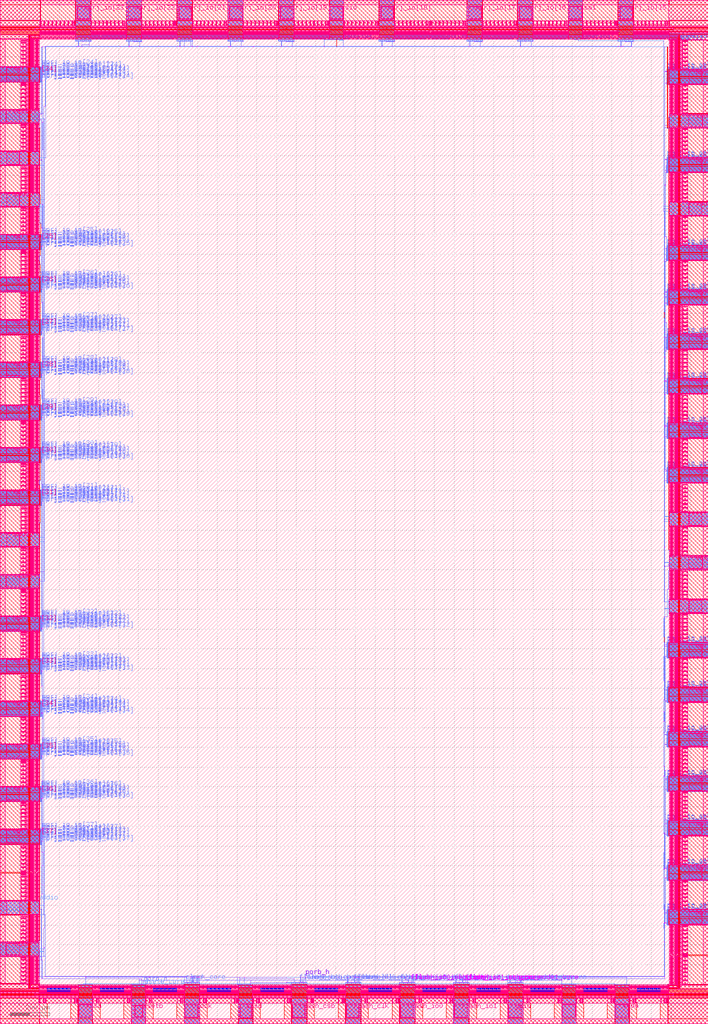
<source format=lef>
VERSION 5.7 ;
  NOWIREEXTENSIONATPIN ON ;
  DIVIDERCHAR "/" ;
  BUSBITCHARS "[]" ;
MACRO chip_io
  CLASS BLOCK ;
  FOREIGN chip_io ;
  ORIGIN 0.000 0.000 ;
  SIZE 3588.000 BY 5188.000 ;
  PIN clock
    DIRECTION INPUT ;
    PORT
      LAYER met5 ;
        RECT 938.200 32.990 1000.800 95.440 ;
    END
  END clock
  PIN clock_core
    DIRECTION OUTPUT TRISTATE ;
    PORT
      LAYER met2 ;
        RECT 936.635 208.565 936.915 210.965 ;
    END
  END clock_core
  PIN por
    DIRECTION INPUT ;
    PORT
      LAYER met2 ;
        RECT 970.215 208.565 970.495 210.965 ;
    END
  END por
  PIN flash_clk
    DIRECTION OUTPUT TRISTATE ;
    PORT
      LAYER met5 ;
        RECT 1755.200 32.990 1817.800 95.440 ;
    END
  END flash_clk
  PIN flash_clk_core
    DIRECTION INPUT ;
    PORT
      LAYER met2 ;
        RECT 1808.835 208.565 1809.115 210.965 ;
    END
  END flash_clk_core
  PIN flash_clk_ieb_core
    DIRECTION INPUT ;
    PORT
      LAYER met2 ;
        RECT 1787.215 208.565 1787.495 210.965 ;
    END
  END flash_clk_ieb_core
  PIN flash_clk_oeb_core
    DIRECTION INPUT ;
    PORT
      LAYER met2 ;
        RECT 1824.475 208.565 1824.755 210.965 ;
    END
  END flash_clk_oeb_core
  PIN flash_csb
    DIRECTION OUTPUT TRISTATE ;
    PORT
      LAYER met5 ;
        RECT 1481.200 32.990 1543.800 95.440 ;
    END
  END flash_csb
  PIN flash_csb_core
    DIRECTION INPUT ;
    PORT
      LAYER met2 ;
        RECT 1534.835 208.565 1535.115 210.965 ;
    END
  END flash_csb_core
  PIN flash_csb_ieb_core
    DIRECTION INPUT ;
    PORT
      LAYER met2 ;
        RECT 1513.215 208.565 1513.495 210.965 ;
    END
  END flash_csb_ieb_core
  PIN flash_csb_oeb_core
    DIRECTION INPUT ;
    PORT
      LAYER met2 ;
        RECT 1550.475 208.565 1550.755 210.965 ;
    END
  END flash_csb_oeb_core
  PIN flash_io0
    DIRECTION INOUT ;
    PORT
      LAYER met5 ;
        RECT 2029.200 32.990 2091.800 95.440 ;
    END
  END flash_io0
  PIN flash_io0_di_core
    DIRECTION OUTPUT TRISTATE ;
    PORT
      LAYER met2 ;
        RECT 2027.635 208.565 2027.915 210.965 ;
    END
  END flash_io0_di_core
  PIN flash_io0_do_core
    DIRECTION INPUT ;
    PORT
      LAYER met2 ;
        RECT 2082.835 208.565 2083.115 210.965 ;
    END
  END flash_io0_do_core
  PIN flash_io0_ieb_core
    DIRECTION INPUT ;
    PORT
      LAYER met1 ;
        RECT 2046.610 209.340 2046.930 209.400 ;
        RECT 2061.790 209.340 2062.110 209.400 ;
        RECT 2077.430 209.340 2077.750 209.400 ;
        RECT 2046.610 209.200 2077.750 209.340 ;
        RECT 2046.610 209.140 2046.930 209.200 ;
        RECT 2061.790 209.140 2062.110 209.200 ;
        RECT 2077.430 209.140 2077.750 209.200 ;
      LAYER via ;
        RECT 2046.640 209.140 2046.900 209.400 ;
        RECT 2061.820 209.140 2062.080 209.400 ;
        RECT 2077.460 209.140 2077.720 209.400 ;
      LAYER met2 ;
        RECT 2046.035 209.170 2046.315 210.965 ;
        RECT 2046.640 209.170 2046.900 209.430 ;
        RECT 2046.035 209.110 2046.900 209.170 ;
        RECT 2061.215 209.170 2061.495 210.965 ;
        RECT 2061.820 209.170 2062.080 209.430 ;
        RECT 2061.215 209.110 2062.080 209.170 ;
        RECT 2076.855 209.170 2077.135 210.965 ;
        RECT 2077.460 209.170 2077.720 209.430 ;
        RECT 2076.855 209.110 2077.720 209.170 ;
        RECT 2046.035 209.030 2046.840 209.110 ;
        RECT 2061.215 209.030 2062.020 209.110 ;
        RECT 2076.855 209.030 2077.660 209.110 ;
        RECT 2046.035 208.565 2046.315 209.030 ;
        RECT 2061.215 208.565 2061.495 209.030 ;
        RECT 2076.855 208.565 2077.135 209.030 ;
    END
  END flash_io0_ieb_core
  PIN flash_io0_oeb_core
    DIRECTION INPUT ;
    PORT
      LAYER met1 ;
        RECT 2055.810 209.680 2056.130 209.740 ;
        RECT 2055.810 209.540 2078.120 209.680 ;
        RECT 2055.810 209.480 2056.130 209.540 ;
        RECT 2077.980 209.340 2078.120 209.540 ;
        RECT 2097.670 209.340 2097.990 209.400 ;
        RECT 2077.980 209.200 2097.990 209.340 ;
        RECT 2097.670 209.140 2097.990 209.200 ;
      LAYER via ;
        RECT 2055.840 209.480 2056.100 209.740 ;
        RECT 2097.700 209.140 2097.960 209.400 ;
      LAYER met2 ;
        RECT 2055.235 209.170 2055.515 210.965 ;
        RECT 2055.840 209.450 2056.100 209.770 ;
        RECT 2055.900 209.170 2056.040 209.450 ;
        RECT 2055.235 209.030 2056.040 209.170 ;
        RECT 2097.700 209.170 2097.960 209.430 ;
        RECT 2098.475 209.170 2098.755 210.965 ;
        RECT 2097.700 209.110 2098.755 209.170 ;
        RECT 2097.760 209.030 2098.755 209.110 ;
        RECT 2055.235 208.565 2055.515 209.030 ;
        RECT 2098.475 208.565 2098.755 209.030 ;
    END
  END flash_io0_oeb_core
  PIN flash_io1
    DIRECTION INOUT ;
    PORT
      LAYER met5 ;
        RECT 2303.200 32.990 2365.800 95.440 ;
    END
  END flash_io1
  PIN flash_io1_di_core
    DIRECTION OUTPUT TRISTATE ;
    PORT
      LAYER met2 ;
        RECT 2301.635 208.565 2301.915 210.965 ;
    END
  END flash_io1_di_core
  PIN flash_io1_do_core
    DIRECTION INPUT ;
    PORT
      LAYER met2 ;
        RECT 2356.835 208.565 2357.115 210.965 ;
    END
  END flash_io1_do_core
  PIN flash_io1_ieb_core
    DIRECTION INPUT ;
    PORT
      LAYER met1 ;
        RECT 2320.770 209.340 2321.090 209.400 ;
        RECT 2334.570 209.340 2334.890 209.400 ;
        RECT 2320.770 209.200 2342.160 209.340 ;
        RECT 2320.770 209.140 2321.090 209.200 ;
        RECT 2334.570 209.140 2334.890 209.200 ;
        RECT 2342.020 209.000 2342.160 209.200 ;
        RECT 2350.210 209.000 2350.530 209.060 ;
        RECT 2342.020 208.860 2350.530 209.000 ;
        RECT 2350.210 208.800 2350.530 208.860 ;
      LAYER via ;
        RECT 2320.800 209.140 2321.060 209.400 ;
        RECT 2334.600 209.140 2334.860 209.400 ;
        RECT 2350.240 208.800 2350.500 209.060 ;
      LAYER met2 ;
        RECT 2320.035 209.170 2320.315 210.965 ;
        RECT 2320.800 209.170 2321.060 209.430 ;
        RECT 2320.035 209.110 2321.060 209.170 ;
        RECT 2334.600 209.170 2334.860 209.430 ;
        RECT 2335.215 209.170 2335.495 210.965 ;
        RECT 2350.855 209.170 2351.135 210.965 ;
        RECT 2334.600 209.110 2335.495 209.170 ;
        RECT 2320.035 209.030 2321.000 209.110 ;
        RECT 2334.660 209.030 2335.495 209.110 ;
        RECT 2350.300 209.090 2351.135 209.170 ;
        RECT 2320.035 208.565 2320.315 209.030 ;
        RECT 2335.215 208.565 2335.495 209.030 ;
        RECT 2350.240 209.030 2351.135 209.090 ;
        RECT 2350.240 208.770 2350.500 209.030 ;
        RECT 2350.855 208.565 2351.135 209.030 ;
    END
  END flash_io1_ieb_core
  PIN flash_io1_oeb_core
    DIRECTION INPUT ;
    PORT
      LAYER met1 ;
        RECT 2329.970 209.680 2330.290 209.740 ;
        RECT 2371.830 209.680 2372.150 209.740 ;
        RECT 2329.970 209.540 2372.150 209.680 ;
        RECT 2329.970 209.480 2330.290 209.540 ;
        RECT 2371.830 209.480 2372.150 209.540 ;
      LAYER via ;
        RECT 2330.000 209.480 2330.260 209.740 ;
        RECT 2371.860 209.480 2372.120 209.740 ;
      LAYER met2 ;
        RECT 2329.235 209.170 2329.515 210.965 ;
        RECT 2330.000 209.450 2330.260 209.770 ;
        RECT 2371.860 209.450 2372.120 209.770 ;
        RECT 2330.060 209.170 2330.200 209.450 ;
        RECT 2329.235 209.030 2330.200 209.170 ;
        RECT 2371.920 209.170 2372.060 209.450 ;
        RECT 2372.475 209.170 2372.755 210.965 ;
        RECT 2371.920 209.030 2372.755 209.170 ;
        RECT 2329.235 208.565 2329.515 209.030 ;
        RECT 2372.475 208.565 2372.755 209.030 ;
    END
  END flash_io1_oeb_core
  PIN gpio
    DIRECTION INOUT ;
    PORT
      LAYER met5 ;
        RECT 2577.200 32.990 2639.800 95.440 ;
    END
  END gpio
  PIN gpio_in_core
    DIRECTION OUTPUT TRISTATE ;
    PORT
      LAYER met2 ;
        RECT 2575.635 208.565 2575.915 210.965 ;
    END
  END gpio_in_core
  PIN gpio_inenb_core
    DIRECTION INPUT ;
    PORT
      LAYER met2 ;
        RECT 2609.215 208.565 2609.495 210.965 ;
    END
  END gpio_inenb_core
  PIN gpio_mode0_core
    DIRECTION INPUT ;
    PORT
      LAYER met2 ;
        RECT 2603.235 208.565 2603.515 210.965 ;
    END
  END gpio_mode0_core
  PIN gpio_mode1_core
    DIRECTION INPUT ;
    PORT
      LAYER met1 ;
        RECT 2594.470 209.340 2594.790 209.400 ;
        RECT 2624.370 209.340 2624.690 209.400 ;
        RECT 2594.470 209.200 2624.690 209.340 ;
        RECT 2594.470 209.140 2594.790 209.200 ;
        RECT 2624.370 209.140 2624.690 209.200 ;
      LAYER via ;
        RECT 2594.500 209.140 2594.760 209.400 ;
        RECT 2624.400 209.140 2624.660 209.400 ;
      LAYER met2 ;
        RECT 2594.035 209.170 2594.315 210.965 ;
        RECT 2594.500 209.170 2594.760 209.430 ;
        RECT 2594.035 209.110 2594.760 209.170 ;
        RECT 2624.400 209.170 2624.660 209.430 ;
        RECT 2624.855 209.170 2625.135 210.965 ;
        RECT 2624.400 209.110 2625.135 209.170 ;
        RECT 2594.035 209.030 2594.700 209.110 ;
        RECT 2624.460 209.030 2625.135 209.110 ;
        RECT 2594.035 208.565 2594.315 209.030 ;
        RECT 2624.855 208.565 2625.135 209.030 ;
    END
  END gpio_mode1_core
  PIN gpio_out_core
    DIRECTION INPUT ;
    PORT
      LAYER met2 ;
        RECT 2630.835 208.565 2631.115 210.965 ;
    END
  END gpio_out_core
  PIN gpio_outenb_core
    DIRECTION INPUT ;
    PORT
      LAYER met2 ;
        RECT 2646.475 208.565 2646.755 210.965 ;
    END
  END gpio_outenb_core
  PIN vccd
    DIRECTION INOUT ;
    PORT
      LAYER met5 ;
        RECT 30.430 349.315 97.860 405.955 ;
    END
  END vccd
  PIN vdda
    DIRECTION INOUT ;
    PORT
      LAYER met5 ;
        RECT 3120.200 33.375 3182.900 95.990 ;
    END
  END vdda
  PIN vddio
    DIRECTION INOUT ;
    PORT
      LAYER met3 ;
        RECT 180.200 601.390 200.00 625.290 ;
    END
  END vddio
  PIN vssa
    DIRECTION INOUT ;
    PORT
      LAYER met5 ;
        RECT 400.200 33.375 462.900 95.990 ;
    END
  END vssa
  PIN vssd
    DIRECTION INOUT ;
    PORT
      LAYER met5 ;
        RECT 1215.045 30.430 1271.685 97.860 ;
    END
  END vssd
  PIN vssio
    DIRECTION INOUT ;
    PORT
      LAYER met5 ;
        RECT 1673.100 5092.010 1735.800 5154.625 ;
    END
  END vssio
  PIN mprj_io[0]
    DIRECTION INOUT ;
    PORT
      LAYER met5 ;
        RECT 3492.560 506.200 3555.010 568.800 ;
    END
  END mprj_io[0]
  PIN mprj_io_analog_en[0]
    DIRECTION INPUT ;
    PORT
      LAYER met2 ;
        RECT 3377.035 529.015 3379.435 529.295 ;
    END
  END mprj_io_analog_en[0]
  PIN mprj_io_analog_pol[0]
    DIRECTION INPUT ;
    PORT
      LAYER met2 ;
        RECT 3377.035 535.455 3379.435 535.735 ;
    END
  END mprj_io_analog_pol[0]
  PIN mprj_io_analog_sel[0]
    DIRECTION INPUT ;
    PORT
      LAYER met2 ;
        RECT 3377.035 550.635 3379.435 550.915 ;
    END
  END mprj_io_analog_sel[0]
  PIN mprj_io_dm[0]
    DIRECTION INPUT ;
    PORT
      LAYER met2 ;
        RECT 3377.035 532.235 3379.435 532.515 ;
    END
  END mprj_io_dm[0]
  PIN mprj_io_dm[1]
    DIRECTION INPUT ;
    PORT
      LAYER met2 ;
        RECT 3377.035 523.035 3379.435 523.315 ;
    END
  END mprj_io_dm[1]
  PIN mprj_io_dm[2]
    DIRECTION INPUT ;
    PORT
      LAYER met2 ;
        RECT 3377.035 553.855 3379.435 554.135 ;
    END
  END mprj_io_dm[2]
  PIN mprj_io_enh[0]
    DIRECTION INPUT ;
    PORT
      LAYER met2 ;
        RECT 3377.035 544.655 3379.435 544.935 ;
    END
  END mprj_io_enh[0]
  PIN mprj_io_hldh_n[0]
    DIRECTION INPUT ;
    PORT
      LAYER met2 ;
        RECT 3377.035 547.875 3379.435 548.155 ;
    END
  END mprj_io_hldh_n[0]
  PIN mprj_io_holdover[0]
    DIRECTION INPUT ;
    PORT
      LAYER met2 ;
        RECT 3377.035 557.075 3379.435 557.355 ;
    END
  END mprj_io_holdover[0]
  PIN mprj_io_ib_mode_sel[0]
    DIRECTION INPUT ;
    PORT
      LAYER met2 ;
        RECT 3377.035 572.255 3379.435 572.535 ;
    END
  END mprj_io_ib_mode_sel[0]
  PIN mprj_io_inp_dis[0]
    DIRECTION INPUT ;
    PORT
      LAYER met2 ;
        RECT 3377.035 538.215 3379.435 538.495 ;
    END
  END mprj_io_inp_dis[0]
  PIN mprj_io_oeb[0]
    DIRECTION INPUT ;
    PORT
      LAYER met2 ;
        RECT 3377.035 575.475 3379.435 575.755 ;
    END
  END mprj_io_oeb[0]
  PIN mprj_io_out[0]
    DIRECTION INPUT ;
    PORT
      LAYER met2 ;
        RECT 3377.035 559.835 3379.435 560.115 ;
    END
  END mprj_io_out[0]
  PIN mprj_io_slow_sel[0]
    DIRECTION INPUT ;
    PORT
      LAYER met2 ;
        RECT 3377.035 513.835 3379.435 514.115 ;
    END
  END mprj_io_slow_sel[0]
  PIN mprj_io_vtrip_sel[0]
    DIRECTION INPUT ;
    PORT
      LAYER met2 ;
        RECT 3377.035 569.035 3379.435 569.315 ;
    END
  END mprj_io_vtrip_sel[0]
  PIN mprj_io_in[0]
    DIRECTION OUTPUT TRISTATE ;
    PORT
      LAYER met2 ;
        RECT 3377.035 504.635 3379.435 504.915 ;
    END
  END mprj_io_in[0]
  PIN mprj_analog_io[3]
    DIRECTION INOUT ;
    PORT
      LAYER met2 ;
        RECT 3377.035 3433.055 3379.435 3433.335 ;
    END
  END mprj_analog_io[3]
  PIN mprj_io[10]
    DIRECTION INOUT ;
    PORT
      LAYER met5 ;
        RECT 3492.560 3422.200 3555.010 3484.800 ;
    END
  END mprj_io[10]
  PIN mprj_io_analog_en[10]
    DIRECTION INPUT ;
    PORT
      LAYER met2 ;
        RECT 3377.035 3445.015 3379.435 3445.295 ;
    END
  END mprj_io_analog_en[10]
  PIN mprj_io_analog_pol[10]
    DIRECTION INPUT ;
    PORT
      LAYER met2 ;
        RECT 3377.035 3451.455 3379.435 3451.735 ;
    END
  END mprj_io_analog_pol[10]
  PIN mprj_io_analog_sel[10]
    DIRECTION INPUT ;
    PORT
      LAYER met2 ;
        RECT 3377.035 3466.635 3379.435 3466.915 ;
    END
  END mprj_io_analog_sel[10]
  PIN mprj_io_dm[30]
    DIRECTION INPUT ;
    PORT
      LAYER met2 ;
        RECT 3377.035 3448.235 3379.435 3448.515 ;
    END
  END mprj_io_dm[30]
  PIN mprj_io_dm[31]
    DIRECTION INPUT ;
    PORT
      LAYER met2 ;
        RECT 3377.035 3439.035 3379.435 3439.315 ;
    END
  END mprj_io_dm[31]
  PIN mprj_io_dm[32]
    DIRECTION INPUT ;
    PORT
      LAYER met2 ;
        RECT 3377.035 3469.855 3379.435 3470.135 ;
    END
  END mprj_io_dm[32]
  PIN mprj_io_enh[10]
    DIRECTION INPUT ;
    PORT
      LAYER met2 ;
        RECT 3377.035 3460.655 3379.435 3460.935 ;
    END
  END mprj_io_enh[10]
  PIN mprj_io_hldh_n[10]
    DIRECTION INPUT ;
    PORT
      LAYER met2 ;
        RECT 3377.035 3463.875 3379.435 3464.155 ;
    END
  END mprj_io_hldh_n[10]
  PIN mprj_io_holdover[10]
    DIRECTION INPUT ;
    PORT
      LAYER met2 ;
        RECT 3377.035 3473.075 3379.435 3473.355 ;
    END
  END mprj_io_holdover[10]
  PIN mprj_io_ib_mode_sel[10]
    DIRECTION INPUT ;
    PORT
      LAYER met2 ;
        RECT 3377.035 3488.255 3379.435 3488.535 ;
    END
  END mprj_io_ib_mode_sel[10]
  PIN mprj_io_inp_dis[10]
    DIRECTION INPUT ;
    PORT
      LAYER met2 ;
        RECT 3377.035 3454.215 3379.435 3454.495 ;
    END
  END mprj_io_inp_dis[10]
  PIN mprj_io_oeb[10]
    DIRECTION INPUT ;
    PORT
      LAYER met2 ;
        RECT 3377.035 3491.475 3379.435 3491.755 ;
    END
  END mprj_io_oeb[10]
  PIN mprj_io_out[10]
    DIRECTION INPUT ;
    PORT
      LAYER met2 ;
        RECT 3377.035 3475.835 3379.435 3476.115 ;
    END
  END mprj_io_out[10]
  PIN mprj_io_slow_sel[10]
    DIRECTION INPUT ;
    PORT
      LAYER met2 ;
        RECT 3377.035 3429.835 3379.435 3430.115 ;
    END
  END mprj_io_slow_sel[10]
  PIN mprj_io_vtrip_sel[10]
    DIRECTION INPUT ;
    PORT
      LAYER met2 ;
        RECT 3377.035 3485.035 3379.435 3485.315 ;
    END
  END mprj_io_vtrip_sel[10]
  PIN mprj_io_in[10]
    DIRECTION OUTPUT TRISTATE ;
    PORT
      LAYER met2 ;
        RECT 3377.035 3420.635 3379.435 3420.915 ;
    END
  END mprj_io_in[10]
  PIN mprj_analog_io[4]
    DIRECTION INOUT ;
    PORT
      LAYER met2 ;
        RECT 3377.035 3658.055 3379.435 3658.335 ;
    END
  END mprj_analog_io[4]
  PIN mprj_io[11]
    DIRECTION INOUT ;
    PORT
      LAYER met5 ;
        RECT 3492.560 3647.200 3555.010 3709.800 ;
    END
  END mprj_io[11]
  PIN mprj_io_analog_en[11]
    DIRECTION INPUT ;
    PORT
      LAYER met2 ;
        RECT 3377.035 3670.015 3379.435 3670.295 ;
    END
  END mprj_io_analog_en[11]
  PIN mprj_io_analog_pol[11]
    DIRECTION INPUT ;
    PORT
      LAYER met2 ;
        RECT 3377.035 3676.455 3379.435 3676.735 ;
    END
  END mprj_io_analog_pol[11]
  PIN mprj_io_analog_sel[11]
    DIRECTION INPUT ;
    PORT
      LAYER met2 ;
        RECT 3377.035 3691.635 3379.435 3691.915 ;
    END
  END mprj_io_analog_sel[11]
  PIN mprj_io_dm[33]
    DIRECTION INPUT ;
    PORT
      LAYER met2 ;
        RECT 3377.035 3673.235 3379.435 3673.515 ;
    END
  END mprj_io_dm[33]
  PIN mprj_io_dm[34]
    DIRECTION INPUT ;
    PORT
      LAYER met2 ;
        RECT 3377.035 3664.035 3379.435 3664.315 ;
    END
  END mprj_io_dm[34]
  PIN mprj_io_dm[35]
    DIRECTION INPUT ;
    PORT
      LAYER met2 ;
        RECT 3377.035 3694.855 3379.435 3695.135 ;
    END
  END mprj_io_dm[35]
  PIN mprj_io_enh[11]
    DIRECTION INPUT ;
    PORT
      LAYER met2 ;
        RECT 3377.035 3685.655 3379.435 3685.935 ;
    END
  END mprj_io_enh[11]
  PIN mprj_io_hldh_n[11]
    DIRECTION INPUT ;
    PORT
      LAYER met2 ;
        RECT 3377.035 3688.875 3379.435 3689.155 ;
    END
  END mprj_io_hldh_n[11]
  PIN mprj_io_holdover[11]
    DIRECTION INPUT ;
    PORT
      LAYER met2 ;
        RECT 3377.035 3698.075 3379.435 3698.355 ;
    END
  END mprj_io_holdover[11]
  PIN mprj_io_ib_mode_sel[11]
    DIRECTION INPUT ;
    PORT
      LAYER met2 ;
        RECT 3377.035 3713.255 3379.435 3713.535 ;
    END
  END mprj_io_ib_mode_sel[11]
  PIN mprj_io_inp_dis[11]
    DIRECTION INPUT ;
    PORT
      LAYER met2 ;
        RECT 3377.035 3679.215 3379.435 3679.495 ;
    END
  END mprj_io_inp_dis[11]
  PIN mprj_io_oeb[11]
    DIRECTION INPUT ;
    PORT
      LAYER met2 ;
        RECT 3377.035 3716.475 3379.435 3716.755 ;
    END
  END mprj_io_oeb[11]
  PIN mprj_io_out[11]
    DIRECTION INPUT ;
    PORT
      LAYER met2 ;
        RECT 3377.035 3700.835 3379.435 3701.115 ;
    END
  END mprj_io_out[11]
  PIN mprj_io_slow_sel[11]
    DIRECTION INPUT ;
    PORT
      LAYER met2 ;
        RECT 3377.035 3654.835 3379.435 3655.115 ;
    END
  END mprj_io_slow_sel[11]
  PIN mprj_io_vtrip_sel[11]
    DIRECTION INPUT ;
    PORT
      LAYER met2 ;
        RECT 3377.035 3710.035 3379.435 3710.315 ;
    END
  END mprj_io_vtrip_sel[11]
  PIN mprj_io_in[11]
    DIRECTION OUTPUT TRISTATE ;
    PORT
      LAYER met2 ;
        RECT 3377.035 3645.635 3379.435 3645.915 ;
    END
  END mprj_io_in[11]
  PIN mprj_analog_io[5]
    DIRECTION INOUT ;
    PORT
      LAYER met2 ;
        RECT 3377.035 3883.055 3379.435 3883.335 ;
    END
  END mprj_analog_io[5]
  PIN mprj_io[12]
    DIRECTION INOUT ;
    PORT
      LAYER met5 ;
        RECT 3492.560 3872.200 3555.010 3934.800 ;
    END
  END mprj_io[12]
  PIN mprj_io_analog_en[12]
    DIRECTION INPUT ;
    PORT
      LAYER met2 ;
        RECT 3377.035 3895.015 3379.435 3895.295 ;
    END
  END mprj_io_analog_en[12]
  PIN mprj_io_analog_pol[12]
    DIRECTION INPUT ;
    PORT
      LAYER met2 ;
        RECT 3377.035 3901.455 3379.435 3901.735 ;
    END
  END mprj_io_analog_pol[12]
  PIN mprj_io_analog_sel[12]
    DIRECTION INPUT ;
    PORT
      LAYER met2 ;
        RECT 3377.035 3916.635 3379.435 3916.915 ;
    END
  END mprj_io_analog_sel[12]
  PIN mprj_io_dm[36]
    DIRECTION INPUT ;
    PORT
      LAYER met2 ;
        RECT 3377.035 3898.235 3379.435 3898.515 ;
    END
  END mprj_io_dm[36]
  PIN mprj_io_dm[37]
    DIRECTION INPUT ;
    PORT
      LAYER met2 ;
        RECT 3377.035 3889.035 3379.435 3889.315 ;
    END
  END mprj_io_dm[37]
  PIN mprj_io_dm[38]
    DIRECTION INPUT ;
    PORT
      LAYER met2 ;
        RECT 3377.035 3919.855 3379.435 3920.135 ;
    END
  END mprj_io_dm[38]
  PIN mprj_io_enh[12]
    DIRECTION INPUT ;
    PORT
      LAYER met2 ;
        RECT 3377.035 3910.655 3379.435 3910.935 ;
    END
  END mprj_io_enh[12]
  PIN mprj_io_hldh_n[12]
    DIRECTION INPUT ;
    PORT
      LAYER met2 ;
        RECT 3377.035 3913.875 3379.435 3914.155 ;
    END
  END mprj_io_hldh_n[12]
  PIN mprj_io_holdover[12]
    DIRECTION INPUT ;
    PORT
      LAYER met2 ;
        RECT 3377.035 3923.075 3379.435 3923.355 ;
    END
  END mprj_io_holdover[12]
  PIN mprj_io_ib_mode_sel[12]
    DIRECTION INPUT ;
    PORT
      LAYER met2 ;
        RECT 3377.035 3938.255 3379.435 3938.535 ;
    END
  END mprj_io_ib_mode_sel[12]
  PIN mprj_io_inp_dis[12]
    DIRECTION INPUT ;
    PORT
      LAYER met2 ;
        RECT 3377.035 3904.215 3379.435 3904.495 ;
    END
  END mprj_io_inp_dis[12]
  PIN mprj_io_oeb[12]
    DIRECTION INPUT ;
    PORT
      LAYER met2 ;
        RECT 3377.035 3941.475 3379.435 3941.755 ;
    END
  END mprj_io_oeb[12]
  PIN mprj_io_out[12]
    DIRECTION INPUT ;
    PORT
      LAYER met2 ;
        RECT 3377.035 3925.835 3379.435 3926.115 ;
    END
  END mprj_io_out[12]
  PIN mprj_io_slow_sel[12]
    DIRECTION INPUT ;
    PORT
      LAYER met2 ;
        RECT 3377.035 3879.835 3379.435 3880.115 ;
    END
  END mprj_io_slow_sel[12]
  PIN mprj_io_vtrip_sel[12]
    DIRECTION INPUT ;
    PORT
      LAYER met2 ;
        RECT 3377.035 3935.035 3379.435 3935.315 ;
    END
  END mprj_io_vtrip_sel[12]
  PIN mprj_io_in[12]
    DIRECTION OUTPUT TRISTATE ;
    PORT
      LAYER met2 ;
        RECT 3377.035 3870.635 3379.435 3870.915 ;
    END
  END mprj_io_in[12]
  PIN mprj_analog_io[6]
    DIRECTION INOUT ;
    PORT
      LAYER met2 ;
        RECT 3377.035 4329.055 3379.435 4329.335 ;
    END
  END mprj_analog_io[6]
  PIN mprj_io[13]
    DIRECTION INOUT ;
    PORT
      LAYER met5 ;
        RECT 3492.560 4318.200 3555.010 4380.800 ;
    END
  END mprj_io[13]
  PIN mprj_io_analog_en[13]
    DIRECTION INPUT ;
    PORT
      LAYER met2 ;
        RECT 3377.035 4341.015 3379.435 4341.295 ;
    END
  END mprj_io_analog_en[13]
  PIN mprj_io_analog_pol[13]
    DIRECTION INPUT ;
    PORT
      LAYER met2 ;
        RECT 3377.035 4347.455 3379.435 4347.735 ;
    END
  END mprj_io_analog_pol[13]
  PIN mprj_io_analog_sel[13]
    DIRECTION INPUT ;
    PORT
      LAYER met2 ;
        RECT 3377.035 4362.635 3379.435 4362.915 ;
    END
  END mprj_io_analog_sel[13]
  PIN mprj_io_dm[39]
    DIRECTION INPUT ;
    PORT
      LAYER met2 ;
        RECT 3377.035 4344.235 3379.435 4344.515 ;
    END
  END mprj_io_dm[39]
  PIN mprj_io_dm[40]
    DIRECTION INPUT ;
    PORT
      LAYER met2 ;
        RECT 3377.035 4335.035 3379.435 4335.315 ;
    END
  END mprj_io_dm[40]
  PIN mprj_io_dm[41]
    DIRECTION INPUT ;
    PORT
      LAYER met2 ;
        RECT 3377.035 4365.855 3379.435 4366.135 ;
    END
  END mprj_io_dm[41]
  PIN mprj_io_enh[13]
    DIRECTION INPUT ;
    PORT
      LAYER met2 ;
        RECT 3377.035 4356.655 3379.435 4356.935 ;
    END
  END mprj_io_enh[13]
  PIN mprj_io_hldh_n[13]
    DIRECTION INPUT ;
    PORT
      LAYER met2 ;
        RECT 3377.035 4359.875 3379.435 4360.155 ;
    END
  END mprj_io_hldh_n[13]
  PIN mprj_io_holdover[13]
    DIRECTION INPUT ;
    PORT
      LAYER met2 ;
        RECT 3377.035 4369.075 3379.435 4369.355 ;
    END
  END mprj_io_holdover[13]
  PIN mprj_io_ib_mode_sel[13]
    DIRECTION INPUT ;
    PORT
      LAYER met2 ;
        RECT 3377.035 4384.255 3379.435 4384.535 ;
    END
  END mprj_io_ib_mode_sel[13]
  PIN mprj_io_inp_dis[13]
    DIRECTION INPUT ;
    PORT
      LAYER met2 ;
        RECT 3377.035 4350.215 3379.435 4350.495 ;
    END
  END mprj_io_inp_dis[13]
  PIN mprj_io_oeb[13]
    DIRECTION INPUT ;
    PORT
      LAYER met2 ;
        RECT 3377.035 4387.475 3379.435 4387.755 ;
    END
  END mprj_io_oeb[13]
  PIN mprj_io_out[13]
    DIRECTION INPUT ;
    PORT
      LAYER met2 ;
        RECT 3377.035 4371.835 3379.435 4372.115 ;
    END
  END mprj_io_out[13]
  PIN mprj_io_slow_sel[13]
    DIRECTION INPUT ;
    PORT
      LAYER met2 ;
        RECT 3377.035 4325.835 3379.435 4326.115 ;
    END
  END mprj_io_slow_sel[13]
  PIN mprj_io_vtrip_sel[13]
    DIRECTION INPUT ;
    PORT
      LAYER met2 ;
        RECT 3377.035 4381.035 3379.435 4381.315 ;
    END
  END mprj_io_vtrip_sel[13]
  PIN mprj_io_in[13]
    DIRECTION OUTPUT TRISTATE ;
    PORT
      LAYER met2 ;
        RECT 3377.035 4316.635 3379.435 4316.915 ;
    END
  END mprj_io_in[13]
  PIN mprj_analog_io[7]
    DIRECTION INOUT ;
    PORT
      LAYER met2 ;
        RECT 3377.035 4775.055 3379.435 4775.335 ;
    END
  END mprj_analog_io[7]
  PIN mprj_io[14]
    DIRECTION INOUT ;
    PORT
      LAYER met5 ;
        RECT 3492.560 4764.200 3555.010 4826.800 ;
    END
  END mprj_io[14]
  PIN mprj_io_analog_en[14]
    DIRECTION INPUT ;
    PORT
      LAYER met2 ;
        RECT 3377.035 4787.015 3379.435 4787.295 ;
    END
  END mprj_io_analog_en[14]
  PIN mprj_io_analog_pol[14]
    DIRECTION INPUT ;
    PORT
      LAYER met2 ;
        RECT 3377.035 4793.455 3379.435 4793.735 ;
    END
  END mprj_io_analog_pol[14]
  PIN mprj_io_analog_sel[14]
    DIRECTION INPUT ;
    PORT
      LAYER met2 ;
        RECT 3377.035 4808.635 3379.435 4808.915 ;
    END
  END mprj_io_analog_sel[14]
  PIN mprj_io_dm[42]
    DIRECTION INPUT ;
    PORT
      LAYER met2 ;
        RECT 3377.035 4790.235 3379.435 4790.515 ;
    END
  END mprj_io_dm[42]
  PIN mprj_io_dm[43]
    DIRECTION INPUT ;
    PORT
      LAYER met2 ;
        RECT 3377.035 4781.035 3379.435 4781.315 ;
    END
  END mprj_io_dm[43]
  PIN mprj_io_dm[44]
    DIRECTION INPUT ;
    PORT
      LAYER met2 ;
        RECT 3377.035 4811.855 3379.435 4812.135 ;
    END
  END mprj_io_dm[44]
  PIN mprj_io_enh[14]
    DIRECTION INPUT ;
    PORT
      LAYER met2 ;
        RECT 3377.035 4802.655 3379.435 4802.935 ;
    END
  END mprj_io_enh[14]
  PIN mprj_io_hldh_n[14]
    DIRECTION INPUT ;
    PORT
      LAYER met2 ;
        RECT 3377.035 4805.875 3379.435 4806.155 ;
    END
  END mprj_io_hldh_n[14]
  PIN mprj_io_holdover[14]
    DIRECTION INPUT ;
    PORT
      LAYER met2 ;
        RECT 3377.035 4815.075 3379.435 4815.355 ;
    END
  END mprj_io_holdover[14]
  PIN mprj_io_ib_mode_sel[14]
    DIRECTION INPUT ;
    PORT
      LAYER met2 ;
        RECT 3377.035 4830.255 3379.435 4830.535 ;
    END
  END mprj_io_ib_mode_sel[14]
  PIN mprj_io_inp_dis[14]
    DIRECTION INPUT ;
    PORT
      LAYER met2 ;
        RECT 3377.035 4796.215 3379.435 4796.495 ;
    END
  END mprj_io_inp_dis[14]
  PIN mprj_io_oeb[14]
    DIRECTION INPUT ;
    PORT
      LAYER met2 ;
        RECT 3377.035 4833.475 3379.435 4833.755 ;
    END
  END mprj_io_oeb[14]
  PIN mprj_io_out[14]
    DIRECTION INPUT ;
    PORT
      LAYER met2 ;
        RECT 3377.035 4817.835 3379.435 4818.115 ;
    END
  END mprj_io_out[14]
  PIN mprj_io_slow_sel[14]
    DIRECTION INPUT ;
    PORT
      LAYER met2 ;
        RECT 3377.035 4771.835 3379.435 4772.115 ;
    END
  END mprj_io_slow_sel[14]
  PIN mprj_io_vtrip_sel[14]
    DIRECTION INPUT ;
    PORT
      LAYER met2 ;
        RECT 3377.035 4827.035 3379.435 4827.315 ;
    END
  END mprj_io_vtrip_sel[14]
  PIN mprj_io_in[14]
    DIRECTION OUTPUT TRISTATE ;
    PORT
      LAYER met2 ;
        RECT 3377.035 4762.635 3379.435 4762.915 ;
    END
  END mprj_io_in[14]
  PIN mprj_analog_io[8]
    DIRECTION INOUT ;
    PORT
      LAYER met2 ;
        RECT 3192.665 4977.035 3192.945 4979.435 ;
    END
  END mprj_analog_io[8]
  PIN mprj_io[15]
    DIRECTION INOUT ;
    PORT
      LAYER met5 ;
        RECT 3141.200 5092.560 3203.800 5155.010 ;
    END
  END mprj_io[15]
  PIN mprj_io_analog_en[15]
    DIRECTION INPUT ;
    PORT
      LAYER met2 ;
        RECT 3180.705 4977.035 3180.985 4979.435 ;
    END
  END mprj_io_analog_en[15]
  PIN mprj_io_analog_pol[15]
    DIRECTION INPUT ;
    PORT
      LAYER met2 ;
        RECT 3174.265 4977.035 3174.545 4979.435 ;
    END
  END mprj_io_analog_pol[15]
  PIN mprj_io_analog_sel[15]
    DIRECTION INPUT ;
    PORT
      LAYER met2 ;
        RECT 3159.085 4977.035 3159.365 4979.435 ;
    END
  END mprj_io_analog_sel[15]
  PIN mprj_io_dm[45]
    DIRECTION INPUT ;
    PORT
      LAYER met2 ;
        RECT 3177.485 4977.035 3177.765 4979.435 ;
    END
  END mprj_io_dm[45]
  PIN mprj_io_dm[46]
    DIRECTION INPUT ;
    PORT
      LAYER met2 ;
        RECT 3186.685 4977.035 3186.965 4979.435 ;
    END
  END mprj_io_dm[46]
  PIN mprj_io_dm[47]
    DIRECTION INPUT ;
    PORT
      LAYER met2 ;
        RECT 3155.865 4977.035 3156.145 4979.435 ;
    END
  END mprj_io_dm[47]
  PIN mprj_io_enh[15]
    DIRECTION INPUT ;
    PORT
      LAYER met2 ;
        RECT 3165.065 4977.035 3165.345 4979.435 ;
    END
  END mprj_io_enh[15]
  PIN mprj_io_hldh_n[15]
    DIRECTION INPUT ;
    PORT
      LAYER met2 ;
        RECT 3161.845 4977.035 3162.125 4979.435 ;
    END
  END mprj_io_hldh_n[15]
  PIN mprj_io_holdover[15]
    DIRECTION INPUT ;
    PORT
      LAYER met2 ;
        RECT 3152.645 4977.035 3152.925 4979.435 ;
    END
  END mprj_io_holdover[15]
  PIN mprj_io_ib_mode_sel[15]
    DIRECTION INPUT ;
    PORT
      LAYER met2 ;
        RECT 3137.465 4977.035 3137.745 4979.435 ;
    END
  END mprj_io_ib_mode_sel[15]
  PIN mprj_io_inp_dis[15]
    DIRECTION INPUT ;
    PORT
      LAYER met2 ;
        RECT 3171.505 4977.035 3171.785 4979.435 ;
    END
  END mprj_io_inp_dis[15]
  PIN mprj_io_oeb[15]
    DIRECTION INPUT ;
    PORT
      LAYER met2 ;
        RECT 3134.245 4977.035 3134.525 4979.435 ;
    END
  END mprj_io_oeb[15]
  PIN mprj_io_out[15]
    DIRECTION INPUT ;
    PORT
      LAYER met2 ;
        RECT 3149.885 4977.035 3150.165 4979.435 ;
    END
  END mprj_io_out[15]
  PIN mprj_io_slow_sel[15]
    DIRECTION INPUT ;
    PORT
      LAYER met2 ;
        RECT 3195.885 4977.035 3196.165 4979.435 ;
    END
  END mprj_io_slow_sel[15]
  PIN mprj_io_vtrip_sel[15]
    DIRECTION INPUT ;
    PORT
      LAYER met2 ;
        RECT 3140.685 4977.035 3140.965 4979.435 ;
    END
  END mprj_io_vtrip_sel[15]
  PIN mprj_io_in[15]
    DIRECTION OUTPUT TRISTATE ;
    PORT
      LAYER met2 ;
        RECT 3205.085 4977.035 3205.365 4979.435 ;
    END
  END mprj_io_in[15]
  PIN mprj_analog_io[9]
    DIRECTION INOUT ;
    PORT
      LAYER met2 ;
        RECT 2683.665 4977.035 2683.945 4979.435 ;
    END
  END mprj_analog_io[9]
  PIN mprj_io[16]
    DIRECTION INOUT ;
    PORT
      LAYER met5 ;
        RECT 2632.200 5092.560 2694.800 5155.010 ;
    END
  END mprj_io[16]
  PIN mprj_io_analog_en[16]
    DIRECTION INPUT ;
    PORT
      LAYER met2 ;
        RECT 2671.705 4977.035 2671.985 4979.435 ;
    END
  END mprj_io_analog_en[16]
  PIN mprj_io_analog_pol[16]
    DIRECTION INPUT ;
    PORT
      LAYER met2 ;
        RECT 2665.265 4977.035 2665.545 4979.435 ;
    END
  END mprj_io_analog_pol[16]
  PIN mprj_io_analog_sel[16]
    DIRECTION INPUT ;
    PORT
      LAYER met2 ;
        RECT 2650.085 4977.035 2650.365 4979.435 ;
    END
  END mprj_io_analog_sel[16]
  PIN mprj_io_dm[48]
    DIRECTION INPUT ;
    PORT
      LAYER met2 ;
        RECT 2668.485 4977.035 2668.765 4979.435 ;
    END
  END mprj_io_dm[48]
  PIN mprj_io_dm[49]
    DIRECTION INPUT ;
    PORT
      LAYER met2 ;
        RECT 2677.685 4977.035 2677.965 4979.435 ;
    END
  END mprj_io_dm[49]
  PIN mprj_io_dm[50]
    DIRECTION INPUT ;
    PORT
      LAYER met2 ;
        RECT 2646.865 4977.035 2647.145 4979.435 ;
    END
  END mprj_io_dm[50]
  PIN mprj_io_enh[16]
    DIRECTION INPUT ;
    PORT
      LAYER met2 ;
        RECT 2656.065 4977.035 2656.345 4979.435 ;
    END
  END mprj_io_enh[16]
  PIN mprj_io_hldh_n[16]
    DIRECTION INPUT ;
    PORT
      LAYER met2 ;
        RECT 2652.845 4977.035 2653.125 4979.435 ;
    END
  END mprj_io_hldh_n[16]
  PIN mprj_io_holdover[16]
    DIRECTION INPUT ;
    PORT
      LAYER met2 ;
        RECT 2643.645 4977.035 2643.925 4979.435 ;
    END
  END mprj_io_holdover[16]
  PIN mprj_io_ib_mode_sel[16]
    DIRECTION INPUT ;
    PORT
      LAYER met2 ;
        RECT 2628.465 4977.035 2628.745 4979.435 ;
    END
  END mprj_io_ib_mode_sel[16]
  PIN mprj_io_inp_dis[16]
    DIRECTION INPUT ;
    PORT
      LAYER met2 ;
        RECT 2662.505 4977.035 2662.785 4979.435 ;
    END
  END mprj_io_inp_dis[16]
  PIN mprj_io_oeb[16]
    DIRECTION INPUT ;
    PORT
      LAYER met2 ;
        RECT 2625.245 4977.035 2625.525 4979.435 ;
    END
  END mprj_io_oeb[16]
  PIN mprj_io_out[16]
    DIRECTION INPUT ;
    PORT
      LAYER met2 ;
        RECT 2640.885 4977.035 2641.165 4979.435 ;
    END
  END mprj_io_out[16]
  PIN mprj_io_slow_sel[16]
    DIRECTION INPUT ;
    PORT
      LAYER met2 ;
        RECT 2686.885 4977.035 2687.165 4979.435 ;
    END
  END mprj_io_slow_sel[16]
  PIN mprj_io_vtrip_sel[16]
    DIRECTION INPUT ;
    PORT
      LAYER met2 ;
        RECT 2631.685 4977.035 2631.965 4979.435 ;
    END
  END mprj_io_vtrip_sel[16]
  PIN mprj_io_in[16]
    DIRECTION OUTPUT TRISTATE ;
    PORT
      LAYER met2 ;
        RECT 2696.085 4977.035 2696.365 4979.435 ;
    END
  END mprj_io_in[16]
  PIN mprj_analog_io[10]
    DIRECTION INOUT ;
    PORT
      LAYER met2 ;
        RECT 2426.665 4977.035 2426.945 4979.435 ;
    END
  END mprj_analog_io[10]
  PIN mprj_io[17]
    DIRECTION INOUT ;
    PORT
      LAYER met5 ;
        RECT 2375.200 5092.560 2437.800 5155.010 ;
    END
  END mprj_io[17]
  PIN mprj_io_analog_en[17]
    DIRECTION INPUT ;
    PORT
      LAYER met2 ;
        RECT 2414.705 4977.035 2414.985 4979.435 ;
    END
  END mprj_io_analog_en[17]
  PIN mprj_io_analog_pol[17]
    DIRECTION INPUT ;
    PORT
      LAYER met2 ;
        RECT 2408.265 4977.035 2408.545 4979.435 ;
    END
  END mprj_io_analog_pol[17]
  PIN mprj_io_analog_sel[17]
    DIRECTION INPUT ;
    PORT
      LAYER met2 ;
        RECT 2393.085 4977.035 2393.365 4979.435 ;
    END
  END mprj_io_analog_sel[17]
  PIN mprj_io_dm[51]
    DIRECTION INPUT ;
    PORT
      LAYER met2 ;
        RECT 2411.485 4977.035 2411.765 4979.435 ;
    END
  END mprj_io_dm[51]
  PIN mprj_io_dm[52]
    DIRECTION INPUT ;
    PORT
      LAYER met2 ;
        RECT 2420.685 4977.035 2420.965 4979.435 ;
    END
  END mprj_io_dm[52]
  PIN mprj_io_dm[53]
    DIRECTION INPUT ;
    PORT
      LAYER met2 ;
        RECT 2389.865 4977.035 2390.145 4979.435 ;
    END
  END mprj_io_dm[53]
  PIN mprj_io_enh[17]
    DIRECTION INPUT ;
    PORT
      LAYER met2 ;
        RECT 2399.065 4977.035 2399.345 4979.435 ;
    END
  END mprj_io_enh[17]
  PIN mprj_io_hldh_n[17]
    DIRECTION INPUT ;
    PORT
      LAYER met2 ;
        RECT 2395.845 4977.035 2396.125 4979.435 ;
    END
  END mprj_io_hldh_n[17]
  PIN mprj_io_holdover[17]
    DIRECTION INPUT ;
    PORT
      LAYER met2 ;
        RECT 2386.645 4977.035 2386.925 4979.435 ;
    END
  END mprj_io_holdover[17]
  PIN mprj_io_ib_mode_sel[17]
    DIRECTION INPUT ;
    PORT
      LAYER met2 ;
        RECT 2371.465 4977.035 2371.745 4979.435 ;
    END
  END mprj_io_ib_mode_sel[17]
  PIN mprj_io_inp_dis[17]
    DIRECTION INPUT ;
    PORT
      LAYER met2 ;
        RECT 2405.505 4977.035 2405.785 4979.435 ;
    END
  END mprj_io_inp_dis[17]
  PIN mprj_io_oeb[17]
    DIRECTION INPUT ;
    PORT
      LAYER met2 ;
        RECT 2368.245 4977.035 2368.525 4979.435 ;
    END
  END mprj_io_oeb[17]
  PIN mprj_io_out[17]
    DIRECTION INPUT ;
    PORT
      LAYER met2 ;
        RECT 2383.885 4977.035 2384.165 4979.435 ;
    END
  END mprj_io_out[17]
  PIN mprj_io_slow_sel[17]
    DIRECTION INPUT ;
    PORT
      LAYER met2 ;
        RECT 2429.885 4977.035 2430.165 4979.435 ;
    END
  END mprj_io_slow_sel[17]
  PIN mprj_io_vtrip_sel[17]
    DIRECTION INPUT ;
    PORT
      LAYER met2 ;
        RECT 2374.685 4977.035 2374.965 4979.435 ;
    END
  END mprj_io_vtrip_sel[17]
  PIN mprj_io_in[17]
    DIRECTION OUTPUT TRISTATE ;
    PORT
      LAYER met2 ;
        RECT 2439.085 4977.035 2439.365 4979.435 ;
    END
  END mprj_io_in[17]
  PIN mprj_io[1]
    DIRECTION INOUT ;
    PORT
      LAYER met5 ;
        RECT 3492.560 732.200 3555.010 794.800 ;
    END
  END mprj_io[1]
  PIN mprj_io_analog_en[1]
    DIRECTION INPUT ;
    PORT
      LAYER met2 ;
        RECT 3377.035 755.015 3379.435 755.295 ;
    END
  END mprj_io_analog_en[1]
  PIN mprj_io_analog_pol[1]
    DIRECTION INPUT ;
    PORT
      LAYER met2 ;
        RECT 3377.035 761.455 3379.435 761.735 ;
    END
  END mprj_io_analog_pol[1]
  PIN mprj_io_analog_sel[1]
    DIRECTION INPUT ;
    PORT
      LAYER met2 ;
        RECT 3377.035 776.635 3379.435 776.915 ;
    END
  END mprj_io_analog_sel[1]
  PIN mprj_io_dm[3]
    DIRECTION INPUT ;
    PORT
      LAYER met2 ;
        RECT 3377.035 758.235 3379.435 758.515 ;
    END
  END mprj_io_dm[3]
  PIN mprj_io_dm[4]
    DIRECTION INPUT ;
    PORT
      LAYER met2 ;
        RECT 3377.035 749.035 3379.435 749.315 ;
    END
  END mprj_io_dm[4]
  PIN mprj_io_dm[5]
    DIRECTION INPUT ;
    PORT
      LAYER met2 ;
        RECT 3377.035 779.855 3379.435 780.135 ;
    END
  END mprj_io_dm[5]
  PIN mprj_io_enh[1]
    DIRECTION INPUT ;
    PORT
      LAYER met2 ;
        RECT 3377.035 770.655 3379.435 770.935 ;
    END
  END mprj_io_enh[1]
  PIN mprj_io_hldh_n[1]
    DIRECTION INPUT ;
    PORT
      LAYER met2 ;
        RECT 3377.035 773.875 3379.435 774.155 ;
    END
  END mprj_io_hldh_n[1]
  PIN mprj_io_holdover[1]
    DIRECTION INPUT ;
    PORT
      LAYER met2 ;
        RECT 3377.035 783.075 3379.435 783.355 ;
    END
  END mprj_io_holdover[1]
  PIN mprj_io_ib_mode_sel[1]
    DIRECTION INPUT ;
    PORT
      LAYER met2 ;
        RECT 3377.035 798.255 3379.435 798.535 ;
    END
  END mprj_io_ib_mode_sel[1]
  PIN mprj_io_inp_dis[1]
    DIRECTION INPUT ;
    PORT
      LAYER met2 ;
        RECT 3377.035 764.215 3379.435 764.495 ;
    END
  END mprj_io_inp_dis[1]
  PIN mprj_io_oeb[1]
    DIRECTION INPUT ;
    PORT
      LAYER met2 ;
        RECT 3377.035 801.475 3379.435 801.755 ;
    END
  END mprj_io_oeb[1]
  PIN mprj_io_out[1]
    DIRECTION INPUT ;
    PORT
      LAYER met2 ;
        RECT 3377.035 785.835 3379.435 786.115 ;
    END
  END mprj_io_out[1]
  PIN mprj_io_slow_sel[1]
    DIRECTION INPUT ;
    PORT
      LAYER met2 ;
        RECT 3377.035 739.835 3379.435 740.115 ;
    END
  END mprj_io_slow_sel[1]
  PIN mprj_io_vtrip_sel[1]
    DIRECTION INPUT ;
    PORT
      LAYER met2 ;
        RECT 3377.035 795.035 3379.435 795.315 ;
    END
  END mprj_io_vtrip_sel[1]
  PIN mprj_io_in[1]
    DIRECTION OUTPUT TRISTATE ;
    PORT
      LAYER met2 ;
        RECT 3377.035 730.635 3379.435 730.915 ;
    END
  END mprj_io_in[1]
  PIN mprj_io[2]
    DIRECTION INOUT ;
    PORT
      LAYER met5 ;
        RECT 3492.560 957.200 3555.010 1019.800 ;
    END
  END mprj_io[2]
  PIN mprj_io_analog_en[2]
    DIRECTION INPUT ;
    PORT
      LAYER met2 ;
        RECT 3377.035 980.015 3379.435 980.295 ;
    END
  END mprj_io_analog_en[2]
  PIN mprj_io_analog_pol[2]
    DIRECTION INPUT ;
    PORT
      LAYER met2 ;
        RECT 3377.035 986.455 3379.435 986.735 ;
    END
  END mprj_io_analog_pol[2]
  PIN mprj_io_analog_sel[2]
    DIRECTION INPUT ;
    PORT
      LAYER met2 ;
        RECT 3377.035 1001.635 3379.435 1001.915 ;
    END
  END mprj_io_analog_sel[2]
  PIN mprj_io_dm[6]
    DIRECTION INPUT ;
    PORT
      LAYER met2 ;
        RECT 3377.035 983.235 3379.435 983.515 ;
    END
  END mprj_io_dm[6]
  PIN mprj_io_dm[7]
    DIRECTION INPUT ;
    PORT
      LAYER met2 ;
        RECT 3377.035 974.035 3379.435 974.315 ;
    END
  END mprj_io_dm[7]
  PIN mprj_io_dm[8]
    DIRECTION INPUT ;
    PORT
      LAYER met2 ;
        RECT 3377.035 1004.855 3379.435 1005.135 ;
    END
  END mprj_io_dm[8]
  PIN mprj_io_enh[2]
    DIRECTION INPUT ;
    PORT
      LAYER met2 ;
        RECT 3377.035 995.655 3379.435 995.935 ;
    END
  END mprj_io_enh[2]
  PIN mprj_io_hldh_n[2]
    DIRECTION INPUT ;
    PORT
      LAYER met2 ;
        RECT 3377.035 998.875 3379.435 999.155 ;
    END
  END mprj_io_hldh_n[2]
  PIN mprj_io_holdover[2]
    DIRECTION INPUT ;
    PORT
      LAYER met2 ;
        RECT 3377.035 1008.075 3379.435 1008.355 ;
    END
  END mprj_io_holdover[2]
  PIN mprj_io_ib_mode_sel[2]
    DIRECTION INPUT ;
    PORT
      LAYER met2 ;
        RECT 3377.035 1023.255 3379.435 1023.535 ;
    END
  END mprj_io_ib_mode_sel[2]
  PIN mprj_io_inp_dis[2]
    DIRECTION INPUT ;
    PORT
      LAYER met2 ;
        RECT 3377.035 989.215 3379.435 989.495 ;
    END
  END mprj_io_inp_dis[2]
  PIN mprj_io_oeb[2]
    DIRECTION INPUT ;
    PORT
      LAYER met2 ;
        RECT 3377.035 1026.475 3379.435 1026.755 ;
    END
  END mprj_io_oeb[2]
  PIN mprj_io_out[2]
    DIRECTION INPUT ;
    PORT
      LAYER met2 ;
        RECT 3377.035 1010.835 3379.435 1011.115 ;
    END
  END mprj_io_out[2]
  PIN mprj_io_slow_sel[2]
    DIRECTION INPUT ;
    PORT
      LAYER met2 ;
        RECT 3377.035 964.835 3379.435 965.115 ;
    END
  END mprj_io_slow_sel[2]
  PIN mprj_io_vtrip_sel[2]
    DIRECTION INPUT ;
    PORT
      LAYER met2 ;
        RECT 3377.035 1020.035 3379.435 1020.315 ;
    END
  END mprj_io_vtrip_sel[2]
  PIN mprj_io_in[2]
    DIRECTION OUTPUT TRISTATE ;
    PORT
      LAYER met2 ;
        RECT 3377.035 955.635 3379.435 955.915 ;
    END
  END mprj_io_in[2]
  PIN mprj_io[3]
    DIRECTION INOUT ;
    PORT
      LAYER met5 ;
        RECT 3492.560 1183.200 3555.010 1245.800 ;
    END
  END mprj_io[3]
  PIN mprj_io_analog_en[3]
    DIRECTION INPUT ;
    PORT
      LAYER met2 ;
        RECT 3377.035 1206.015 3379.435 1206.295 ;
    END
  END mprj_io_analog_en[3]
  PIN mprj_io_analog_pol[3]
    DIRECTION INPUT ;
    PORT
      LAYER met2 ;
        RECT 3377.035 1212.455 3379.435 1212.735 ;
    END
  END mprj_io_analog_pol[3]
  PIN mprj_io_analog_sel[3]
    DIRECTION INPUT ;
    PORT
      LAYER met2 ;
        RECT 3377.035 1227.635 3379.435 1227.915 ;
    END
  END mprj_io_analog_sel[3]
  PIN mprj_io_dm[10]
    DIRECTION INPUT ;
    PORT
      LAYER met2 ;
        RECT 3377.035 1200.035 3379.435 1200.315 ;
    END
  END mprj_io_dm[10]
  PIN mprj_io_dm[11]
    DIRECTION INPUT ;
    PORT
      LAYER met2 ;
        RECT 3377.035 1230.855 3379.435 1231.135 ;
    END
  END mprj_io_dm[11]
  PIN mprj_io_dm[9]
    DIRECTION INPUT ;
    PORT
      LAYER met2 ;
        RECT 3377.035 1209.235 3379.435 1209.515 ;
    END
  END mprj_io_dm[9]
  PIN mprj_io_enh[3]
    DIRECTION INPUT ;
    PORT
      LAYER met2 ;
        RECT 3377.035 1221.655 3379.435 1221.935 ;
    END
  END mprj_io_enh[3]
  PIN mprj_io_hldh_n[3]
    DIRECTION INPUT ;
    PORT
      LAYER met2 ;
        RECT 3377.035 1224.875 3379.435 1225.155 ;
    END
  END mprj_io_hldh_n[3]
  PIN mprj_io_holdover[3]
    DIRECTION INPUT ;
    PORT
      LAYER met2 ;
        RECT 3377.035 1234.075 3379.435 1234.355 ;
    END
  END mprj_io_holdover[3]
  PIN mprj_io_ib_mode_sel[3]
    DIRECTION INPUT ;
    PORT
      LAYER met2 ;
        RECT 3377.035 1249.255 3379.435 1249.535 ;
    END
  END mprj_io_ib_mode_sel[3]
  PIN mprj_io_inp_dis[3]
    DIRECTION INPUT ;
    PORT
      LAYER met2 ;
        RECT 3377.035 1215.215 3379.435 1215.495 ;
    END
  END mprj_io_inp_dis[3]
  PIN mprj_io_oeb[3]
    DIRECTION INPUT ;
    PORT
      LAYER met2 ;
        RECT 3377.035 1252.475 3379.435 1252.755 ;
    END
  END mprj_io_oeb[3]
  PIN mprj_io_out[3]
    DIRECTION INPUT ;
    PORT
      LAYER met2 ;
        RECT 3377.035 1236.835 3379.435 1237.115 ;
    END
  END mprj_io_out[3]
  PIN mprj_io_slow_sel[3]
    DIRECTION INPUT ;
    PORT
      LAYER met2 ;
        RECT 3377.035 1190.835 3379.435 1191.115 ;
    END
  END mprj_io_slow_sel[3]
  PIN mprj_io_vtrip_sel[3]
    DIRECTION INPUT ;
    PORT
      LAYER met2 ;
        RECT 3377.035 1246.035 3379.435 1246.315 ;
    END
  END mprj_io_vtrip_sel[3]
  PIN mprj_io_in[3]
    DIRECTION OUTPUT TRISTATE ;
    PORT
      LAYER met2 ;
        RECT 3377.035 1181.635 3379.435 1181.915 ;
    END
  END mprj_io_in[3]
  PIN mprj_io[4]
    DIRECTION INOUT ;
    PORT
      LAYER met5 ;
        RECT 3492.560 1408.200 3555.010 1470.800 ;
    END
  END mprj_io[4]
  PIN mprj_io_analog_en[4]
    DIRECTION INPUT ;
    PORT
      LAYER met2 ;
        RECT 3377.035 1431.015 3379.435 1431.295 ;
    END
  END mprj_io_analog_en[4]
  PIN mprj_io_analog_pol[4]
    DIRECTION INPUT ;
    PORT
      LAYER met2 ;
        RECT 3377.035 1437.455 3379.435 1437.735 ;
    END
  END mprj_io_analog_pol[4]
  PIN mprj_io_analog_sel[4]
    DIRECTION INPUT ;
    PORT
      LAYER met2 ;
        RECT 3377.035 1452.635 3379.435 1452.915 ;
    END
  END mprj_io_analog_sel[4]
  PIN mprj_io_dm[12]
    DIRECTION INPUT ;
    PORT
      LAYER met2 ;
        RECT 3377.035 1434.235 3379.435 1434.515 ;
    END
  END mprj_io_dm[12]
  PIN mprj_io_dm[13]
    DIRECTION INPUT ;
    PORT
      LAYER met2 ;
        RECT 3377.035 1425.035 3379.435 1425.315 ;
    END
  END mprj_io_dm[13]
  PIN mprj_io_dm[14]
    DIRECTION INPUT ;
    PORT
      LAYER met2 ;
        RECT 3377.035 1455.855 3379.435 1456.135 ;
    END
  END mprj_io_dm[14]
  PIN mprj_io_enh[4]
    DIRECTION INPUT ;
    PORT
      LAYER met2 ;
        RECT 3377.035 1446.655 3379.435 1446.935 ;
    END
  END mprj_io_enh[4]
  PIN mprj_io_hldh_n[4]
    DIRECTION INPUT ;
    PORT
      LAYER met2 ;
        RECT 3377.035 1449.875 3379.435 1450.155 ;
    END
  END mprj_io_hldh_n[4]
  PIN mprj_io_holdover[4]
    DIRECTION INPUT ;
    PORT
      LAYER met2 ;
        RECT 3377.035 1459.075 3379.435 1459.355 ;
    END
  END mprj_io_holdover[4]
  PIN mprj_io_ib_mode_sel[4]
    DIRECTION INPUT ;
    PORT
      LAYER met2 ;
        RECT 3377.035 1474.255 3379.435 1474.535 ;
    END
  END mprj_io_ib_mode_sel[4]
  PIN mprj_io_inp_dis[4]
    DIRECTION INPUT ;
    PORT
      LAYER met2 ;
        RECT 3377.035 1440.215 3379.435 1440.495 ;
    END
  END mprj_io_inp_dis[4]
  PIN mprj_io_oeb[4]
    DIRECTION INPUT ;
    PORT
      LAYER met2 ;
        RECT 3377.035 1477.475 3379.435 1477.755 ;
    END
  END mprj_io_oeb[4]
  PIN mprj_io_out[4]
    DIRECTION INPUT ;
    PORT
      LAYER met2 ;
        RECT 3377.035 1461.835 3379.435 1462.115 ;
    END
  END mprj_io_out[4]
  PIN mprj_io_slow_sel[4]
    DIRECTION INPUT ;
    PORT
      LAYER met2 ;
        RECT 3377.035 1415.835 3379.435 1416.115 ;
    END
  END mprj_io_slow_sel[4]
  PIN mprj_io_vtrip_sel[4]
    DIRECTION INPUT ;
    PORT
      LAYER met2 ;
        RECT 3377.035 1471.035 3379.435 1471.315 ;
    END
  END mprj_io_vtrip_sel[4]
  PIN mprj_io_in[4]
    DIRECTION OUTPUT TRISTATE ;
    PORT
      LAYER met2 ;
        RECT 3377.035 1406.635 3379.435 1406.915 ;
    END
  END mprj_io_in[4]
  PIN mprj_io[5]
    DIRECTION INOUT ;
    PORT
      LAYER met5 ;
        RECT 3492.560 1633.200 3555.010 1695.800 ;
    END
  END mprj_io[5]
  PIN mprj_io_analog_en[5]
    DIRECTION INPUT ;
    PORT
      LAYER met2 ;
        RECT 3377.035 1656.015 3379.435 1656.295 ;
    END
  END mprj_io_analog_en[5]
  PIN mprj_io_analog_pol[5]
    DIRECTION INPUT ;
    PORT
      LAYER met2 ;
        RECT 3377.035 1662.455 3379.435 1662.735 ;
    END
  END mprj_io_analog_pol[5]
  PIN mprj_io_analog_sel[5]
    DIRECTION INPUT ;
    PORT
      LAYER met2 ;
        RECT 3377.035 1677.635 3379.435 1677.915 ;
    END
  END mprj_io_analog_sel[5]
  PIN mprj_io_dm[15]
    DIRECTION INPUT ;
    PORT
      LAYER met2 ;
        RECT 3377.035 1659.235 3379.435 1659.515 ;
    END
  END mprj_io_dm[15]
  PIN mprj_io_dm[16]
    DIRECTION INPUT ;
    PORT
      LAYER met2 ;
        RECT 3377.035 1650.035 3379.435 1650.315 ;
    END
  END mprj_io_dm[16]
  PIN mprj_io_dm[17]
    DIRECTION INPUT ;
    PORT
      LAYER met2 ;
        RECT 3377.035 1680.855 3379.435 1681.135 ;
    END
  END mprj_io_dm[17]
  PIN mprj_io_enh[5]
    DIRECTION INPUT ;
    PORT
      LAYER met2 ;
        RECT 3377.035 1671.655 3379.435 1671.935 ;
    END
  END mprj_io_enh[5]
  PIN mprj_io_hldh_n[5]
    DIRECTION INPUT ;
    PORT
      LAYER met2 ;
        RECT 3377.035 1674.875 3379.435 1675.155 ;
    END
  END mprj_io_hldh_n[5]
  PIN mprj_io_holdover[5]
    DIRECTION INPUT ;
    PORT
      LAYER met2 ;
        RECT 3377.035 1684.075 3379.435 1684.355 ;
    END
  END mprj_io_holdover[5]
  PIN mprj_io_ib_mode_sel[5]
    DIRECTION INPUT ;
    PORT
      LAYER met2 ;
        RECT 3377.035 1699.255 3379.435 1699.535 ;
    END
  END mprj_io_ib_mode_sel[5]
  PIN mprj_io_inp_dis[5]
    DIRECTION INPUT ;
    PORT
      LAYER met2 ;
        RECT 3377.035 1665.215 3379.435 1665.495 ;
    END
  END mprj_io_inp_dis[5]
  PIN mprj_io_oeb[5]
    DIRECTION INPUT ;
    PORT
      LAYER met2 ;
        RECT 3377.035 1702.475 3379.435 1702.755 ;
    END
  END mprj_io_oeb[5]
  PIN mprj_io_out[5]
    DIRECTION INPUT ;
    PORT
      LAYER met2 ;
        RECT 3377.035 1686.835 3379.435 1687.115 ;
    END
  END mprj_io_out[5]
  PIN mprj_io_slow_sel[5]
    DIRECTION INPUT ;
    PORT
      LAYER met2 ;
        RECT 3377.035 1640.835 3379.435 1641.115 ;
    END
  END mprj_io_slow_sel[5]
  PIN mprj_io_vtrip_sel[5]
    DIRECTION INPUT ;
    PORT
      LAYER met2 ;
        RECT 3377.035 1696.035 3379.435 1696.315 ;
    END
  END mprj_io_vtrip_sel[5]
  PIN mprj_io_in[5]
    DIRECTION OUTPUT TRISTATE ;
    PORT
      LAYER met2 ;
        RECT 3377.035 1631.635 3379.435 1631.915 ;
    END
  END mprj_io_in[5]
  PIN mprj_io[6]
    DIRECTION INOUT ;
    PORT
      LAYER met5 ;
        RECT 3492.560 1859.200 3555.010 1921.800 ;
    END
  END mprj_io[6]
  PIN mprj_io_analog_en[6]
    DIRECTION INPUT ;
    PORT
      LAYER met2 ;
        RECT 3377.035 1882.015 3379.435 1882.295 ;
    END
  END mprj_io_analog_en[6]
  PIN mprj_io_analog_pol[6]
    DIRECTION INPUT ;
    PORT
      LAYER met2 ;
        RECT 3377.035 1888.455 3379.435 1888.735 ;
    END
  END mprj_io_analog_pol[6]
  PIN mprj_io_analog_sel[6]
    DIRECTION INPUT ;
    PORT
      LAYER met2 ;
        RECT 3377.035 1903.635 3379.435 1903.915 ;
    END
  END mprj_io_analog_sel[6]
  PIN mprj_io_dm[18]
    DIRECTION INPUT ;
    PORT
      LAYER met2 ;
        RECT 3377.035 1885.235 3379.435 1885.515 ;
    END
  END mprj_io_dm[18]
  PIN mprj_io_dm[19]
    DIRECTION INPUT ;
    PORT
      LAYER met2 ;
        RECT 3377.035 1876.035 3379.435 1876.315 ;
    END
  END mprj_io_dm[19]
  PIN mprj_io_dm[20]
    DIRECTION INPUT ;
    PORT
      LAYER met2 ;
        RECT 3377.035 1906.855 3379.435 1907.135 ;
    END
  END mprj_io_dm[20]
  PIN mprj_io_enh[6]
    DIRECTION INPUT ;
    PORT
      LAYER met2 ;
        RECT 3377.035 1897.655 3379.435 1897.935 ;
    END
  END mprj_io_enh[6]
  PIN mprj_io_hldh_n[6]
    DIRECTION INPUT ;
    PORT
      LAYER met2 ;
        RECT 3377.035 1900.875 3379.435 1901.155 ;
    END
  END mprj_io_hldh_n[6]
  PIN mprj_io_holdover[6]
    DIRECTION INPUT ;
    PORT
      LAYER met2 ;
        RECT 3377.035 1910.075 3379.435 1910.355 ;
    END
  END mprj_io_holdover[6]
  PIN mprj_io_ib_mode_sel[6]
    DIRECTION INPUT ;
    PORT
      LAYER met2 ;
        RECT 3377.035 1925.255 3379.435 1925.535 ;
    END
  END mprj_io_ib_mode_sel[6]
  PIN mprj_io_inp_dis[6]
    DIRECTION INPUT ;
    PORT
      LAYER met2 ;
        RECT 3377.035 1891.215 3379.435 1891.495 ;
    END
  END mprj_io_inp_dis[6]
  PIN mprj_io_oeb[6]
    DIRECTION INPUT ;
    PORT
      LAYER met2 ;
        RECT 3377.035 1928.475 3379.435 1928.755 ;
    END
  END mprj_io_oeb[6]
  PIN mprj_io_out[6]
    DIRECTION INPUT ;
    PORT
      LAYER met2 ;
        RECT 3377.035 1912.835 3379.435 1913.115 ;
    END
  END mprj_io_out[6]
  PIN mprj_io_slow_sel[6]
    DIRECTION INPUT ;
    PORT
      LAYER met2 ;
        RECT 3377.035 1866.835 3379.435 1867.115 ;
    END
  END mprj_io_slow_sel[6]
  PIN mprj_io_vtrip_sel[6]
    DIRECTION INPUT ;
    PORT
      LAYER met2 ;
        RECT 3377.035 1922.035 3379.435 1922.315 ;
    END
  END mprj_io_vtrip_sel[6]
  PIN mprj_io_in[6]
    DIRECTION OUTPUT TRISTATE ;
    PORT
      LAYER met2 ;
        RECT 3377.035 1857.635 3379.435 1857.915 ;
    END
  END mprj_io_in[6]
  PIN mprj_analog_io[0]
    DIRECTION INOUT ;
    PORT
      LAYER met2 ;
        RECT 3377.035 2756.055 3379.435 2756.335 ;
    END
  END mprj_analog_io[0]
  PIN mprj_io[7]
    DIRECTION INOUT ;
    PORT
      LAYER met5 ;
        RECT 3492.560 2745.200 3555.010 2807.800 ;
    END
  END mprj_io[7]
  PIN mprj_io_analog_en[7]
    DIRECTION INPUT ;
    PORT
      LAYER met2 ;
        RECT 3377.035 2768.015 3379.435 2768.295 ;
    END
  END mprj_io_analog_en[7]
  PIN mprj_io_analog_pol[7]
    DIRECTION INPUT ;
    PORT
      LAYER met2 ;
        RECT 3377.035 2774.455 3379.435 2774.735 ;
    END
  END mprj_io_analog_pol[7]
  PIN mprj_io_analog_sel[7]
    DIRECTION INPUT ;
    PORT
      LAYER met2 ;
        RECT 3377.035 2789.635 3379.435 2789.915 ;
    END
  END mprj_io_analog_sel[7]
  PIN mprj_io_dm[21]
    DIRECTION INPUT ;
    PORT
      LAYER met2 ;
        RECT 3377.035 2771.235 3379.435 2771.515 ;
    END
  END mprj_io_dm[21]
  PIN mprj_io_dm[22]
    DIRECTION INPUT ;
    PORT
      LAYER met2 ;
        RECT 3377.035 2762.035 3379.435 2762.315 ;
    END
  END mprj_io_dm[22]
  PIN mprj_io_dm[23]
    DIRECTION INPUT ;
    PORT
      LAYER met2 ;
        RECT 3377.035 2792.855 3379.435 2793.135 ;
    END
  END mprj_io_dm[23]
  PIN mprj_io_enh[7]
    DIRECTION INPUT ;
    PORT
      LAYER met2 ;
        RECT 3377.035 2783.655 3379.435 2783.935 ;
    END
  END mprj_io_enh[7]
  PIN mprj_io_hldh_n[7]
    DIRECTION INPUT ;
    PORT
      LAYER met2 ;
        RECT 3377.035 2786.875 3379.435 2787.155 ;
    END
  END mprj_io_hldh_n[7]
  PIN mprj_io_holdover[7]
    DIRECTION INPUT ;
    PORT
      LAYER met2 ;
        RECT 3377.035 2796.075 3379.435 2796.355 ;
    END
  END mprj_io_holdover[7]
  PIN mprj_io_ib_mode_sel[7]
    DIRECTION INPUT ;
    PORT
      LAYER met2 ;
        RECT 3377.035 2811.255 3379.435 2811.535 ;
    END
  END mprj_io_ib_mode_sel[7]
  PIN mprj_io_inp_dis[7]
    DIRECTION INPUT ;
    PORT
      LAYER met2 ;
        RECT 3377.035 2777.215 3379.435 2777.495 ;
    END
  END mprj_io_inp_dis[7]
  PIN mprj_io_oeb[7]
    DIRECTION INPUT ;
    PORT
      LAYER met2 ;
        RECT 3377.035 2814.475 3379.435 2814.755 ;
    END
  END mprj_io_oeb[7]
  PIN mprj_io_out[7]
    DIRECTION INPUT ;
    PORT
      LAYER met2 ;
        RECT 3377.035 2798.835 3379.435 2799.115 ;
    END
  END mprj_io_out[7]
  PIN mprj_io_slow_sel[7]
    DIRECTION INPUT ;
    PORT
      LAYER met2 ;
        RECT 3377.035 2752.835 3379.435 2753.115 ;
    END
  END mprj_io_slow_sel[7]
  PIN mprj_io_vtrip_sel[7]
    DIRECTION INPUT ;
    PORT
      LAYER met2 ;
        RECT 3377.035 2808.035 3379.435 2808.315 ;
    END
  END mprj_io_vtrip_sel[7]
  PIN mprj_io_in[7]
    DIRECTION OUTPUT TRISTATE ;
    PORT
      LAYER met2 ;
        RECT 3377.035 2743.635 3379.435 2743.915 ;
    END
  END mprj_io_in[7]
  PIN mprj_analog_io[1]
    DIRECTION INOUT ;
    PORT
      LAYER met2 ;
        RECT 3377.035 2982.055 3379.435 2982.335 ;
    END
  END mprj_analog_io[1]
  PIN mprj_io[8]
    DIRECTION INOUT ;
    PORT
      LAYER met5 ;
        RECT 3492.560 2971.200 3555.010 3033.800 ;
    END
  END mprj_io[8]
  PIN mprj_io_analog_en[8]
    DIRECTION INPUT ;
    PORT
      LAYER met2 ;
        RECT 3377.035 2994.015 3379.435 2994.295 ;
    END
  END mprj_io_analog_en[8]
  PIN mprj_io_analog_pol[8]
    DIRECTION INPUT ;
    PORT
      LAYER met2 ;
        RECT 3377.035 3000.455 3379.435 3000.735 ;
    END
  END mprj_io_analog_pol[8]
  PIN mprj_io_analog_sel[8]
    DIRECTION INPUT ;
    PORT
      LAYER met2 ;
        RECT 3377.035 3015.635 3379.435 3015.915 ;
    END
  END mprj_io_analog_sel[8]
  PIN mprj_io_dm[24]
    DIRECTION INPUT ;
    PORT
      LAYER met2 ;
        RECT 3377.035 2997.235 3379.435 2997.515 ;
    END
  END mprj_io_dm[24]
  PIN mprj_io_dm[25]
    DIRECTION INPUT ;
    PORT
      LAYER met2 ;
        RECT 3377.035 2988.035 3379.435 2988.315 ;
    END
  END mprj_io_dm[25]
  PIN mprj_io_dm[26]
    DIRECTION INPUT ;
    PORT
      LAYER met2 ;
        RECT 3377.035 3018.855 3379.435 3019.135 ;
    END
  END mprj_io_dm[26]
  PIN mprj_io_enh[8]
    DIRECTION INPUT ;
    PORT
      LAYER met2 ;
        RECT 3377.035 3009.655 3379.435 3009.935 ;
    END
  END mprj_io_enh[8]
  PIN mprj_io_hldh_n[8]
    DIRECTION INPUT ;
    PORT
      LAYER met2 ;
        RECT 3377.035 3012.875 3379.435 3013.155 ;
    END
  END mprj_io_hldh_n[8]
  PIN mprj_io_holdover[8]
    DIRECTION INPUT ;
    PORT
      LAYER met2 ;
        RECT 3377.035 3022.075 3379.435 3022.355 ;
    END
  END mprj_io_holdover[8]
  PIN mprj_io_ib_mode_sel[8]
    DIRECTION INPUT ;
    PORT
      LAYER met2 ;
        RECT 3377.035 3037.255 3379.435 3037.535 ;
    END
  END mprj_io_ib_mode_sel[8]
  PIN mprj_io_inp_dis[8]
    DIRECTION INPUT ;
    PORT
      LAYER met2 ;
        RECT 3377.035 3003.215 3379.435 3003.495 ;
    END
  END mprj_io_inp_dis[8]
  PIN mprj_io_oeb[8]
    DIRECTION INPUT ;
    PORT
      LAYER met2 ;
        RECT 3377.035 3040.475 3379.435 3040.755 ;
    END
  END mprj_io_oeb[8]
  PIN mprj_io_out[8]
    DIRECTION INPUT ;
    PORT
      LAYER met2 ;
        RECT 3377.035 3024.835 3379.435 3025.115 ;
    END
  END mprj_io_out[8]
  PIN mprj_io_slow_sel[8]
    DIRECTION INPUT ;
    PORT
      LAYER met2 ;
        RECT 3377.035 2978.835 3379.435 2979.115 ;
    END
  END mprj_io_slow_sel[8]
  PIN mprj_io_vtrip_sel[8]
    DIRECTION INPUT ;
    PORT
      LAYER met2 ;
        RECT 3377.035 3034.035 3379.435 3034.315 ;
    END
  END mprj_io_vtrip_sel[8]
  PIN mprj_io_in[8]
    DIRECTION OUTPUT TRISTATE ;
    PORT
      LAYER met2 ;
        RECT 3377.035 2969.635 3379.435 2969.915 ;
    END
  END mprj_io_in[8]
  PIN mprj_analog_io[2]
    DIRECTION INOUT ;
    PORT
      LAYER met2 ;
        RECT 3377.035 3207.055 3379.435 3207.335 ;
    END
  END mprj_analog_io[2]
  PIN mprj_io[9]
    DIRECTION INOUT ;
    PORT
      LAYER met5 ;
        RECT 3492.560 3196.200 3555.010 3258.800 ;
    END
  END mprj_io[9]
  PIN mprj_io_analog_en[9]
    DIRECTION INPUT ;
    PORT
      LAYER met2 ;
        RECT 3377.035 3219.015 3379.435 3219.295 ;
    END
  END mprj_io_analog_en[9]
  PIN mprj_io_analog_pol[9]
    DIRECTION INPUT ;
    PORT
      LAYER met2 ;
        RECT 3377.035 3225.455 3379.435 3225.735 ;
    END
  END mprj_io_analog_pol[9]
  PIN mprj_io_analog_sel[9]
    DIRECTION INPUT ;
    PORT
      LAYER met2 ;
        RECT 3377.035 3240.635 3379.435 3240.915 ;
    END
  END mprj_io_analog_sel[9]
  PIN mprj_io_dm[27]
    DIRECTION INPUT ;
    PORT
      LAYER met2 ;
        RECT 3377.035 3222.235 3379.435 3222.515 ;
    END
  END mprj_io_dm[27]
  PIN mprj_io_dm[28]
    DIRECTION INPUT ;
    PORT
      LAYER met2 ;
        RECT 3377.035 3213.035 3379.435 3213.315 ;
    END
  END mprj_io_dm[28]
  PIN mprj_io_dm[29]
    DIRECTION INPUT ;
    PORT
      LAYER met2 ;
        RECT 3377.035 3243.855 3379.435 3244.135 ;
    END
  END mprj_io_dm[29]
  PIN mprj_io_enh[9]
    DIRECTION INPUT ;
    PORT
      LAYER met2 ;
        RECT 3377.035 3234.655 3379.435 3234.935 ;
    END
  END mprj_io_enh[9]
  PIN mprj_io_hldh_n[9]
    DIRECTION INPUT ;
    PORT
      LAYER met2 ;
        RECT 3377.035 3237.875 3379.435 3238.155 ;
    END
  END mprj_io_hldh_n[9]
  PIN mprj_io_holdover[9]
    DIRECTION INPUT ;
    PORT
      LAYER met2 ;
        RECT 3377.035 3247.075 3379.435 3247.355 ;
    END
  END mprj_io_holdover[9]
  PIN mprj_io_ib_mode_sel[9]
    DIRECTION INPUT ;
    PORT
      LAYER met2 ;
        RECT 3377.035 3262.255 3379.435 3262.535 ;
    END
  END mprj_io_ib_mode_sel[9]
  PIN mprj_io_inp_dis[9]
    DIRECTION INPUT ;
    PORT
      LAYER met2 ;
        RECT 3377.035 3228.215 3379.435 3228.495 ;
    END
  END mprj_io_inp_dis[9]
  PIN mprj_io_oeb[9]
    DIRECTION INPUT ;
    PORT
      LAYER met2 ;
        RECT 3377.035 3265.475 3379.435 3265.755 ;
    END
  END mprj_io_oeb[9]
  PIN mprj_io_out[9]
    DIRECTION INPUT ;
    PORT
      LAYER met2 ;
        RECT 3377.035 3249.835 3379.435 3250.115 ;
    END
  END mprj_io_out[9]
  PIN mprj_io_slow_sel[9]
    DIRECTION INPUT ;
    PORT
      LAYER met2 ;
        RECT 3377.035 3203.835 3379.435 3204.115 ;
    END
  END mprj_io_slow_sel[9]
  PIN mprj_io_vtrip_sel[9]
    DIRECTION INPUT ;
    PORT
      LAYER met2 ;
        RECT 3377.035 3259.035 3379.435 3259.315 ;
    END
  END mprj_io_vtrip_sel[9]
  PIN mprj_io_in[9]
    DIRECTION OUTPUT TRISTATE ;
    PORT
      LAYER met2 ;
        RECT 3377.035 3194.635 3379.435 3194.915 ;
    END
  END mprj_io_in[9]
  PIN mprj_analog_io[11]
    DIRECTION INOUT ;
    PORT
      LAYER met2 ;
        RECT 1981.665 4977.035 1981.945 4979.435 ;
    END
  END mprj_analog_io[11]
  PIN mprj_io[18]
    DIRECTION INOUT ;
    PORT
      LAYER met5 ;
        RECT 1930.200 5092.560 1992.800 5155.010 ;
    END
  END mprj_io[18]
  PIN mprj_io_analog_en[18]
    DIRECTION INPUT ;
    PORT
      LAYER met2 ;
        RECT 1969.705 4977.035 1969.985 4979.435 ;
    END
  END mprj_io_analog_en[18]
  PIN mprj_io_analog_pol[18]
    DIRECTION INPUT ;
    PORT
      LAYER met2 ;
        RECT 1963.265 4977.035 1963.545 4979.435 ;
    END
  END mprj_io_analog_pol[18]
  PIN mprj_io_analog_sel[18]
    DIRECTION INPUT ;
    PORT
      LAYER met2 ;
        RECT 1948.085 4977.035 1948.365 4979.435 ;
    END
  END mprj_io_analog_sel[18]
  PIN mprj_io_dm[54]
    DIRECTION INPUT ;
    PORT
      LAYER met2 ;
        RECT 1966.485 4977.035 1966.765 4979.435 ;
    END
  END mprj_io_dm[54]
  PIN mprj_io_dm[55]
    DIRECTION INPUT ;
    PORT
      LAYER met2 ;
        RECT 1975.685 4977.035 1975.965 4979.435 ;
    END
  END mprj_io_dm[55]
  PIN mprj_io_dm[56]
    DIRECTION INPUT ;
    PORT
      LAYER met2 ;
        RECT 1944.865 4977.035 1945.145 4979.435 ;
    END
  END mprj_io_dm[56]
  PIN mprj_io_enh[18]
    DIRECTION INPUT ;
    PORT
      LAYER met2 ;
        RECT 1954.065 4977.035 1954.345 4979.435 ;
    END
  END mprj_io_enh[18]
  PIN mprj_io_hldh_n[18]
    DIRECTION INPUT ;
    PORT
      LAYER met2 ;
        RECT 1950.845 4977.035 1951.125 4979.435 ;
    END
  END mprj_io_hldh_n[18]
  PIN mprj_io_holdover[18]
    DIRECTION INPUT ;
    PORT
      LAYER met2 ;
        RECT 1941.645 4977.035 1941.925 4979.435 ;
    END
  END mprj_io_holdover[18]
  PIN mprj_io_ib_mode_sel[18]
    DIRECTION INPUT ;
    PORT
      LAYER met2 ;
        RECT 1926.465 4977.035 1926.745 4979.435 ;
    END
  END mprj_io_ib_mode_sel[18]
  PIN mprj_io_inp_dis[18]
    DIRECTION INPUT ;
    PORT
      LAYER met2 ;
        RECT 1960.505 4977.035 1960.785 4979.435 ;
    END
  END mprj_io_inp_dis[18]
  PIN mprj_io_oeb[18]
    DIRECTION INPUT ;
    PORT
      LAYER met2 ;
        RECT 1923.245 4977.035 1923.525 4979.435 ;
    END
  END mprj_io_oeb[18]
  PIN mprj_io_out[18]
    DIRECTION INPUT ;
    PORT
      LAYER met2 ;
        RECT 1938.885 4977.035 1939.165 4979.435 ;
    END
  END mprj_io_out[18]
  PIN mprj_io_slow_sel[18]
    DIRECTION INPUT ;
    PORT
      LAYER met2 ;
        RECT 1984.885 4977.035 1985.165 4979.435 ;
    END
  END mprj_io_slow_sel[18]
  PIN mprj_io_vtrip_sel[18]
    DIRECTION INPUT ;
    PORT
      LAYER met2 ;
        RECT 1929.685 4977.035 1929.965 4979.435 ;
    END
  END mprj_io_vtrip_sel[18]
  PIN mprj_io_in[18]
    DIRECTION OUTPUT TRISTATE ;
    PORT
      LAYER met2 ;
        RECT 1994.085 4977.035 1994.365 4979.435 ;
    END
  END mprj_io_in[18]
  PIN mprj_analog_io[21]
    DIRECTION INOUT ;
    PORT
      LAYER met2 ;
        RECT 208.565 3336.665 210.965 3336.945 ;
    END
  END mprj_analog_io[21]
  PIN mprj_io[28]
    DIRECTION INOUT ;
    PORT
      LAYER met5 ;
        RECT 32.990 3285.200 95.440 3347.800 ;
    END
  END mprj_io[28]
  PIN mprj_io_analog_en[28]
    DIRECTION INPUT ;
    PORT
      LAYER met2 ;
        RECT 208.565 3324.705 210.965 3324.985 ;
    END
  END mprj_io_analog_en[28]
  PIN mprj_io_analog_pol[28]
    DIRECTION INPUT ;
    PORT
      LAYER met2 ;
        RECT 208.565 3318.265 210.965 3318.545 ;
    END
  END mprj_io_analog_pol[28]
  PIN mprj_io_analog_sel[28]
    DIRECTION INPUT ;
    PORT
      LAYER met2 ;
        RECT 208.565 3303.085 210.965 3303.365 ;
    END
  END mprj_io_analog_sel[28]
  PIN mprj_io_dm[84]
    DIRECTION INPUT ;
    PORT
      LAYER met2 ;
        RECT 208.565 3321.485 210.965 3321.765 ;
    END
  END mprj_io_dm[84]
  PIN mprj_io_dm[85]
    DIRECTION INPUT ;
    PORT
      LAYER met2 ;
        RECT 208.565 3330.685 210.965 3330.965 ;
    END
  END mprj_io_dm[85]
  PIN mprj_io_dm[86]
    DIRECTION INPUT ;
    PORT
      LAYER met2 ;
        RECT 208.565 3299.865 210.965 3300.145 ;
    END
  END mprj_io_dm[86]
  PIN mprj_io_enh[28]
    DIRECTION INPUT ;
    PORT
      LAYER met2 ;
        RECT 208.565 3309.065 210.965 3309.345 ;
    END
  END mprj_io_enh[28]
  PIN mprj_io_hldh_n[28]
    DIRECTION INPUT ;
    PORT
      LAYER met2 ;
        RECT 208.565 3305.845 210.965 3306.125 ;
    END
  END mprj_io_hldh_n[28]
  PIN mprj_io_holdover[28]
    DIRECTION INPUT ;
    PORT
      LAYER met2 ;
        RECT 208.565 3296.645 210.965 3296.925 ;
    END
  END mprj_io_holdover[28]
  PIN mprj_io_ib_mode_sel[28]
    DIRECTION INPUT ;
    PORT
      LAYER met2 ;
        RECT 208.565 3281.465 210.965 3281.745 ;
    END
  END mprj_io_ib_mode_sel[28]
  PIN mprj_io_inp_dis[28]
    DIRECTION INPUT ;
    PORT
      LAYER met2 ;
        RECT 208.565 3315.505 210.965 3315.785 ;
    END
  END mprj_io_inp_dis[28]
  PIN mprj_io_oeb[28]
    DIRECTION INPUT ;
    PORT
      LAYER met2 ;
        RECT 208.565 3278.245 210.965 3278.525 ;
    END
  END mprj_io_oeb[28]
  PIN mprj_io_out[28]
    DIRECTION INPUT ;
    PORT
      LAYER met2 ;
        RECT 208.565 3293.885 210.965 3294.165 ;
    END
  END mprj_io_out[28]
  PIN mprj_io_slow_sel[28]
    DIRECTION INPUT ;
    PORT
      LAYER met2 ;
        RECT 208.565 3339.885 210.965 3340.165 ;
    END
  END mprj_io_slow_sel[28]
  PIN mprj_io_vtrip_sel[28]
    DIRECTION INPUT ;
    PORT
      LAYER met2 ;
        RECT 208.565 3284.685 210.965 3284.965 ;
    END
  END mprj_io_vtrip_sel[28]
  PIN mprj_io_in[28]
    DIRECTION OUTPUT TRISTATE ;
    PORT
      LAYER met2 ;
        RECT 208.565 3349.085 210.965 3349.365 ;
    END
  END mprj_io_in[28]
  PIN mprj_analog_io[22]
    DIRECTION INOUT ;
    PORT
      LAYER met2 ;
        RECT 208.565 3120.665 210.965 3120.945 ;
    END
  END mprj_analog_io[22]
  PIN mprj_io[29]
    DIRECTION INOUT ;
    PORT
      LAYER met5 ;
        RECT 32.990 3069.200 95.440 3131.800 ;
    END
  END mprj_io[29]
  PIN mprj_io_analog_en[29]
    DIRECTION INPUT ;
    PORT
      LAYER met2 ;
        RECT 208.565 3108.705 210.965 3108.985 ;
    END
  END mprj_io_analog_en[29]
  PIN mprj_io_analog_pol[29]
    DIRECTION INPUT ;
    PORT
      LAYER met2 ;
        RECT 208.565 3102.265 210.965 3102.545 ;
    END
  END mprj_io_analog_pol[29]
  PIN mprj_io_analog_sel[29]
    DIRECTION INPUT ;
    PORT
      LAYER met2 ;
        RECT 208.565 3087.085 210.965 3087.365 ;
    END
  END mprj_io_analog_sel[29]
  PIN mprj_io_dm[87]
    DIRECTION INPUT ;
    PORT
      LAYER met2 ;
        RECT 208.565 3105.485 210.965 3105.765 ;
    END
  END mprj_io_dm[87]
  PIN mprj_io_dm[88]
    DIRECTION INPUT ;
    PORT
      LAYER met2 ;
        RECT 208.565 3114.685 210.965 3114.965 ;
    END
  END mprj_io_dm[88]
  PIN mprj_io_dm[89]
    DIRECTION INPUT ;
    PORT
      LAYER met2 ;
        RECT 208.565 3083.865 210.965 3084.145 ;
    END
  END mprj_io_dm[89]
  PIN mprj_io_enh[29]
    DIRECTION INPUT ;
    PORT
      LAYER met2 ;
        RECT 208.565 3093.065 210.965 3093.345 ;
    END
  END mprj_io_enh[29]
  PIN mprj_io_hldh_n[29]
    DIRECTION INPUT ;
    PORT
      LAYER met2 ;
        RECT 208.565 3089.845 210.965 3090.125 ;
    END
  END mprj_io_hldh_n[29]
  PIN mprj_io_holdover[29]
    DIRECTION INPUT ;
    PORT
      LAYER met2 ;
        RECT 208.565 3080.645 210.965 3080.925 ;
    END
  END mprj_io_holdover[29]
  PIN mprj_io_ib_mode_sel[29]
    DIRECTION INPUT ;
    PORT
      LAYER met2 ;
        RECT 208.565 3065.465 210.965 3065.745 ;
    END
  END mprj_io_ib_mode_sel[29]
  PIN mprj_io_inp_dis[29]
    DIRECTION INPUT ;
    PORT
      LAYER met2 ;
        RECT 208.565 3099.505 210.965 3099.785 ;
    END
  END mprj_io_inp_dis[29]
  PIN mprj_io_oeb[29]
    DIRECTION INPUT ;
    PORT
      LAYER met2 ;
        RECT 208.565 3062.245 210.965 3062.525 ;
    END
  END mprj_io_oeb[29]
  PIN mprj_io_out[29]
    DIRECTION INPUT ;
    PORT
      LAYER met2 ;
        RECT 208.565 3077.885 210.965 3078.165 ;
    END
  END mprj_io_out[29]
  PIN mprj_io_slow_sel[29]
    DIRECTION INPUT ;
    PORT
      LAYER met2 ;
        RECT 208.565 3123.885 210.965 3124.165 ;
    END
  END mprj_io_slow_sel[29]
  PIN mprj_io_vtrip_sel[29]
    DIRECTION INPUT ;
    PORT
      LAYER met2 ;
        RECT 208.565 3068.685 210.965 3068.965 ;
    END
  END mprj_io_vtrip_sel[29]
  PIN mprj_io_in[29]
    DIRECTION OUTPUT TRISTATE ;
    PORT
      LAYER met2 ;
        RECT 208.565 3133.085 210.965 3133.365 ;
    END
  END mprj_io_in[29]
  PIN mprj_analog_io[23]
    DIRECTION INOUT ;
    PORT
      LAYER met2 ;
        RECT 208.565 2904.665 210.965 2904.945 ;
    END
  END mprj_analog_io[23]
  PIN mprj_io[30]
    DIRECTION INOUT ;
    PORT
      LAYER met5 ;
        RECT 32.990 2853.200 95.440 2915.800 ;
    END
  END mprj_io[30]
  PIN mprj_io_analog_en[30]
    DIRECTION INPUT ;
    PORT
      LAYER met2 ;
        RECT 208.565 2892.705 210.965 2892.985 ;
    END
  END mprj_io_analog_en[30]
  PIN mprj_io_analog_pol[30]
    DIRECTION INPUT ;
    PORT
      LAYER met2 ;
        RECT 208.565 2886.265 210.965 2886.545 ;
    END
  END mprj_io_analog_pol[30]
  PIN mprj_io_analog_sel[30]
    DIRECTION INPUT ;
    PORT
      LAYER met2 ;
        RECT 208.565 2871.085 210.965 2871.365 ;
    END
  END mprj_io_analog_sel[30]
  PIN mprj_io_dm[90]
    DIRECTION INPUT ;
    PORT
      LAYER met2 ;
        RECT 208.565 2889.485 210.965 2889.765 ;
    END
  END mprj_io_dm[90]
  PIN mprj_io_dm[91]
    DIRECTION INPUT ;
    PORT
      LAYER met2 ;
        RECT 208.565 2898.685 210.965 2898.965 ;
    END
  END mprj_io_dm[91]
  PIN mprj_io_dm[92]
    DIRECTION INPUT ;
    PORT
      LAYER met2 ;
        RECT 208.565 2867.865 210.965 2868.145 ;
    END
  END mprj_io_dm[92]
  PIN mprj_io_enh[30]
    DIRECTION INPUT ;
    PORT
      LAYER met2 ;
        RECT 208.565 2877.065 210.965 2877.345 ;
    END
  END mprj_io_enh[30]
  PIN mprj_io_hldh_n[30]
    DIRECTION INPUT ;
    PORT
      LAYER met2 ;
        RECT 208.565 2873.845 210.965 2874.125 ;
    END
  END mprj_io_hldh_n[30]
  PIN mprj_io_holdover[30]
    DIRECTION INPUT ;
    PORT
      LAYER met2 ;
        RECT 208.565 2864.645 210.965 2864.925 ;
    END
  END mprj_io_holdover[30]
  PIN mprj_io_ib_mode_sel[30]
    DIRECTION INPUT ;
    PORT
      LAYER met2 ;
        RECT 208.565 2849.465 210.965 2849.745 ;
    END
  END mprj_io_ib_mode_sel[30]
  PIN mprj_io_inp_dis[30]
    DIRECTION INPUT ;
    PORT
      LAYER met2 ;
        RECT 208.565 2883.505 210.965 2883.785 ;
    END
  END mprj_io_inp_dis[30]
  PIN mprj_io_oeb[30]
    DIRECTION INPUT ;
    PORT
      LAYER met2 ;
        RECT 208.565 2846.245 210.965 2846.525 ;
    END
  END mprj_io_oeb[30]
  PIN mprj_io_out[30]
    DIRECTION INPUT ;
    PORT
      LAYER met2 ;
        RECT 208.565 2861.885 210.965 2862.165 ;
    END
  END mprj_io_out[30]
  PIN mprj_io_slow_sel[30]
    DIRECTION INPUT ;
    PORT
      LAYER met2 ;
        RECT 208.565 2907.885 210.965 2908.165 ;
    END
  END mprj_io_slow_sel[30]
  PIN mprj_io_vtrip_sel[30]
    DIRECTION INPUT ;
    PORT
      LAYER met2 ;
        RECT 208.565 2852.685 210.965 2852.965 ;
    END
  END mprj_io_vtrip_sel[30]
  PIN mprj_io_in[30]
    DIRECTION OUTPUT TRISTATE ;
    PORT
      LAYER met2 ;
        RECT 208.565 2917.085 210.965 2917.365 ;
    END
  END mprj_io_in[30]
  PIN mprj_analog_io[24]
    DIRECTION INOUT ;
    PORT
      LAYER met2 ;
        RECT 208.565 2688.665 210.965 2688.945 ;
    END
  END mprj_analog_io[24]
  PIN mprj_io[31]
    DIRECTION INOUT ;
    PORT
      LAYER met5 ;
        RECT 32.990 2637.200 95.440 2699.800 ;
    END
  END mprj_io[31]
  PIN mprj_io_analog_en[31]
    DIRECTION INPUT ;
    PORT
      LAYER met2 ;
        RECT 208.565 2676.705 210.965 2676.985 ;
    END
  END mprj_io_analog_en[31]
  PIN mprj_io_analog_pol[31]
    DIRECTION INPUT ;
    PORT
      LAYER met2 ;
        RECT 208.565 2670.265 210.965 2670.545 ;
    END
  END mprj_io_analog_pol[31]
  PIN mprj_io_analog_sel[31]
    DIRECTION INPUT ;
    PORT
      LAYER met2 ;
        RECT 208.565 2655.085 210.965 2655.365 ;
    END
  END mprj_io_analog_sel[31]
  PIN mprj_io_dm[93]
    DIRECTION INPUT ;
    PORT
      LAYER met2 ;
        RECT 208.565 2673.485 210.965 2673.765 ;
    END
  END mprj_io_dm[93]
  PIN mprj_io_dm[94]
    DIRECTION INPUT ;
    PORT
      LAYER met2 ;
        RECT 208.565 2682.685 210.965 2682.965 ;
    END
  END mprj_io_dm[94]
  PIN mprj_io_dm[95]
    DIRECTION INPUT ;
    PORT
      LAYER met2 ;
        RECT 208.565 2651.865 210.965 2652.145 ;
    END
  END mprj_io_dm[95]
  PIN mprj_io_enh[31]
    DIRECTION INPUT ;
    PORT
      LAYER met2 ;
        RECT 208.565 2661.065 210.965 2661.345 ;
    END
  END mprj_io_enh[31]
  PIN mprj_io_hldh_n[31]
    DIRECTION INPUT ;
    PORT
      LAYER met2 ;
        RECT 208.565 2657.845 210.965 2658.125 ;
    END
  END mprj_io_hldh_n[31]
  PIN mprj_io_holdover[31]
    DIRECTION INPUT ;
    PORT
      LAYER met2 ;
        RECT 208.565 2648.645 210.965 2648.925 ;
    END
  END mprj_io_holdover[31]
  PIN mprj_io_ib_mode_sel[31]
    DIRECTION INPUT ;
    PORT
      LAYER met2 ;
        RECT 208.565 2633.465 210.965 2633.745 ;
    END
  END mprj_io_ib_mode_sel[31]
  PIN mprj_io_inp_dis[31]
    DIRECTION INPUT ;
    PORT
      LAYER met2 ;
        RECT 208.565 2667.505 210.965 2667.785 ;
    END
  END mprj_io_inp_dis[31]
  PIN mprj_io_oeb[31]
    DIRECTION INPUT ;
    PORT
      LAYER met2 ;
        RECT 208.565 2630.245 210.965 2630.525 ;
    END
  END mprj_io_oeb[31]
  PIN mprj_io_out[31]
    DIRECTION INPUT ;
    PORT
      LAYER met2 ;
        RECT 208.565 2645.885 210.965 2646.165 ;
    END
  END mprj_io_out[31]
  PIN mprj_io_slow_sel[31]
    DIRECTION INPUT ;
    PORT
      LAYER met2 ;
        RECT 208.565 2691.885 210.965 2692.165 ;
    END
  END mprj_io_slow_sel[31]
  PIN mprj_io_vtrip_sel[31]
    DIRECTION INPUT ;
    PORT
      LAYER met2 ;
        RECT 208.565 2636.685 210.965 2636.965 ;
    END
  END mprj_io_vtrip_sel[31]
  PIN mprj_io_in[31]
    DIRECTION OUTPUT TRISTATE ;
    PORT
      LAYER met2 ;
        RECT 208.565 2701.085 210.965 2701.365 ;
    END
  END mprj_io_in[31]
  PIN mprj_analog_io[25]
    DIRECTION INOUT ;
    PORT
      LAYER met2 ;
        RECT 208.565 2050.665 210.965 2050.945 ;
    END
  END mprj_analog_io[25]
  PIN mprj_io[32]
    DIRECTION INOUT ;
    PORT
      LAYER met5 ;
        RECT 32.990 1999.200 95.440 2061.800 ;
    END
  END mprj_io[32]
  PIN mprj_io_analog_en[32]
    DIRECTION INPUT ;
    PORT
      LAYER met2 ;
        RECT 208.565 2038.705 210.965 2038.985 ;
    END
  END mprj_io_analog_en[32]
  PIN mprj_io_analog_pol[32]
    DIRECTION INPUT ;
    PORT
      LAYER met2 ;
        RECT 208.565 2032.265 210.965 2032.545 ;
    END
  END mprj_io_analog_pol[32]
  PIN mprj_io_analog_sel[32]
    DIRECTION INPUT ;
    PORT
      LAYER met2 ;
        RECT 208.565 2017.085 210.965 2017.365 ;
    END
  END mprj_io_analog_sel[32]
  PIN mprj_io_dm[96]
    DIRECTION INPUT ;
    PORT
      LAYER met2 ;
        RECT 208.565 2035.485 210.965 2035.765 ;
    END
  END mprj_io_dm[96]
  PIN mprj_io_dm[97]
    DIRECTION INPUT ;
    PORT
      LAYER met2 ;
        RECT 208.565 2044.685 210.965 2044.965 ;
    END
  END mprj_io_dm[97]
  PIN mprj_io_dm[98]
    DIRECTION INPUT ;
    PORT
      LAYER met2 ;
        RECT 208.565 2013.865 210.965 2014.145 ;
    END
  END mprj_io_dm[98]
  PIN mprj_io_enh[32]
    DIRECTION INPUT ;
    PORT
      LAYER met2 ;
        RECT 208.565 2023.065 210.965 2023.345 ;
    END
  END mprj_io_enh[32]
  PIN mprj_io_hldh_n[32]
    DIRECTION INPUT ;
    PORT
      LAYER met2 ;
        RECT 208.565 2019.845 210.965 2020.125 ;
    END
  END mprj_io_hldh_n[32]
  PIN mprj_io_holdover[32]
    DIRECTION INPUT ;
    PORT
      LAYER met2 ;
        RECT 208.565 2010.645 210.965 2010.925 ;
    END
  END mprj_io_holdover[32]
  PIN mprj_io_ib_mode_sel[32]
    DIRECTION INPUT ;
    PORT
      LAYER met2 ;
        RECT 208.565 1995.465 210.965 1995.745 ;
    END
  END mprj_io_ib_mode_sel[32]
  PIN mprj_io_inp_dis[32]
    DIRECTION INPUT ;
    PORT
      LAYER met2 ;
        RECT 208.565 2029.505 210.965 2029.785 ;
    END
  END mprj_io_inp_dis[32]
  PIN mprj_io_oeb[32]
    DIRECTION INPUT ;
    PORT
      LAYER met2 ;
        RECT 208.565 1992.245 210.965 1992.525 ;
    END
  END mprj_io_oeb[32]
  PIN mprj_io_out[32]
    DIRECTION INPUT ;
    PORT
      LAYER met2 ;
        RECT 208.565 2007.885 210.965 2008.165 ;
    END
  END mprj_io_out[32]
  PIN mprj_io_slow_sel[32]
    DIRECTION INPUT ;
    PORT
      LAYER met2 ;
        RECT 208.565 2053.885 210.965 2054.165 ;
    END
  END mprj_io_slow_sel[32]
  PIN mprj_io_vtrip_sel[32]
    DIRECTION INPUT ;
    PORT
      LAYER met2 ;
        RECT 208.565 1998.685 210.965 1998.965 ;
    END
  END mprj_io_vtrip_sel[32]
  PIN mprj_io_in[32]
    DIRECTION OUTPUT TRISTATE ;
    PORT
      LAYER met2 ;
        RECT 208.565 2063.085 210.965 2063.365 ;
    END
  END mprj_io_in[32]
  PIN mprj_analog_io[26]
    DIRECTION INOUT ;
    PORT
      LAYER met2 ;
        RECT 208.565 1834.665 210.965 1834.945 ;
    END
  END mprj_analog_io[26]
  PIN mprj_io[33]
    DIRECTION INOUT ;
    PORT
      LAYER met5 ;
        RECT 32.990 1783.200 95.440 1845.800 ;
    END
  END mprj_io[33]
  PIN mprj_io_analog_en[33]
    DIRECTION INPUT ;
    PORT
      LAYER met2 ;
        RECT 208.565 1822.705 210.965 1822.985 ;
    END
  END mprj_io_analog_en[33]
  PIN mprj_io_analog_pol[33]
    DIRECTION INPUT ;
    PORT
      LAYER met2 ;
        RECT 208.565 1816.265 210.965 1816.545 ;
    END
  END mprj_io_analog_pol[33]
  PIN mprj_io_analog_sel[33]
    DIRECTION INPUT ;
    PORT
      LAYER met2 ;
        RECT 208.565 1801.085 210.965 1801.365 ;
    END
  END mprj_io_analog_sel[33]
  PIN mprj_io_dm[100]
    DIRECTION INPUT ;
    PORT
      LAYER met2 ;
        RECT 208.565 1828.685 210.965 1828.965 ;
    END
  END mprj_io_dm[100]
  PIN mprj_io_dm[101]
    DIRECTION INPUT ;
    PORT
      LAYER met2 ;
        RECT 208.565 1797.865 210.965 1798.145 ;
    END
  END mprj_io_dm[101]
  PIN mprj_io_dm[99]
    DIRECTION INPUT ;
    PORT
      LAYER met2 ;
        RECT 208.565 1819.485 210.965 1819.765 ;
    END
  END mprj_io_dm[99]
  PIN mprj_io_enh[33]
    DIRECTION INPUT ;
    PORT
      LAYER met2 ;
        RECT 208.565 1807.065 210.965 1807.345 ;
    END
  END mprj_io_enh[33]
  PIN mprj_io_hldh_n[33]
    DIRECTION INPUT ;
    PORT
      LAYER met2 ;
        RECT 208.565 1803.845 210.965 1804.125 ;
    END
  END mprj_io_hldh_n[33]
  PIN mprj_io_holdover[33]
    DIRECTION INPUT ;
    PORT
      LAYER met2 ;
        RECT 208.565 1794.645 210.965 1794.925 ;
    END
  END mprj_io_holdover[33]
  PIN mprj_io_ib_mode_sel[33]
    DIRECTION INPUT ;
    PORT
      LAYER met2 ;
        RECT 208.565 1779.465 210.965 1779.745 ;
    END
  END mprj_io_ib_mode_sel[33]
  PIN mprj_io_inp_dis[33]
    DIRECTION INPUT ;
    PORT
      LAYER met2 ;
        RECT 208.565 1813.505 210.965 1813.785 ;
    END
  END mprj_io_inp_dis[33]
  PIN mprj_io_oeb[33]
    DIRECTION INPUT ;
    PORT
      LAYER met2 ;
        RECT 208.565 1776.245 210.965 1776.525 ;
    END
  END mprj_io_oeb[33]
  PIN mprj_io_out[33]
    DIRECTION INPUT ;
    PORT
      LAYER met2 ;
        RECT 208.565 1791.885 210.965 1792.165 ;
    END
  END mprj_io_out[33]
  PIN mprj_io_slow_sel[33]
    DIRECTION INPUT ;
    PORT
      LAYER met2 ;
        RECT 208.565 1837.885 210.965 1838.165 ;
    END
  END mprj_io_slow_sel[33]
  PIN mprj_io_vtrip_sel[33]
    DIRECTION INPUT ;
    PORT
      LAYER met2 ;
        RECT 208.565 1782.685 210.965 1782.965 ;
    END
  END mprj_io_vtrip_sel[33]
  PIN mprj_io_in[33]
    DIRECTION OUTPUT TRISTATE ;
    PORT
      LAYER met2 ;
        RECT 208.565 1847.085 210.965 1847.365 ;
    END
  END mprj_io_in[33]
  PIN mprj_analog_io[27]
    DIRECTION INOUT ;
    PORT
      LAYER met2 ;
        RECT 208.565 1618.665 210.965 1618.945 ;
    END
  END mprj_analog_io[27]
  PIN mprj_io[34]
    DIRECTION INOUT ;
    PORT
      LAYER met5 ;
        RECT 32.990 1567.200 95.440 1629.800 ;
    END
  END mprj_io[34]
  PIN mprj_io_analog_en[34]
    DIRECTION INPUT ;
    PORT
      LAYER met2 ;
        RECT 208.565 1606.705 210.965 1606.985 ;
    END
  END mprj_io_analog_en[34]
  PIN mprj_io_analog_pol[34]
    DIRECTION INPUT ;
    PORT
      LAYER met2 ;
        RECT 208.565 1600.265 210.965 1600.545 ;
    END
  END mprj_io_analog_pol[34]
  PIN mprj_io_analog_sel[34]
    DIRECTION INPUT ;
    PORT
      LAYER met2 ;
        RECT 208.565 1585.085 210.965 1585.365 ;
    END
  END mprj_io_analog_sel[34]
  PIN mprj_io_dm[102]
    DIRECTION INPUT ;
    PORT
      LAYER met2 ;
        RECT 208.565 1603.485 210.965 1603.765 ;
    END
  END mprj_io_dm[102]
  PIN mprj_io_dm[103]
    DIRECTION INPUT ;
    PORT
      LAYER met2 ;
        RECT 208.565 1612.685 210.965 1612.965 ;
    END
  END mprj_io_dm[103]
  PIN mprj_io_dm[104]
    DIRECTION INPUT ;
    PORT
      LAYER met2 ;
        RECT 208.565 1581.865 210.965 1582.145 ;
    END
  END mprj_io_dm[104]
  PIN mprj_io_enh[34]
    DIRECTION INPUT ;
    PORT
      LAYER met2 ;
        RECT 208.565 1591.065 210.965 1591.345 ;
    END
  END mprj_io_enh[34]
  PIN mprj_io_hldh_n[34]
    DIRECTION INPUT ;
    PORT
      LAYER met2 ;
        RECT 208.565 1587.845 210.965 1588.125 ;
    END
  END mprj_io_hldh_n[34]
  PIN mprj_io_holdover[34]
    DIRECTION INPUT ;
    PORT
      LAYER met2 ;
        RECT 208.565 1578.645 210.965 1578.925 ;
    END
  END mprj_io_holdover[34]
  PIN mprj_io_ib_mode_sel[34]
    DIRECTION INPUT ;
    PORT
      LAYER met2 ;
        RECT 208.565 1563.465 210.965 1563.745 ;
    END
  END mprj_io_ib_mode_sel[34]
  PIN mprj_io_inp_dis[34]
    DIRECTION INPUT ;
    PORT
      LAYER met2 ;
        RECT 208.565 1597.505 210.965 1597.785 ;
    END
  END mprj_io_inp_dis[34]
  PIN mprj_io_oeb[34]
    DIRECTION INPUT ;
    PORT
      LAYER met2 ;
        RECT 208.565 1560.245 210.965 1560.525 ;
    END
  END mprj_io_oeb[34]
  PIN mprj_io_out[34]
    DIRECTION INPUT ;
    PORT
      LAYER met2 ;
        RECT 208.565 1575.885 210.965 1576.165 ;
    END
  END mprj_io_out[34]
  PIN mprj_io_slow_sel[34]
    DIRECTION INPUT ;
    PORT
      LAYER met2 ;
        RECT 208.565 1621.885 210.965 1622.165 ;
    END
  END mprj_io_slow_sel[34]
  PIN mprj_io_vtrip_sel[34]
    DIRECTION INPUT ;
    PORT
      LAYER met2 ;
        RECT 208.565 1566.685 210.965 1566.965 ;
    END
  END mprj_io_vtrip_sel[34]
  PIN mprj_io_in[34]
    DIRECTION OUTPUT TRISTATE ;
    PORT
      LAYER met2 ;
        RECT 208.565 1631.085 210.965 1631.365 ;
    END
  END mprj_io_in[34]
  PIN mprj_analog_io[28]
    DIRECTION INOUT ;
    PORT
      LAYER met2 ;
        RECT 208.565 1402.665 210.965 1402.945 ;
    END
  END mprj_analog_io[28]
  PIN mprj_io[35]
    DIRECTION INOUT ;
    PORT
      LAYER met5 ;
        RECT 32.990 1351.200 95.440 1413.800 ;
    END
  END mprj_io[35]
  PIN mprj_io_analog_en[35]
    DIRECTION INPUT ;
    PORT
      LAYER met2 ;
        RECT 208.565 1390.705 210.965 1390.985 ;
    END
  END mprj_io_analog_en[35]
  PIN mprj_io_analog_pol[35]
    DIRECTION INPUT ;
    PORT
      LAYER met2 ;
        RECT 208.565 1384.265 210.965 1384.545 ;
    END
  END mprj_io_analog_pol[35]
  PIN mprj_io_analog_sel[35]
    DIRECTION INPUT ;
    PORT
      LAYER met2 ;
        RECT 208.565 1369.085 210.965 1369.365 ;
    END
  END mprj_io_analog_sel[35]
  PIN mprj_io_dm[105]
    DIRECTION INPUT ;
    PORT
      LAYER met2 ;
        RECT 208.565 1387.485 210.965 1387.765 ;
    END
  END mprj_io_dm[105]
  PIN mprj_io_dm[106]
    DIRECTION INPUT ;
    PORT
      LAYER met2 ;
        RECT 208.565 1396.685 210.965 1396.965 ;
    END
  END mprj_io_dm[106]
  PIN mprj_io_dm[107]
    DIRECTION INPUT ;
    PORT
      LAYER met2 ;
        RECT 208.565 1365.865 210.965 1366.145 ;
    END
  END mprj_io_dm[107]
  PIN mprj_io_enh[35]
    DIRECTION INPUT ;
    PORT
      LAYER met2 ;
        RECT 208.565 1375.065 210.965 1375.345 ;
    END
  END mprj_io_enh[35]
  PIN mprj_io_hldh_n[35]
    DIRECTION INPUT ;
    PORT
      LAYER met2 ;
        RECT 208.565 1371.845 210.965 1372.125 ;
    END
  END mprj_io_hldh_n[35]
  PIN mprj_io_holdover[35]
    DIRECTION INPUT ;
    PORT
      LAYER met2 ;
        RECT 208.565 1362.645 210.965 1362.925 ;
    END
  END mprj_io_holdover[35]
  PIN mprj_io_ib_mode_sel[35]
    DIRECTION INPUT ;
    PORT
      LAYER met2 ;
        RECT 208.565 1347.465 210.965 1347.745 ;
    END
  END mprj_io_ib_mode_sel[35]
  PIN mprj_io_inp_dis[35]
    DIRECTION INPUT ;
    PORT
      LAYER met2 ;
        RECT 208.565 1381.505 210.965 1381.785 ;
    END
  END mprj_io_inp_dis[35]
  PIN mprj_io_oeb[35]
    DIRECTION INPUT ;
    PORT
      LAYER met2 ;
        RECT 208.565 1344.245 210.965 1344.525 ;
    END
  END mprj_io_oeb[35]
  PIN mprj_io_out[35]
    DIRECTION INPUT ;
    PORT
      LAYER met2 ;
        RECT 208.565 1359.885 210.965 1360.165 ;
    END
  END mprj_io_out[35]
  PIN mprj_io_slow_sel[35]
    DIRECTION INPUT ;
    PORT
      LAYER met2 ;
        RECT 208.565 1405.885 210.965 1406.165 ;
    END
  END mprj_io_slow_sel[35]
  PIN mprj_io_vtrip_sel[35]
    DIRECTION INPUT ;
    PORT
      LAYER met2 ;
        RECT 208.565 1350.685 210.965 1350.965 ;
    END
  END mprj_io_vtrip_sel[35]
  PIN mprj_io_in[35]
    DIRECTION OUTPUT TRISTATE ;
    PORT
      LAYER met2 ;
        RECT 208.565 1415.085 210.965 1415.365 ;
    END
  END mprj_io_in[35]
  PIN mprj_analog_io[29]
    DIRECTION INOUT ;
    PORT
      LAYER met2 ;
        RECT 208.565 1186.665 210.965 1186.945 ;
    END
  END mprj_analog_io[29]
  PIN mprj_io[36]
    DIRECTION INOUT ;
    PORT
      LAYER met5 ;
        RECT 32.990 1135.200 95.440 1197.800 ;
    END
  END mprj_io[36]
  PIN mprj_io_analog_en[36]
    DIRECTION INPUT ;
    PORT
      LAYER met2 ;
        RECT 208.565 1174.705 210.965 1174.985 ;
    END
  END mprj_io_analog_en[36]
  PIN mprj_io_analog_pol[36]
    DIRECTION INPUT ;
    PORT
      LAYER met2 ;
        RECT 208.565 1168.265 210.965 1168.545 ;
    END
  END mprj_io_analog_pol[36]
  PIN mprj_io_analog_sel[36]
    DIRECTION INPUT ;
    PORT
      LAYER met2 ;
        RECT 208.565 1153.085 210.965 1153.365 ;
    END
  END mprj_io_analog_sel[36]
  PIN mprj_io_dm[108]
    DIRECTION INPUT ;
    PORT
      LAYER met2 ;
        RECT 208.565 1171.485 210.965 1171.765 ;
    END
  END mprj_io_dm[108]
  PIN mprj_io_dm[109]
    DIRECTION INPUT ;
    PORT
      LAYER met2 ;
        RECT 208.565 1180.685 210.965 1180.965 ;
    END
  END mprj_io_dm[109]
  PIN mprj_io_dm[110]
    DIRECTION INPUT ;
    PORT
      LAYER met2 ;
        RECT 208.565 1149.865 210.965 1150.145 ;
    END
  END mprj_io_dm[110]
  PIN mprj_io_enh[36]
    DIRECTION INPUT ;
    PORT
      LAYER met2 ;
        RECT 208.565 1159.065 210.965 1159.345 ;
    END
  END mprj_io_enh[36]
  PIN mprj_io_hldh_n[36]
    DIRECTION INPUT ;
    PORT
      LAYER met2 ;
        RECT 208.565 1155.845 210.965 1156.125 ;
    END
  END mprj_io_hldh_n[36]
  PIN mprj_io_holdover[36]
    DIRECTION INPUT ;
    PORT
      LAYER met2 ;
        RECT 208.565 1146.645 210.965 1146.925 ;
    END
  END mprj_io_holdover[36]
  PIN mprj_io_ib_mode_sel[36]
    DIRECTION INPUT ;
    PORT
      LAYER met2 ;
        RECT 208.565 1131.465 210.965 1131.745 ;
    END
  END mprj_io_ib_mode_sel[36]
  PIN mprj_io_inp_dis[36]
    DIRECTION INPUT ;
    PORT
      LAYER met2 ;
        RECT 208.565 1165.505 210.965 1165.785 ;
    END
  END mprj_io_inp_dis[36]
  PIN mprj_io_oeb[36]
    DIRECTION INPUT ;
    PORT
      LAYER met2 ;
        RECT 208.565 1128.245 210.965 1128.525 ;
    END
  END mprj_io_oeb[36]
  PIN mprj_io_out[36]
    DIRECTION INPUT ;
    PORT
      LAYER met2 ;
        RECT 208.565 1143.885 210.965 1144.165 ;
    END
  END mprj_io_out[36]
  PIN mprj_io_slow_sel[36]
    DIRECTION INPUT ;
    PORT
      LAYER met2 ;
        RECT 208.565 1189.885 210.965 1190.165 ;
    END
  END mprj_io_slow_sel[36]
  PIN mprj_io_vtrip_sel[36]
    DIRECTION INPUT ;
    PORT
      LAYER met2 ;
        RECT 208.565 1134.685 210.965 1134.965 ;
    END
  END mprj_io_vtrip_sel[36]
  PIN mprj_io_in[36]
    DIRECTION OUTPUT TRISTATE ;
    PORT
      LAYER met2 ;
        RECT 208.565 1199.085 210.965 1199.365 ;
    END
  END mprj_io_in[36]
  PIN mprj_analog_io[30]
    DIRECTION INOUT ;
    PORT
      LAYER met2 ;
        RECT 208.565 970.665 210.965 970.945 ;
    END
  END mprj_analog_io[30]
  PIN mprj_io[37]
    DIRECTION INOUT ;
    PORT
      LAYER met5 ;
        RECT 32.990 919.200 95.440 981.800 ;
    END
  END mprj_io[37]
  PIN mprj_io_analog_en[37]
    DIRECTION INPUT ;
    PORT
      LAYER met2 ;
        RECT 208.565 958.705 210.965 958.985 ;
    END
  END mprj_io_analog_en[37]
  PIN mprj_io_analog_pol[37]
    DIRECTION INPUT ;
    PORT
      LAYER met2 ;
        RECT 208.565 952.265 210.965 952.545 ;
    END
  END mprj_io_analog_pol[37]
  PIN mprj_io_analog_sel[37]
    DIRECTION INPUT ;
    PORT
      LAYER met2 ;
        RECT 208.565 937.085 210.965 937.365 ;
    END
  END mprj_io_analog_sel[37]
  PIN mprj_io_dm[111]
    DIRECTION INPUT ;
    PORT
      LAYER met2 ;
        RECT 208.565 955.485 210.965 955.765 ;
    END
  END mprj_io_dm[111]
  PIN mprj_io_dm[112]
    DIRECTION INPUT ;
    PORT
      LAYER met2 ;
        RECT 208.565 964.685 210.965 964.965 ;
    END
  END mprj_io_dm[112]
  PIN mprj_io_dm[113]
    DIRECTION INPUT ;
    PORT
      LAYER met2 ;
        RECT 208.565 933.865 210.965 934.145 ;
    END
  END mprj_io_dm[113]
  PIN mprj_io_enh[37]
    DIRECTION INPUT ;
    PORT
      LAYER met2 ;
        RECT 208.565 943.065 210.965 943.345 ;
    END
  END mprj_io_enh[37]
  PIN mprj_io_hldh_n[37]
    DIRECTION INPUT ;
    PORT
      LAYER met2 ;
        RECT 208.565 939.845 210.965 940.125 ;
    END
  END mprj_io_hldh_n[37]
  PIN mprj_io_holdover[37]
    DIRECTION INPUT ;
    PORT
      LAYER met2 ;
        RECT 208.565 930.645 210.965 930.925 ;
    END
  END mprj_io_holdover[37]
  PIN mprj_io_ib_mode_sel[37]
    DIRECTION INPUT ;
    PORT
      LAYER met2 ;
        RECT 208.565 915.465 210.965 915.745 ;
    END
  END mprj_io_ib_mode_sel[37]
  PIN mprj_io_inp_dis[37]
    DIRECTION INPUT ;
    PORT
      LAYER met2 ;
        RECT 208.565 949.505 210.965 949.785 ;
    END
  END mprj_io_inp_dis[37]
  PIN mprj_io_oeb[37]
    DIRECTION INPUT ;
    PORT
      LAYER met2 ;
        RECT 208.565 912.245 210.965 912.525 ;
    END
  END mprj_io_oeb[37]
  PIN mprj_io_out[37]
    DIRECTION INPUT ;
    PORT
      LAYER met2 ;
        RECT 208.565 927.885 210.965 928.165 ;
    END
  END mprj_io_out[37]
  PIN mprj_io_slow_sel[37]
    DIRECTION INPUT ;
    PORT
      LAYER met2 ;
        RECT 208.565 973.885 210.965 974.165 ;
    END
  END mprj_io_slow_sel[37]
  PIN mprj_io_vtrip_sel[37]
    DIRECTION INPUT ;
    PORT
      LAYER met2 ;
        RECT 208.565 918.685 210.965 918.965 ;
    END
  END mprj_io_vtrip_sel[37]
  PIN mprj_io_in[37]
    DIRECTION OUTPUT TRISTATE ;
    PORT
      LAYER met2 ;
        RECT 208.565 983.085 210.965 983.365 ;
    END
  END mprj_io_in[37]
  PIN mprj_analog_io[12]
    DIRECTION INOUT ;
    PORT
      LAYER met2 ;
        RECT 1472.665 4977.035 1472.945 4979.435 ;
    END
  END mprj_analog_io[12]
  PIN mprj_io[19]
    DIRECTION INOUT ;
    PORT
      LAYER met5 ;
        RECT 1421.200 5092.560 1483.800 5155.010 ;
    END
  END mprj_io[19]
  PIN mprj_io_analog_en[19]
    DIRECTION INPUT ;
    PORT
      LAYER met2 ;
        RECT 1460.705 4977.035 1460.985 4979.435 ;
    END
  END mprj_io_analog_en[19]
  PIN mprj_io_analog_pol[19]
    DIRECTION INPUT ;
    PORT
      LAYER met2 ;
        RECT 1454.265 4977.035 1454.545 4979.435 ;
    END
  END mprj_io_analog_pol[19]
  PIN mprj_io_analog_sel[19]
    DIRECTION INPUT ;
    PORT
      LAYER met2 ;
        RECT 1439.085 4977.035 1439.365 4979.435 ;
    END
  END mprj_io_analog_sel[19]
  PIN mprj_io_dm[57]
    DIRECTION INPUT ;
    PORT
      LAYER met2 ;
        RECT 1457.485 4977.035 1457.765 4979.435 ;
    END
  END mprj_io_dm[57]
  PIN mprj_io_dm[58]
    DIRECTION INPUT ;
    PORT
      LAYER met2 ;
        RECT 1466.685 4977.035 1466.965 4979.435 ;
    END
  END mprj_io_dm[58]
  PIN mprj_io_dm[59]
    DIRECTION INPUT ;
    PORT
      LAYER met2 ;
        RECT 1435.865 4977.035 1436.145 4979.435 ;
    END
  END mprj_io_dm[59]
  PIN mprj_io_enh[19]
    DIRECTION INPUT ;
    PORT
      LAYER met2 ;
        RECT 1445.065 4977.035 1445.345 4979.435 ;
    END
  END mprj_io_enh[19]
  PIN mprj_io_hldh_n[19]
    DIRECTION INPUT ;
    PORT
      LAYER met2 ;
        RECT 1441.845 4977.035 1442.125 4979.435 ;
    END
  END mprj_io_hldh_n[19]
  PIN mprj_io_holdover[19]
    DIRECTION INPUT ;
    PORT
      LAYER met2 ;
        RECT 1432.645 4977.035 1432.925 4979.435 ;
    END
  END mprj_io_holdover[19]
  PIN mprj_io_ib_mode_sel[19]
    DIRECTION INPUT ;
    PORT
      LAYER met2 ;
        RECT 1417.465 4977.035 1417.745 4979.435 ;
    END
  END mprj_io_ib_mode_sel[19]
  PIN mprj_io_inp_dis[19]
    DIRECTION INPUT ;
    PORT
      LAYER met2 ;
        RECT 1451.505 4977.035 1451.785 4979.435 ;
    END
  END mprj_io_inp_dis[19]
  PIN mprj_io_oeb[19]
    DIRECTION INPUT ;
    PORT
      LAYER met2 ;
        RECT 1414.245 4977.035 1414.525 4979.435 ;
    END
  END mprj_io_oeb[19]
  PIN mprj_io_out[19]
    DIRECTION INPUT ;
    PORT
      LAYER met2 ;
        RECT 1429.885 4977.035 1430.165 4979.435 ;
    END
  END mprj_io_out[19]
  PIN mprj_io_slow_sel[19]
    DIRECTION INPUT ;
    PORT
      LAYER met2 ;
        RECT 1475.885 4977.035 1476.165 4979.435 ;
    END
  END mprj_io_slow_sel[19]
  PIN mprj_io_vtrip_sel[19]
    DIRECTION INPUT ;
    PORT
      LAYER met2 ;
        RECT 1420.685 4977.035 1420.965 4979.435 ;
    END
  END mprj_io_vtrip_sel[19]
  PIN mprj_io_in[19]
    DIRECTION OUTPUT TRISTATE ;
    PORT
      LAYER met2 ;
        RECT 1485.085 4977.035 1485.365 4979.435 ;
    END
  END mprj_io_in[19]
  PIN mprj_analog_io[13]
    DIRECTION INOUT ;
    PORT
      LAYER met2 ;
        RECT 1214.665 4977.035 1214.945 4979.435 ;
    END
  END mprj_analog_io[13]
  PIN mprj_io[20]
    DIRECTION INOUT ;
    PORT
      LAYER met5 ;
        RECT 1163.200 5092.560 1225.800 5155.010 ;
    END
  END mprj_io[20]
  PIN mprj_io_analog_en[20]
    DIRECTION INPUT ;
    PORT
      LAYER met2 ;
        RECT 1202.705 4977.035 1202.985 4979.435 ;
    END
  END mprj_io_analog_en[20]
  PIN mprj_io_analog_pol[20]
    DIRECTION INPUT ;
    PORT
      LAYER met2 ;
        RECT 1196.265 4977.035 1196.545 4979.435 ;
    END
  END mprj_io_analog_pol[20]
  PIN mprj_io_analog_sel[20]
    DIRECTION INPUT ;
    PORT
      LAYER met2 ;
        RECT 1181.085 4977.035 1181.365 4979.435 ;
    END
  END mprj_io_analog_sel[20]
  PIN mprj_io_dm[60]
    DIRECTION INPUT ;
    PORT
      LAYER met2 ;
        RECT 1199.485 4977.035 1199.765 4979.435 ;
    END
  END mprj_io_dm[60]
  PIN mprj_io_dm[61]
    DIRECTION INPUT ;
    PORT
      LAYER met2 ;
        RECT 1208.685 4977.035 1208.965 4979.435 ;
    END
  END mprj_io_dm[61]
  PIN mprj_io_dm[62]
    DIRECTION INPUT ;
    PORT
      LAYER met2 ;
        RECT 1177.865 4977.035 1178.145 4979.435 ;
    END
  END mprj_io_dm[62]
  PIN mprj_io_enh[20]
    DIRECTION INPUT ;
    PORT
      LAYER met2 ;
        RECT 1187.065 4977.035 1187.345 4979.435 ;
    END
  END mprj_io_enh[20]
  PIN mprj_io_hldh_n[20]
    DIRECTION INPUT ;
    PORT
      LAYER met2 ;
        RECT 1183.845 4977.035 1184.125 4979.435 ;
    END
  END mprj_io_hldh_n[20]
  PIN mprj_io_holdover[20]
    DIRECTION INPUT ;
    PORT
      LAYER met2 ;
        RECT 1174.645 4977.035 1174.925 4979.435 ;
    END
  END mprj_io_holdover[20]
  PIN mprj_io_ib_mode_sel[20]
    DIRECTION INPUT ;
    PORT
      LAYER met2 ;
        RECT 1159.465 4977.035 1159.745 4979.435 ;
    END
  END mprj_io_ib_mode_sel[20]
  PIN mprj_io_inp_dis[20]
    DIRECTION INPUT ;
    PORT
      LAYER met2 ;
        RECT 1193.505 4977.035 1193.785 4979.435 ;
    END
  END mprj_io_inp_dis[20]
  PIN mprj_io_oeb[20]
    DIRECTION INPUT ;
    PORT
      LAYER met2 ;
        RECT 1156.245 4977.035 1156.525 4979.435 ;
    END
  END mprj_io_oeb[20]
  PIN mprj_io_out[20]
    DIRECTION INPUT ;
    PORT
      LAYER met2 ;
        RECT 1171.885 4977.035 1172.165 4979.435 ;
    END
  END mprj_io_out[20]
  PIN mprj_io_slow_sel[20]
    DIRECTION INPUT ;
    PORT
      LAYER met2 ;
        RECT 1217.885 4977.035 1218.165 4979.435 ;
    END
  END mprj_io_slow_sel[20]
  PIN mprj_io_vtrip_sel[20]
    DIRECTION INPUT ;
    PORT
      LAYER met2 ;
        RECT 1162.685 4977.035 1162.965 4979.435 ;
    END
  END mprj_io_vtrip_sel[20]
  PIN mprj_io_in[20]
    DIRECTION OUTPUT TRISTATE ;
    PORT
      LAYER met2 ;
        RECT 1227.085 4977.035 1227.365 4979.435 ;
    END
  END mprj_io_in[20]
  PIN mprj_analog_io[14]
    DIRECTION INOUT ;
    PORT
      LAYER met2 ;
        RECT 957.665 4977.035 957.945 4979.435 ;
    END
  END mprj_analog_io[14]
  PIN mprj_io[21]
    DIRECTION INOUT ;
    PORT
      LAYER met5 ;
        RECT 906.200 5092.560 968.800 5155.010 ;
    END
  END mprj_io[21]
  PIN mprj_io_analog_en[21]
    DIRECTION INPUT ;
    PORT
      LAYER met2 ;
        RECT 945.705 4977.035 945.985 4979.435 ;
    END
  END mprj_io_analog_en[21]
  PIN mprj_io_analog_pol[21]
    DIRECTION INPUT ;
    PORT
      LAYER met2 ;
        RECT 939.265 4977.035 939.545 4979.435 ;
    END
  END mprj_io_analog_pol[21]
  PIN mprj_io_analog_sel[21]
    DIRECTION INPUT ;
    PORT
      LAYER met2 ;
        RECT 924.085 4977.035 924.365 4979.435 ;
    END
  END mprj_io_analog_sel[21]
  PIN mprj_io_dm[63]
    DIRECTION INPUT ;
    PORT
      LAYER met2 ;
        RECT 942.485 4977.035 942.765 4979.435 ;
    END
  END mprj_io_dm[63]
  PIN mprj_io_dm[64]
    DIRECTION INPUT ;
    PORT
      LAYER met2 ;
        RECT 951.685 4977.035 951.965 4979.435 ;
    END
  END mprj_io_dm[64]
  PIN mprj_io_dm[65]
    DIRECTION INPUT ;
    PORT
      LAYER met2 ;
        RECT 920.865 4977.035 921.145 4979.435 ;
    END
  END mprj_io_dm[65]
  PIN mprj_io_enh[21]
    DIRECTION INPUT ;
    PORT
      LAYER met2 ;
        RECT 930.065 4977.035 930.345 4979.435 ;
    END
  END mprj_io_enh[21]
  PIN mprj_io_hldh_n[21]
    DIRECTION INPUT ;
    PORT
      LAYER met2 ;
        RECT 926.845 4977.035 927.125 4979.435 ;
    END
  END mprj_io_hldh_n[21]
  PIN mprj_io_holdover[21]
    DIRECTION INPUT ;
    PORT
      LAYER met2 ;
        RECT 917.645 4977.035 917.925 4979.435 ;
    END
  END mprj_io_holdover[21]
  PIN mprj_io_ib_mode_sel[21]
    DIRECTION INPUT ;
    PORT
      LAYER met2 ;
        RECT 902.465 4977.035 902.745 4979.435 ;
    END
  END mprj_io_ib_mode_sel[21]
  PIN mprj_io_inp_dis[21]
    DIRECTION INPUT ;
    PORT
      LAYER met2 ;
        RECT 936.505 4977.035 936.785 4979.435 ;
    END
  END mprj_io_inp_dis[21]
  PIN mprj_io_oeb[21]
    DIRECTION INPUT ;
    PORT
      LAYER met2 ;
        RECT 899.245 4977.035 899.525 4979.435 ;
    END
  END mprj_io_oeb[21]
  PIN mprj_io_out[21]
    DIRECTION INPUT ;
    PORT
      LAYER met2 ;
        RECT 914.885 4977.035 915.165 4979.435 ;
    END
  END mprj_io_out[21]
  PIN mprj_io_slow_sel[21]
    DIRECTION INPUT ;
    PORT
      LAYER met2 ;
        RECT 960.885 4977.035 961.165 4979.435 ;
    END
  END mprj_io_slow_sel[21]
  PIN mprj_io_vtrip_sel[21]
    DIRECTION INPUT ;
    PORT
      LAYER met2 ;
        RECT 905.685 4977.035 905.965 4979.435 ;
    END
  END mprj_io_vtrip_sel[21]
  PIN mprj_io_in[21]
    DIRECTION OUTPUT TRISTATE ;
    PORT
      LAYER met2 ;
        RECT 970.085 4977.035 970.365 4979.435 ;
    END
  END mprj_io_in[21]
  PIN mprj_analog_io[15]
    DIRECTION INOUT ;
    PORT
      LAYER met2 ;
        RECT 700.665 4977.035 700.945 4979.435 ;
    END
  END mprj_analog_io[15]
  PIN mprj_io[22]
    DIRECTION INOUT ;
    PORT
      LAYER met5 ;
        RECT 649.200 5092.560 711.800 5155.010 ;
    END
  END mprj_io[22]
  PIN mprj_io_analog_en[22]
    DIRECTION INPUT ;
    PORT
      LAYER met2 ;
        RECT 688.705 4977.035 688.985 4979.435 ;
    END
  END mprj_io_analog_en[22]
  PIN mprj_io_analog_pol[22]
    DIRECTION INPUT ;
    PORT
      LAYER met2 ;
        RECT 682.265 4977.035 682.545 4979.435 ;
    END
  END mprj_io_analog_pol[22]
  PIN mprj_io_analog_sel[22]
    DIRECTION INPUT ;
    PORT
      LAYER met2 ;
        RECT 667.085 4977.035 667.365 4979.435 ;
    END
  END mprj_io_analog_sel[22]
  PIN mprj_io_dm[66]
    DIRECTION INPUT ;
    PORT
      LAYER met2 ;
        RECT 685.485 4977.035 685.765 4979.435 ;
    END
  END mprj_io_dm[66]
  PIN mprj_io_dm[67]
    DIRECTION INPUT ;
    PORT
      LAYER met2 ;
        RECT 694.685 4977.035 694.965 4979.435 ;
    END
  END mprj_io_dm[67]
  PIN mprj_io_dm[68]
    DIRECTION INPUT ;
    PORT
      LAYER met2 ;
        RECT 663.865 4977.035 664.145 4979.435 ;
    END
  END mprj_io_dm[68]
  PIN mprj_io_enh[22]
    DIRECTION INPUT ;
    PORT
      LAYER met2 ;
        RECT 673.065 4977.035 673.345 4979.435 ;
    END
  END mprj_io_enh[22]
  PIN mprj_io_hldh_n[22]
    DIRECTION INPUT ;
    PORT
      LAYER met2 ;
        RECT 669.845 4977.035 670.125 4979.435 ;
    END
  END mprj_io_hldh_n[22]
  PIN mprj_io_holdover[22]
    DIRECTION INPUT ;
    PORT
      LAYER met2 ;
        RECT 660.645 4977.035 660.925 4979.435 ;
    END
  END mprj_io_holdover[22]
  PIN mprj_io_ib_mode_sel[22]
    DIRECTION INPUT ;
    PORT
      LAYER met2 ;
        RECT 645.465 4977.035 645.745 4979.435 ;
    END
  END mprj_io_ib_mode_sel[22]
  PIN mprj_io_inp_dis[22]
    DIRECTION INPUT ;
    PORT
      LAYER met2 ;
        RECT 679.505 4977.035 679.785 4979.435 ;
    END
  END mprj_io_inp_dis[22]
  PIN mprj_io_oeb[22]
    DIRECTION INPUT ;
    PORT
      LAYER met2 ;
        RECT 642.245 4977.035 642.525 4979.435 ;
    END
  END mprj_io_oeb[22]
  PIN mprj_io_out[22]
    DIRECTION INPUT ;
    PORT
      LAYER met2 ;
        RECT 657.885 4977.035 658.165 4979.435 ;
    END
  END mprj_io_out[22]
  PIN mprj_io_slow_sel[22]
    DIRECTION INPUT ;
    PORT
      LAYER met2 ;
        RECT 703.885 4977.035 704.165 4979.435 ;
    END
  END mprj_io_slow_sel[22]
  PIN mprj_io_vtrip_sel[22]
    DIRECTION INPUT ;
    PORT
      LAYER met2 ;
        RECT 648.685 4977.035 648.965 4979.435 ;
    END
  END mprj_io_vtrip_sel[22]
  PIN mprj_io_in[22]
    DIRECTION OUTPUT TRISTATE ;
    PORT
      LAYER met2 ;
        RECT 713.085 4977.035 713.365 4979.435 ;
    END
  END mprj_io_in[22]
  PIN mprj_analog_io[16]
    DIRECTION INOUT ;
    PORT
      LAYER met2 ;
        RECT 443.665 4977.035 443.945 4979.435 ;
    END
  END mprj_analog_io[16]
  PIN mprj_io[23]
    DIRECTION INOUT ;
    PORT
      LAYER met5 ;
        RECT 392.200 5092.560 454.800 5155.010 ;
    END
  END mprj_io[23]
  PIN mprj_io_analog_en[23]
    DIRECTION INPUT ;
    PORT
      LAYER met2 ;
        RECT 431.705 4977.035 431.985 4979.435 ;
    END
  END mprj_io_analog_en[23]
  PIN mprj_io_analog_pol[23]
    DIRECTION INPUT ;
    PORT
      LAYER met2 ;
        RECT 425.265 4977.035 425.545 4979.435 ;
    END
  END mprj_io_analog_pol[23]
  PIN mprj_io_analog_sel[23]
    DIRECTION INPUT ;
    PORT
      LAYER met2 ;
        RECT 410.085 4977.035 410.365 4979.435 ;
    END
  END mprj_io_analog_sel[23]
  PIN mprj_io_dm[69]
    DIRECTION INPUT ;
    PORT
      LAYER met2 ;
        RECT 428.485 4977.035 428.765 4979.435 ;
    END
  END mprj_io_dm[69]
  PIN mprj_io_dm[70]
    DIRECTION INPUT ;
    PORT
      LAYER met2 ;
        RECT 437.685 4977.035 437.965 4979.435 ;
    END
  END mprj_io_dm[70]
  PIN mprj_io_dm[71]
    DIRECTION INPUT ;
    PORT
      LAYER met2 ;
        RECT 406.865 4977.035 407.145 4979.435 ;
    END
  END mprj_io_dm[71]
  PIN mprj_io_enh[23]
    DIRECTION INPUT ;
    PORT
      LAYER met2 ;
        RECT 416.065 4977.035 416.345 4979.435 ;
    END
  END mprj_io_enh[23]
  PIN mprj_io_hldh_n[23]
    DIRECTION INPUT ;
    PORT
      LAYER met2 ;
        RECT 412.845 4977.035 413.125 4979.435 ;
    END
  END mprj_io_hldh_n[23]
  PIN mprj_io_holdover[23]
    DIRECTION INPUT ;
    PORT
      LAYER met2 ;
        RECT 403.645 4977.035 403.925 4979.435 ;
    END
  END mprj_io_holdover[23]
  PIN mprj_io_ib_mode_sel[23]
    DIRECTION INPUT ;
    PORT
      LAYER met2 ;
        RECT 388.465 4977.035 388.745 4979.435 ;
    END
  END mprj_io_ib_mode_sel[23]
  PIN mprj_io_inp_dis[23]
    DIRECTION INPUT ;
    PORT
      LAYER met2 ;
        RECT 422.505 4977.035 422.785 4979.435 ;
    END
  END mprj_io_inp_dis[23]
  PIN mprj_io_oeb[23]
    DIRECTION INPUT ;
    PORT
      LAYER met2 ;
        RECT 385.245 4977.035 385.525 4979.435 ;
    END
  END mprj_io_oeb[23]
  PIN mprj_io_out[23]
    DIRECTION INPUT ;
    PORT
      LAYER met2 ;
        RECT 400.885 4977.035 401.165 4979.435 ;
    END
  END mprj_io_out[23]
  PIN mprj_io_slow_sel[23]
    DIRECTION INPUT ;
    PORT
      LAYER met2 ;
        RECT 446.885 4977.035 447.165 4979.435 ;
    END
  END mprj_io_slow_sel[23]
  PIN mprj_io_vtrip_sel[23]
    DIRECTION INPUT ;
    PORT
      LAYER met2 ;
        RECT 391.685 4977.035 391.965 4979.435 ;
    END
  END mprj_io_vtrip_sel[23]
  PIN mprj_io_in[23]
    DIRECTION OUTPUT TRISTATE ;
    PORT
      LAYER met2 ;
        RECT 456.085 4977.035 456.365 4979.435 ;
    END
  END mprj_io_in[23]
  PIN mprj_analog_io[17]
    DIRECTION INOUT ;
    PORT
      LAYER met2 ;
        RECT 208.565 4833.665 210.965 4833.945 ;
    END
  END mprj_analog_io[17]
  PIN mprj_io[24]
    DIRECTION INOUT ;
    PORT
      LAYER met5 ;
        RECT 32.990 4782.200 95.440 4844.800 ;
    END
  END mprj_io[24]
  PIN mprj_io_analog_en[24]
    DIRECTION INPUT ;
    PORT
      LAYER met2 ;
        RECT 208.565 4821.705 210.965 4821.985 ;
    END
  END mprj_io_analog_en[24]
  PIN mprj_io_analog_pol[24]
    DIRECTION INPUT ;
    PORT
      LAYER met2 ;
        RECT 208.565 4815.265 210.965 4815.545 ;
    END
  END mprj_io_analog_pol[24]
  PIN mprj_io_analog_sel[24]
    DIRECTION INPUT ;
    PORT
      LAYER met2 ;
        RECT 208.565 4800.085 210.965 4800.365 ;
    END
  END mprj_io_analog_sel[24]
  PIN mprj_io_dm[72]
    DIRECTION INPUT ;
    PORT
      LAYER met2 ;
        RECT 208.565 4818.485 210.965 4818.765 ;
    END
  END mprj_io_dm[72]
  PIN mprj_io_dm[73]
    DIRECTION INPUT ;
    PORT
      LAYER met2 ;
        RECT 208.565 4827.685 210.965 4827.965 ;
    END
  END mprj_io_dm[73]
  PIN mprj_io_dm[74]
    DIRECTION INPUT ;
    PORT
      LAYER met2 ;
        RECT 208.565 4796.865 210.965 4797.145 ;
    END
  END mprj_io_dm[74]
  PIN mprj_io_enh[24]
    DIRECTION INPUT ;
    PORT
      LAYER met2 ;
        RECT 208.565 4806.065 210.965 4806.345 ;
    END
  END mprj_io_enh[24]
  PIN mprj_io_hldh_n[24]
    DIRECTION INPUT ;
    PORT
      LAYER met2 ;
        RECT 208.565 4802.845 210.965 4803.125 ;
    END
  END mprj_io_hldh_n[24]
  PIN mprj_io_holdover[24]
    DIRECTION INPUT ;
    PORT
      LAYER met2 ;
        RECT 208.565 4793.645 210.965 4793.925 ;
    END
  END mprj_io_holdover[24]
  PIN mprj_io_ib_mode_sel[24]
    DIRECTION INPUT ;
    PORT
      LAYER met2 ;
        RECT 208.565 4778.465 210.965 4778.745 ;
    END
  END mprj_io_ib_mode_sel[24]
  PIN mprj_io_inp_dis[24]
    DIRECTION INPUT ;
    PORT
      LAYER met2 ;
        RECT 208.565 4812.505 210.965 4812.785 ;
    END
  END mprj_io_inp_dis[24]
  PIN mprj_io_oeb[24]
    DIRECTION INPUT ;
    PORT
      LAYER met2 ;
        RECT 208.565 4775.245 210.965 4775.525 ;
    END
  END mprj_io_oeb[24]
  PIN mprj_io_out[24]
    DIRECTION INPUT ;
    PORT
      LAYER met2 ;
        RECT 208.565 4790.885 210.965 4791.165 ;
    END
  END mprj_io_out[24]
  PIN mprj_io_slow_sel[24]
    DIRECTION INPUT ;
    PORT
      LAYER met2 ;
        RECT 208.565 4836.885 210.965 4837.165 ;
    END
  END mprj_io_slow_sel[24]
  PIN mprj_io_vtrip_sel[24]
    DIRECTION INPUT ;
    PORT
      LAYER met2 ;
        RECT 208.565 4781.685 210.965 4781.965 ;
    END
  END mprj_io_vtrip_sel[24]
  PIN mprj_io_in[24]
    DIRECTION OUTPUT TRISTATE ;
    PORT
      LAYER met2 ;
        RECT 208.565 4846.085 210.965 4846.365 ;
    END
  END mprj_io_in[24]
  PIN mprj_analog_io[18]
    DIRECTION INOUT ;
    PORT
      LAYER met2 ;
        RECT 208.565 3984.665 210.965 3984.945 ;
    END
  END mprj_analog_io[18]
  PIN mprj_io[25]
    DIRECTION INOUT ;
    PORT
      LAYER met5 ;
        RECT 32.990 3933.200 95.440 3995.800 ;
    END
  END mprj_io[25]
  PIN mprj_io_analog_en[25]
    DIRECTION INPUT ;
    PORT
      LAYER met2 ;
        RECT 208.565 3972.705 210.965 3972.985 ;
    END
  END mprj_io_analog_en[25]
  PIN mprj_io_analog_pol[25]
    DIRECTION INPUT ;
    PORT
      LAYER met2 ;
        RECT 208.565 3966.265 210.965 3966.545 ;
    END
  END mprj_io_analog_pol[25]
  PIN mprj_io_analog_sel[25]
    DIRECTION INPUT ;
    PORT
      LAYER met2 ;
        RECT 208.565 3951.085 210.965 3951.365 ;
    END
  END mprj_io_analog_sel[25]
  PIN mprj_io_dm[75]
    DIRECTION INPUT ;
    PORT
      LAYER met2 ;
        RECT 208.565 3969.485 210.965 3969.765 ;
    END
  END mprj_io_dm[75]
  PIN mprj_io_dm[76]
    DIRECTION INPUT ;
    PORT
      LAYER met2 ;
        RECT 208.565 3978.685 210.965 3978.965 ;
    END
  END mprj_io_dm[76]
  PIN mprj_io_dm[77]
    DIRECTION INPUT ;
    PORT
      LAYER met2 ;
        RECT 208.565 3947.865 210.965 3948.145 ;
    END
  END mprj_io_dm[77]
  PIN mprj_io_enh[25]
    DIRECTION INPUT ;
    PORT
      LAYER met2 ;
        RECT 208.565 3957.065 210.965 3957.345 ;
    END
  END mprj_io_enh[25]
  PIN mprj_io_hldh_n[25]
    DIRECTION INPUT ;
    PORT
      LAYER met2 ;
        RECT 208.565 3953.845 210.965 3954.125 ;
    END
  END mprj_io_hldh_n[25]
  PIN mprj_io_holdover[25]
    DIRECTION INPUT ;
    PORT
      LAYER met2 ;
        RECT 208.565 3944.645 210.965 3944.925 ;
    END
  END mprj_io_holdover[25]
  PIN mprj_io_ib_mode_sel[25]
    DIRECTION INPUT ;
    PORT
      LAYER met2 ;
        RECT 208.565 3929.465 210.965 3929.745 ;
    END
  END mprj_io_ib_mode_sel[25]
  PIN mprj_io_inp_dis[25]
    DIRECTION INPUT ;
    PORT
      LAYER met2 ;
        RECT 208.565 3963.505 210.965 3963.785 ;
    END
  END mprj_io_inp_dis[25]
  PIN mprj_io_oeb[25]
    DIRECTION INPUT ;
    PORT
      LAYER met2 ;
        RECT 208.565 3926.245 210.965 3926.525 ;
    END
  END mprj_io_oeb[25]
  PIN mprj_io_out[25]
    DIRECTION INPUT ;
    PORT
      LAYER met2 ;
        RECT 208.565 3941.885 210.965 3942.165 ;
    END
  END mprj_io_out[25]
  PIN mprj_io_slow_sel[25]
    DIRECTION INPUT ;
    PORT
      LAYER met2 ;
        RECT 208.565 3987.885 210.965 3988.165 ;
    END
  END mprj_io_slow_sel[25]
  PIN mprj_io_vtrip_sel[25]
    DIRECTION INPUT ;
    PORT
      LAYER met2 ;
        RECT 208.565 3932.685 210.965 3932.965 ;
    END
  END mprj_io_vtrip_sel[25]
  PIN mprj_io_in[25]
    DIRECTION OUTPUT TRISTATE ;
    PORT
      LAYER met2 ;
        RECT 208.565 3997.085 210.965 3997.365 ;
    END
  END mprj_io_in[25]
  PIN mprj_analog_io[19]
    DIRECTION INOUT ;
    PORT
      LAYER met2 ;
        RECT 208.565 3768.665 210.965 3768.945 ;
    END
  END mprj_analog_io[19]
  PIN mprj_io[26]
    DIRECTION INOUT ;
    PORT
      LAYER met5 ;
        RECT 32.990 3717.200 95.440 3779.800 ;
    END
  END mprj_io[26]
  PIN mprj_io_analog_en[26]
    DIRECTION INPUT ;
    PORT
      LAYER met2 ;
        RECT 208.565 3756.705 210.965 3756.985 ;
    END
  END mprj_io_analog_en[26]
  PIN mprj_io_analog_pol[26]
    DIRECTION INPUT ;
    PORT
      LAYER met2 ;
        RECT 208.565 3750.265 210.965 3750.545 ;
    END
  END mprj_io_analog_pol[26]
  PIN mprj_io_analog_sel[26]
    DIRECTION INPUT ;
    PORT
      LAYER met2 ;
        RECT 208.565 3735.085 210.965 3735.365 ;
    END
  END mprj_io_analog_sel[26]
  PIN mprj_io_dm[78]
    DIRECTION INPUT ;
    PORT
      LAYER met2 ;
        RECT 208.565 3753.485 210.965 3753.765 ;
    END
  END mprj_io_dm[78]
  PIN mprj_io_dm[79]
    DIRECTION INPUT ;
    PORT
      LAYER met2 ;
        RECT 208.565 3762.685 210.965 3762.965 ;
    END
  END mprj_io_dm[79]
  PIN mprj_io_dm[80]
    DIRECTION INPUT ;
    PORT
      LAYER met2 ;
        RECT 208.565 3731.865 210.965 3732.145 ;
    END
  END mprj_io_dm[80]
  PIN mprj_io_enh[26]
    DIRECTION INPUT ;
    PORT
      LAYER met2 ;
        RECT 208.565 3741.065 210.965 3741.345 ;
    END
  END mprj_io_enh[26]
  PIN mprj_io_hldh_n[26]
    DIRECTION INPUT ;
    PORT
      LAYER met2 ;
        RECT 208.565 3737.845 210.965 3738.125 ;
    END
  END mprj_io_hldh_n[26]
  PIN mprj_io_holdover[26]
    DIRECTION INPUT ;
    PORT
      LAYER met2 ;
        RECT 208.565 3728.645 210.965 3728.925 ;
    END
  END mprj_io_holdover[26]
  PIN mprj_io_ib_mode_sel[26]
    DIRECTION INPUT ;
    PORT
      LAYER met2 ;
        RECT 208.565 3713.465 210.965 3713.745 ;
    END
  END mprj_io_ib_mode_sel[26]
  PIN mprj_io_inp_dis[26]
    DIRECTION INPUT ;
    PORT
      LAYER met2 ;
        RECT 208.565 3747.505 210.965 3747.785 ;
    END
  END mprj_io_inp_dis[26]
  PIN mprj_io_oeb[26]
    DIRECTION INPUT ;
    PORT
      LAYER met2 ;
        RECT 208.565 3710.245 210.965 3710.525 ;
    END
  END mprj_io_oeb[26]
  PIN mprj_io_out[26]
    DIRECTION INPUT ;
    PORT
      LAYER met2 ;
        RECT 208.565 3725.885 210.965 3726.165 ;
    END
  END mprj_io_out[26]
  PIN mprj_io_slow_sel[26]
    DIRECTION INPUT ;
    PORT
      LAYER met2 ;
        RECT 208.565 3771.885 210.965 3772.165 ;
    END
  END mprj_io_slow_sel[26]
  PIN mprj_io_vtrip_sel[26]
    DIRECTION INPUT ;
    PORT
      LAYER met2 ;
        RECT 208.565 3716.685 210.965 3716.965 ;
    END
  END mprj_io_vtrip_sel[26]
  PIN mprj_io_in[26]
    DIRECTION OUTPUT TRISTATE ;
    PORT
      LAYER met2 ;
        RECT 208.565 3781.085 210.965 3781.365 ;
    END
  END mprj_io_in[26]
  PIN mprj_analog_io[20]
    DIRECTION INOUT ;
    PORT
      LAYER met2 ;
        RECT 208.565 3552.665 210.965 3552.945 ;
    END
  END mprj_analog_io[20]
  PIN mprj_io[27]
    DIRECTION INOUT ;
    PORT
      LAYER met5 ;
        RECT 32.990 3501.200 95.440 3563.800 ;
    END
  END mprj_io[27]
  PIN mprj_io_analog_en[27]
    DIRECTION INPUT ;
    PORT
      LAYER met2 ;
        RECT 208.565 3540.705 210.965 3540.985 ;
    END
  END mprj_io_analog_en[27]
  PIN mprj_io_analog_pol[27]
    DIRECTION INPUT ;
    PORT
      LAYER met2 ;
        RECT 208.565 3534.265 210.965 3534.545 ;
    END
  END mprj_io_analog_pol[27]
  PIN mprj_io_analog_sel[27]
    DIRECTION INPUT ;
    PORT
      LAYER met2 ;
        RECT 208.565 3519.085 210.965 3519.365 ;
    END
  END mprj_io_analog_sel[27]
  PIN mprj_io_dm[81]
    DIRECTION INPUT ;
    PORT
      LAYER met2 ;
        RECT 208.565 3537.485 210.965 3537.765 ;
    END
  END mprj_io_dm[81]
  PIN mprj_io_dm[82]
    DIRECTION INPUT ;
    PORT
      LAYER met2 ;
        RECT 208.565 3546.685 210.965 3546.965 ;
    END
  END mprj_io_dm[82]
  PIN mprj_io_dm[83]
    DIRECTION INPUT ;
    PORT
      LAYER met2 ;
        RECT 208.565 3515.865 210.965 3516.145 ;
    END
  END mprj_io_dm[83]
  PIN mprj_io_enh[27]
    DIRECTION INPUT ;
    PORT
      LAYER met2 ;
        RECT 208.565 3525.065 210.965 3525.345 ;
    END
  END mprj_io_enh[27]
  PIN mprj_io_hldh_n[27]
    DIRECTION INPUT ;
    PORT
      LAYER met2 ;
        RECT 208.565 3521.845 210.965 3522.125 ;
    END
  END mprj_io_hldh_n[27]
  PIN mprj_io_holdover[27]
    DIRECTION INPUT ;
    PORT
      LAYER met2 ;
        RECT 208.565 3512.645 210.965 3512.925 ;
    END
  END mprj_io_holdover[27]
  PIN mprj_io_ib_mode_sel[27]
    DIRECTION INPUT ;
    PORT
      LAYER met2 ;
        RECT 208.565 3497.465 210.965 3497.745 ;
    END
  END mprj_io_ib_mode_sel[27]
  PIN mprj_io_inp_dis[27]
    DIRECTION INPUT ;
    PORT
      LAYER met2 ;
        RECT 208.565 3531.505 210.965 3531.785 ;
    END
  END mprj_io_inp_dis[27]
  PIN mprj_io_oeb[27]
    DIRECTION INPUT ;
    PORT
      LAYER met2 ;
        RECT 208.565 3494.245 210.965 3494.525 ;
    END
  END mprj_io_oeb[27]
  PIN mprj_io_out[27]
    DIRECTION INPUT ;
    PORT
      LAYER met2 ;
        RECT 208.565 3509.885 210.965 3510.165 ;
    END
  END mprj_io_out[27]
  PIN mprj_io_slow_sel[27]
    DIRECTION INPUT ;
    PORT
      LAYER met2 ;
        RECT 208.565 3555.885 210.965 3556.165 ;
    END
  END mprj_io_slow_sel[27]
  PIN mprj_io_vtrip_sel[27]
    DIRECTION INPUT ;
    PORT
      LAYER met2 ;
        RECT 208.565 3500.685 210.965 3500.965 ;
    END
  END mprj_io_vtrip_sel[27]
  PIN mprj_io_in[27]
    DIRECTION OUTPUT TRISTATE ;
    PORT
      LAYER met2 ;
        RECT 208.565 3565.085 210.965 3565.365 ;
    END
  END mprj_io_in[27]
  PIN porb_h
    DIRECTION INPUT ;
    PORT
      LAYER met1 ;
        RECT 973.890 4954.040 974.210 4954.100 ;
        RECT 1165.250 4954.040 1165.570 4954.100 ;
        RECT 1423.310 4954.040 1423.630 4954.100 ;
        RECT 1932.530 4954.040 1932.850 4954.100 ;
        RECT 973.890 4953.900 1932.850 4954.040 ;
        RECT 973.890 4953.840 974.210 4953.900 ;
        RECT 1165.250 4953.840 1165.570 4953.900 ;
        RECT 1423.310 4953.840 1423.630 4953.900 ;
        RECT 1932.530 4953.840 1932.850 4953.900 ;
        RECT 394.290 4953.700 394.610 4953.760 ;
        RECT 651.430 4953.700 651.750 4953.760 ;
        RECT 394.290 4953.560 651.750 4953.700 ;
        RECT 394.290 4953.500 394.610 4953.560 ;
        RECT 651.430 4953.500 651.750 4953.560 ;
        RECT 2373.670 4953.700 2373.990 4953.760 ;
        RECT 2377.350 4953.700 2377.670 4953.760 ;
        RECT 2634.490 4953.700 2634.810 4953.760 ;
        RECT 3132.670 4953.700 3132.990 4953.760 ;
        RECT 2373.670 4953.560 3132.990 4953.700 ;
        RECT 2373.670 4953.500 2373.990 4953.560 ;
        RECT 2377.350 4953.500 2377.670 4953.560 ;
        RECT 2634.490 4953.500 2634.810 4953.560 ;
        RECT 3132.670 4953.500 3132.990 4953.560 ;
        RECT 651.430 4953.020 651.750 4953.080 ;
        RECT 908.570 4953.020 908.890 4953.080 ;
        RECT 651.430 4952.880 908.890 4953.020 ;
        RECT 651.430 4952.820 651.750 4952.880 ;
        RECT 908.570 4952.820 908.890 4952.880 ;
        RECT 1932.530 4953.020 1932.850 4953.080 ;
        RECT 2373.670 4953.020 2373.990 4953.080 ;
        RECT 1932.530 4952.880 2373.990 4953.020 ;
        RECT 1932.530 4952.820 1932.850 4952.880 ;
        RECT 2373.670 4952.820 2373.990 4952.880 ;
        RECT 908.570 4952.340 908.890 4952.400 ;
        RECT 973.890 4952.340 974.210 4952.400 ;
        RECT 908.570 4952.200 974.210 4952.340 ;
        RECT 908.570 4952.140 908.890 4952.200 ;
        RECT 973.890 4952.140 974.210 4952.200 ;
        RECT 212.130 4951.320 212.450 4951.380 ;
        RECT 212.130 4951.180 229.380 4951.320 ;
        RECT 212.130 4951.120 212.450 4951.180 ;
        RECT 229.240 4950.980 229.380 4951.180 ;
        RECT 394.290 4950.980 394.610 4951.040 ;
        RECT 229.240 4950.840 394.610 4950.980 ;
        RECT 394.290 4950.780 394.610 4950.840 ;
        RECT 3132.670 4950.440 3132.990 4950.700 ;
        RECT 3143.250 4950.440 3143.570 4950.700 ;
        RECT 3132.760 4950.300 3132.900 4950.440 ;
        RECT 3143.340 4950.300 3143.480 4950.440 ;
        RECT 3367.270 4950.300 3367.590 4950.360 ;
        RECT 3132.760 4950.160 3367.590 4950.300 ;
        RECT 3367.270 4950.100 3367.590 4950.160 ;
        RECT 3367.270 4826.540 3367.590 4826.600 ;
        RECT 3376.930 4826.540 3377.250 4826.600 ;
        RECT 3367.270 4826.400 3377.250 4826.540 ;
        RECT 3367.270 4826.340 3367.590 4826.400 ;
        RECT 3376.930 4826.340 3377.250 4826.400 ;
        RECT 208.910 4782.340 209.230 4782.400 ;
        RECT 212.130 4782.340 212.450 4782.400 ;
        RECT 208.910 4782.200 212.450 4782.340 ;
        RECT 208.910 4782.140 209.230 4782.200 ;
        RECT 212.130 4782.140 212.450 4782.200 ;
        RECT 3367.270 4380.800 3367.590 4380.860 ;
        RECT 3376.930 4380.800 3377.250 4380.860 ;
        RECT 3367.270 4380.660 3377.250 4380.800 ;
        RECT 3367.270 4380.600 3367.590 4380.660 ;
        RECT 3376.930 4380.600 3377.250 4380.660 ;
        RECT 3373.250 4314.160 3373.570 4314.220 ;
        RECT 3376.470 4314.160 3376.790 4314.220 ;
        RECT 3373.250 4314.020 3376.790 4314.160 ;
        RECT 3373.250 4313.960 3373.570 4314.020 ;
        RECT 3376.470 4313.960 3376.790 4314.020 ;
        RECT 3369.570 4252.960 3369.890 4253.020 ;
        RECT 3373.250 4252.960 3373.570 4253.020 ;
        RECT 3369.570 4252.820 3373.570 4252.960 ;
        RECT 3369.570 4252.760 3369.890 4252.820 ;
        RECT 3373.250 4252.760 3373.570 4252.820 ;
        RECT 3368.650 4154.020 3368.970 4154.080 ;
        RECT 3370.030 4154.020 3370.350 4154.080 ;
        RECT 3368.650 4153.880 3370.350 4154.020 ;
        RECT 3368.650 4153.820 3368.970 4153.880 ;
        RECT 3370.030 4153.820 3370.350 4153.880 ;
        RECT 3369.110 4085.000 3369.430 4085.060 ;
        RECT 3370.030 4085.000 3370.350 4085.060 ;
        RECT 3369.110 4084.860 3370.350 4085.000 ;
        RECT 3369.110 4084.800 3369.430 4084.860 ;
        RECT 3370.030 4084.800 3370.350 4084.860 ;
        RECT 212.590 4037.200 212.910 4037.460 ;
        RECT 212.680 4036.440 212.820 4037.200 ;
        RECT 212.590 4036.180 212.910 4036.440 ;
        RECT 3370.030 3988.100 3370.350 3988.160 ;
        RECT 3376.470 3988.100 3376.790 3988.160 ;
        RECT 3370.030 3987.960 3376.790 3988.100 ;
        RECT 3370.030 3987.900 3370.350 3987.960 ;
        RECT 3376.470 3987.900 3376.790 3987.960 ;
        RECT 208.910 3938.120 209.230 3938.180 ;
        RECT 212.590 3938.120 212.910 3938.180 ;
        RECT 208.910 3937.980 212.910 3938.120 ;
        RECT 208.910 3937.920 209.230 3937.980 ;
        RECT 212.590 3937.920 212.910 3937.980 ;
        RECT 208.910 3722.220 209.230 3722.280 ;
        RECT 212.130 3722.220 212.450 3722.280 ;
        RECT 213.050 3722.220 213.370 3722.280 ;
        RECT 208.910 3722.080 213.370 3722.220 ;
        RECT 208.910 3722.020 209.230 3722.080 ;
        RECT 212.130 3722.020 212.450 3722.080 ;
        RECT 213.050 3722.020 213.370 3722.080 ;
        RECT 3369.110 3709.640 3369.430 3709.700 ;
        RECT 3376.930 3709.640 3377.250 3709.700 ;
        RECT 3369.110 3709.500 3377.250 3709.640 ;
        RECT 3369.110 3709.440 3369.430 3709.500 ;
        RECT 3376.930 3709.440 3377.250 3709.500 ;
        RECT 3369.110 3505.640 3369.430 3505.700 ;
        RECT 3368.280 3505.500 3369.430 3505.640 ;
        RECT 3368.280 3505.360 3368.420 3505.500 ;
        RECT 3369.110 3505.440 3369.430 3505.500 ;
        RECT 3368.190 3505.100 3368.510 3505.360 ;
        RECT 3368.190 3479.800 3368.510 3479.860 ;
        RECT 3369.110 3479.800 3369.430 3479.860 ;
        RECT 3376.930 3479.800 3377.250 3479.860 ;
        RECT 3368.190 3479.660 3377.250 3479.800 ;
        RECT 3368.190 3479.600 3368.510 3479.660 ;
        RECT 3369.110 3479.600 3369.430 3479.660 ;
        RECT 3376.930 3479.600 3377.250 3479.660 ;
        RECT 211.210 3285.660 211.530 3285.720 ;
        RECT 213.510 3285.660 213.830 3285.720 ;
        RECT 211.210 3285.520 213.830 3285.660 ;
        RECT 211.210 3285.460 211.530 3285.520 ;
        RECT 213.510 3285.460 213.830 3285.520 ;
        RECT 3367.270 3258.800 3367.590 3258.860 ;
        RECT 3369.110 3258.800 3369.430 3258.860 ;
        RECT 3376.930 3258.800 3377.250 3258.860 ;
        RECT 3367.270 3258.660 3377.250 3258.800 ;
        RECT 3367.270 3258.600 3367.590 3258.660 ;
        RECT 3369.110 3258.600 3369.430 3258.660 ;
        RECT 3376.930 3258.600 3377.250 3258.660 ;
        RECT 208.910 3070.780 209.230 3070.840 ;
        RECT 211.670 3070.780 211.990 3070.840 ;
        RECT 208.910 3070.640 211.990 3070.780 ;
        RECT 208.910 3070.580 209.230 3070.640 ;
        RECT 211.670 3070.580 211.990 3070.640 ;
        RECT 3367.270 3033.720 3367.590 3033.780 ;
        RECT 3369.110 3033.720 3369.430 3033.780 ;
        RECT 3376.930 3033.720 3377.250 3033.780 ;
        RECT 3367.270 3033.580 3377.250 3033.720 ;
        RECT 3367.270 3033.520 3367.590 3033.580 ;
        RECT 3369.110 3033.520 3369.430 3033.580 ;
        RECT 3376.930 3033.520 3377.250 3033.580 ;
        RECT 208.910 2858.280 209.230 2858.340 ;
        RECT 212.590 2858.280 212.910 2858.340 ;
        RECT 208.910 2858.140 212.910 2858.280 ;
        RECT 208.910 2858.080 209.230 2858.140 ;
        RECT 212.590 2858.080 212.910 2858.140 ;
        RECT 3369.110 2807.620 3369.430 2807.680 ;
        RECT 3376.930 2807.620 3377.250 2807.680 ;
        RECT 3369.110 2807.480 3377.250 2807.620 ;
        RECT 3369.110 2807.420 3369.430 2807.480 ;
        RECT 3376.930 2807.420 3377.250 2807.480 ;
        RECT 208.910 2638.980 209.230 2639.040 ;
        RECT 212.590 2638.980 212.910 2639.040 ;
        RECT 208.910 2638.840 212.910 2638.980 ;
        RECT 208.910 2638.780 209.230 2638.840 ;
        RECT 212.590 2638.780 212.910 2638.840 ;
        RECT 211.210 2026.980 211.530 2027.040 ;
        RECT 212.590 2026.980 212.910 2027.040 ;
        RECT 211.210 2026.840 212.910 2026.980 ;
        RECT 211.210 2026.780 211.530 2026.840 ;
        RECT 212.590 2026.780 212.910 2026.840 ;
        RECT 211.210 2000.800 211.530 2000.860 ;
        RECT 212.590 2000.800 212.910 2000.860 ;
        RECT 211.210 2000.660 212.910 2000.800 ;
        RECT 211.210 2000.600 211.530 2000.660 ;
        RECT 212.590 2000.600 212.910 2000.660 ;
        RECT 3367.730 1920.220 3368.050 1920.280 ;
        RECT 3376.930 1920.220 3377.250 1920.280 ;
        RECT 3367.730 1920.080 3377.250 1920.220 ;
        RECT 3367.730 1920.020 3368.050 1920.080 ;
        RECT 3376.930 1920.020 3377.250 1920.080 ;
        RECT 208.910 1783.540 209.230 1783.600 ;
        RECT 212.590 1783.540 212.910 1783.600 ;
        RECT 208.910 1783.400 212.910 1783.540 ;
        RECT 208.910 1783.340 209.230 1783.400 ;
        RECT 212.590 1783.340 212.910 1783.400 ;
        RECT 208.910 1572.400 209.230 1572.460 ;
        RECT 211.670 1572.400 211.990 1572.460 ;
        RECT 212.590 1572.400 212.910 1572.460 ;
        RECT 208.910 1572.260 212.910 1572.400 ;
        RECT 208.910 1572.200 209.230 1572.260 ;
        RECT 211.670 1572.200 211.990 1572.260 ;
        RECT 212.590 1572.200 212.910 1572.260 ;
        RECT 3367.730 1468.020 3368.050 1468.080 ;
        RECT 3376.930 1468.020 3377.250 1468.080 ;
        RECT 3367.730 1467.880 3377.250 1468.020 ;
        RECT 3367.730 1467.820 3368.050 1467.880 ;
        RECT 3376.930 1467.820 3377.250 1467.880 ;
        RECT 3367.730 1240.900 3368.050 1240.960 ;
        RECT 3376.930 1240.900 3377.250 1240.960 ;
        RECT 3367.730 1240.760 3377.250 1240.900 ;
        RECT 3367.730 1240.700 3368.050 1240.760 ;
        RECT 3376.930 1240.700 3377.250 1240.760 ;
        RECT 210.750 1228.320 211.070 1228.380 ;
        RECT 211.670 1228.320 211.990 1228.380 ;
        RECT 210.750 1228.180 211.990 1228.320 ;
        RECT 210.750 1228.120 211.070 1228.180 ;
        RECT 211.670 1228.120 211.990 1228.180 ;
        RECT 210.750 1203.160 211.070 1203.220 ;
        RECT 213.510 1203.160 213.830 1203.220 ;
        RECT 210.750 1203.020 213.830 1203.160 ;
        RECT 210.750 1202.960 211.070 1203.020 ;
        RECT 213.510 1202.960 213.830 1203.020 ;
        RECT 208.910 1140.260 209.230 1140.320 ;
        RECT 211.210 1140.260 211.530 1140.320 ;
        RECT 213.510 1140.260 213.830 1140.320 ;
        RECT 208.910 1140.120 213.830 1140.260 ;
        RECT 208.910 1140.060 209.230 1140.120 ;
        RECT 211.210 1140.060 211.530 1140.120 ;
        RECT 213.510 1140.060 213.830 1140.120 ;
        RECT 3367.730 1033.840 3368.050 1033.900 ;
        RECT 3376.470 1033.840 3376.790 1033.900 ;
        RECT 3367.730 1033.700 3376.790 1033.840 ;
        RECT 3367.730 1033.640 3368.050 1033.700 ;
        RECT 3376.470 1033.640 3376.790 1033.700 ;
        RECT 211.210 986.920 211.530 986.980 ;
        RECT 212.590 986.920 212.910 986.980 ;
        RECT 211.210 986.780 212.910 986.920 ;
        RECT 211.210 986.720 211.530 986.780 ;
        RECT 212.590 986.720 212.910 986.780 ;
        RECT 208.910 924.360 209.230 924.420 ;
        RECT 211.210 924.360 211.530 924.420 ;
        RECT 212.590 924.360 212.910 924.420 ;
        RECT 208.910 924.220 212.910 924.360 ;
        RECT 208.910 924.160 209.230 924.220 ;
        RECT 211.210 924.160 211.530 924.220 ;
        RECT 212.590 924.160 212.910 924.220 ;
        RECT 3367.270 791.760 3367.590 791.820 ;
        RECT 3376.930 791.760 3377.250 791.820 ;
        RECT 3367.270 791.620 3377.250 791.760 ;
        RECT 3367.270 791.560 3367.590 791.620 ;
        RECT 3376.930 791.560 3377.250 791.620 ;
        RECT 3367.270 563.960 3367.590 564.020 ;
        RECT 3376.930 563.960 3377.250 564.020 ;
        RECT 3367.270 563.820 3377.250 563.960 ;
        RECT 3367.270 563.760 3367.590 563.820 ;
        RECT 3376.930 563.760 3377.250 563.820 ;
        RECT 2649.210 239.260 2649.530 239.320 ;
        RECT 3367.270 239.260 3367.590 239.320 ;
        RECT 2649.210 239.120 3367.590 239.260 ;
        RECT 2649.210 239.060 2649.530 239.120 ;
        RECT 3367.270 239.060 3367.590 239.120 ;
        RECT 1711.270 236.880 1711.590 236.940 ;
        RECT 1793.610 236.880 1793.930 236.940 ;
        RECT 1807.410 236.880 1807.730 236.940 ;
        RECT 1711.270 236.740 1807.730 236.880 ;
        RECT 1711.270 236.680 1711.590 236.740 ;
        RECT 1793.610 236.680 1793.930 236.740 ;
        RECT 1807.410 236.680 1807.730 236.740 ;
        RECT 1034.240 236.400 1380.300 236.540 ;
        RECT 998.270 236.200 998.590 236.260 ;
        RECT 1034.240 236.200 1034.380 236.400 ;
        RECT 998.270 236.060 1034.380 236.200 ;
        RECT 998.270 236.000 998.590 236.060 ;
        RECT 1380.160 235.860 1380.300 236.400 ;
        RECT 2637.250 236.200 2637.570 236.260 ;
        RECT 2649.210 236.200 2649.530 236.260 ;
        RECT 2587.200 236.060 2649.530 236.200 ;
        RECT 1449.070 235.860 1449.390 235.920 ;
        RECT 1380.160 235.720 1449.390 235.860 ;
        RECT 1449.070 235.660 1449.390 235.720 ;
        RECT 2089.390 235.860 2089.710 235.920 ;
        RECT 2341.470 235.860 2341.790 235.920 ;
        RECT 2587.200 235.860 2587.340 236.060 ;
        RECT 2637.250 236.000 2637.570 236.060 ;
        RECT 2649.210 236.000 2649.530 236.060 ;
        RECT 2089.390 235.720 2587.340 235.860 ;
        RECT 2089.390 235.660 2089.710 235.720 ;
        RECT 2341.470 235.660 2341.790 235.720 ;
        RECT 1545.210 235.520 1545.530 235.580 ;
        RECT 1711.270 235.520 1711.590 235.580 ;
        RECT 1545.210 235.380 1711.590 235.520 ;
        RECT 1545.210 235.320 1545.530 235.380 ;
        RECT 1711.270 235.320 1711.590 235.380 ;
        RECT 1807.410 235.520 1807.730 235.580 ;
        RECT 1815.230 235.520 1815.550 235.580 ;
        RECT 2055.350 235.520 2055.670 235.580 ;
        RECT 1807.410 235.380 2055.670 235.520 ;
        RECT 1807.410 235.320 1807.730 235.380 ;
        RECT 1815.230 235.320 1815.550 235.380 ;
        RECT 2055.350 235.320 2055.670 235.380 ;
        RECT 211.210 228.380 211.530 228.440 ;
        RECT 717.670 228.380 717.990 228.440 ;
        RECT 211.210 228.240 717.990 228.380 ;
        RECT 211.210 228.180 211.530 228.240 ;
        RECT 717.670 228.180 717.990 228.240 ;
        RECT 2055.350 222.260 2055.670 222.320 ;
        RECT 2067.770 222.260 2068.090 222.320 ;
        RECT 2055.350 222.120 2068.090 222.260 ;
        RECT 2055.350 222.060 2055.670 222.120 ;
        RECT 2067.770 222.060 2068.090 222.120 ;
        RECT 717.670 221.240 717.990 221.300 ;
        RECT 725.490 221.240 725.810 221.300 ;
        RECT 976.650 221.240 976.970 221.300 ;
        RECT 717.670 221.100 976.970 221.240 ;
        RECT 717.670 221.040 717.990 221.100 ;
        RECT 725.490 221.040 725.810 221.100 ;
        RECT 976.650 221.040 976.970 221.100 ;
        RECT 1519.450 211.380 1519.770 211.440 ;
        RECT 1541.070 211.380 1541.390 211.440 ;
        RECT 1519.450 211.240 1541.390 211.380 ;
        RECT 1519.450 211.180 1519.770 211.240 ;
        RECT 1541.070 211.180 1541.390 211.240 ;
        RECT 2067.770 211.380 2068.090 211.440 ;
        RECT 2089.390 211.380 2089.710 211.440 ;
        RECT 2067.770 211.240 2089.710 211.380 ;
        RECT 2067.770 211.180 2068.090 211.240 ;
        RECT 2089.390 211.180 2089.710 211.240 ;
        RECT 2616.090 209.680 2616.410 209.740 ;
        RECT 2636.790 209.680 2637.110 209.740 ;
        RECT 2616.090 209.540 2637.110 209.680 ;
        RECT 2616.090 209.480 2616.410 209.540 ;
        RECT 2636.790 209.480 2637.110 209.540 ;
        RECT 977.110 209.340 977.430 209.400 ;
        RECT 997.810 209.340 998.130 209.400 ;
        RECT 977.110 209.200 998.130 209.340 ;
        RECT 977.110 209.140 977.430 209.200 ;
        RECT 997.810 209.140 998.130 209.200 ;
        RECT 2342.390 209.340 2342.710 209.400 ;
        RECT 2362.630 209.340 2362.950 209.400 ;
        RECT 2342.390 209.200 2362.950 209.340 ;
        RECT 2342.390 209.140 2342.710 209.200 ;
        RECT 2362.630 209.140 2362.950 209.200 ;
      LAYER via ;
        RECT 973.920 4953.840 974.180 4954.100 ;
        RECT 1165.280 4953.840 1165.540 4954.100 ;
        RECT 1423.340 4953.840 1423.600 4954.100 ;
        RECT 1932.560 4953.840 1932.820 4954.100 ;
        RECT 394.320 4953.500 394.580 4953.760 ;
        RECT 651.460 4953.500 651.720 4953.760 ;
        RECT 2373.700 4953.500 2373.960 4953.760 ;
        RECT 2377.380 4953.500 2377.640 4953.760 ;
        RECT 2634.520 4953.500 2634.780 4953.760 ;
        RECT 3132.700 4953.500 3132.960 4953.760 ;
        RECT 651.460 4952.820 651.720 4953.080 ;
        RECT 908.600 4952.820 908.860 4953.080 ;
        RECT 1932.560 4952.820 1932.820 4953.080 ;
        RECT 2373.700 4952.820 2373.960 4953.080 ;
        RECT 908.600 4952.140 908.860 4952.400 ;
        RECT 973.920 4952.140 974.180 4952.400 ;
        RECT 212.160 4951.120 212.420 4951.380 ;
        RECT 394.320 4950.780 394.580 4951.040 ;
        RECT 3132.700 4950.440 3132.960 4950.700 ;
        RECT 3143.280 4950.440 3143.540 4950.700 ;
        RECT 3367.300 4950.100 3367.560 4950.360 ;
        RECT 3367.300 4826.340 3367.560 4826.600 ;
        RECT 3376.960 4826.340 3377.220 4826.600 ;
        RECT 208.940 4782.140 209.200 4782.400 ;
        RECT 212.160 4782.140 212.420 4782.400 ;
        RECT 3367.300 4380.600 3367.560 4380.860 ;
        RECT 3376.960 4380.600 3377.220 4380.860 ;
        RECT 3373.280 4313.960 3373.540 4314.220 ;
        RECT 3376.500 4313.960 3376.760 4314.220 ;
        RECT 3369.600 4252.760 3369.860 4253.020 ;
        RECT 3373.280 4252.760 3373.540 4253.020 ;
        RECT 3368.680 4153.820 3368.940 4154.080 ;
        RECT 3370.060 4153.820 3370.320 4154.080 ;
        RECT 3369.140 4084.800 3369.400 4085.060 ;
        RECT 3370.060 4084.800 3370.320 4085.060 ;
        RECT 212.620 4037.200 212.880 4037.460 ;
        RECT 212.620 4036.180 212.880 4036.440 ;
        RECT 3370.060 3987.900 3370.320 3988.160 ;
        RECT 3376.500 3987.900 3376.760 3988.160 ;
        RECT 208.940 3937.920 209.200 3938.180 ;
        RECT 212.620 3937.920 212.880 3938.180 ;
        RECT 208.940 3722.020 209.200 3722.280 ;
        RECT 212.160 3722.020 212.420 3722.280 ;
        RECT 213.080 3722.020 213.340 3722.280 ;
        RECT 3369.140 3709.440 3369.400 3709.700 ;
        RECT 3376.960 3709.440 3377.220 3709.700 ;
        RECT 3369.140 3505.440 3369.400 3505.700 ;
        RECT 3368.220 3505.100 3368.480 3505.360 ;
        RECT 3368.220 3479.600 3368.480 3479.860 ;
        RECT 3369.140 3479.600 3369.400 3479.860 ;
        RECT 3376.960 3479.600 3377.220 3479.860 ;
        RECT 211.240 3285.460 211.500 3285.720 ;
        RECT 213.540 3285.460 213.800 3285.720 ;
        RECT 3367.300 3258.600 3367.560 3258.860 ;
        RECT 3369.140 3258.600 3369.400 3258.860 ;
        RECT 3376.960 3258.600 3377.220 3258.860 ;
        RECT 208.940 3070.580 209.200 3070.840 ;
        RECT 211.700 3070.580 211.960 3070.840 ;
        RECT 3367.300 3033.520 3367.560 3033.780 ;
        RECT 3369.140 3033.520 3369.400 3033.780 ;
        RECT 3376.960 3033.520 3377.220 3033.780 ;
        RECT 208.940 2858.080 209.200 2858.340 ;
        RECT 212.620 2858.080 212.880 2858.340 ;
        RECT 3369.140 2807.420 3369.400 2807.680 ;
        RECT 3376.960 2807.420 3377.220 2807.680 ;
        RECT 208.940 2638.780 209.200 2639.040 ;
        RECT 212.620 2638.780 212.880 2639.040 ;
        RECT 211.240 2026.780 211.500 2027.040 ;
        RECT 212.620 2026.780 212.880 2027.040 ;
        RECT 211.240 2000.600 211.500 2000.860 ;
        RECT 212.620 2000.600 212.880 2000.860 ;
        RECT 3367.760 1920.020 3368.020 1920.280 ;
        RECT 3376.960 1920.020 3377.220 1920.280 ;
        RECT 208.940 1783.340 209.200 1783.600 ;
        RECT 212.620 1783.340 212.880 1783.600 ;
        RECT 208.940 1572.200 209.200 1572.460 ;
        RECT 211.700 1572.200 211.960 1572.460 ;
        RECT 212.620 1572.200 212.880 1572.460 ;
        RECT 3367.760 1467.820 3368.020 1468.080 ;
        RECT 3376.960 1467.820 3377.220 1468.080 ;
        RECT 3367.760 1240.700 3368.020 1240.960 ;
        RECT 3376.960 1240.700 3377.220 1240.960 ;
        RECT 210.780 1228.120 211.040 1228.380 ;
        RECT 211.700 1228.120 211.960 1228.380 ;
        RECT 210.780 1202.960 211.040 1203.220 ;
        RECT 213.540 1202.960 213.800 1203.220 ;
        RECT 208.940 1140.060 209.200 1140.320 ;
        RECT 211.240 1140.060 211.500 1140.320 ;
        RECT 213.540 1140.060 213.800 1140.320 ;
        RECT 3367.760 1033.640 3368.020 1033.900 ;
        RECT 3376.500 1033.640 3376.760 1033.900 ;
        RECT 211.240 986.720 211.500 986.980 ;
        RECT 212.620 986.720 212.880 986.980 ;
        RECT 208.940 924.160 209.200 924.420 ;
        RECT 211.240 924.160 211.500 924.420 ;
        RECT 212.620 924.160 212.880 924.420 ;
        RECT 3367.300 791.560 3367.560 791.820 ;
        RECT 3376.960 791.560 3377.220 791.820 ;
        RECT 3367.300 563.760 3367.560 564.020 ;
        RECT 3376.960 563.760 3377.220 564.020 ;
        RECT 2649.240 239.060 2649.500 239.320 ;
        RECT 3367.300 239.060 3367.560 239.320 ;
        RECT 1711.300 236.680 1711.560 236.940 ;
        RECT 1793.640 236.680 1793.900 236.940 ;
        RECT 1807.440 236.680 1807.700 236.940 ;
        RECT 998.300 236.000 998.560 236.260 ;
        RECT 1449.100 235.660 1449.360 235.920 ;
        RECT 2089.420 235.660 2089.680 235.920 ;
        RECT 2341.500 235.660 2341.760 235.920 ;
        RECT 2637.280 236.000 2637.540 236.260 ;
        RECT 2649.240 236.000 2649.500 236.260 ;
        RECT 1545.240 235.320 1545.500 235.580 ;
        RECT 1711.300 235.320 1711.560 235.580 ;
        RECT 1807.440 235.320 1807.700 235.580 ;
        RECT 1815.260 235.320 1815.520 235.580 ;
        RECT 2055.380 235.320 2055.640 235.580 ;
        RECT 211.240 228.180 211.500 228.440 ;
        RECT 717.700 228.180 717.960 228.440 ;
        RECT 2055.380 222.060 2055.640 222.320 ;
        RECT 2067.800 222.060 2068.060 222.320 ;
        RECT 717.700 221.040 717.960 221.300 ;
        RECT 725.520 221.040 725.780 221.300 ;
        RECT 976.680 221.040 976.940 221.300 ;
        RECT 1519.480 211.180 1519.740 211.440 ;
        RECT 1541.100 211.180 1541.360 211.440 ;
        RECT 2067.800 211.180 2068.060 211.440 ;
        RECT 2089.420 211.180 2089.680 211.440 ;
        RECT 2616.120 209.480 2616.380 209.740 ;
        RECT 2636.820 209.480 2637.080 209.740 ;
        RECT 977.140 209.140 977.400 209.400 ;
        RECT 997.840 209.140 998.100 209.400 ;
        RECT 2342.420 209.140 2342.680 209.400 ;
        RECT 2362.660 209.140 2362.920 209.400 ;
      LAYER met2 ;
        RECT 394.445 4977.260 394.725 4979.435 ;
        RECT 394.380 4977.035 394.725 4977.260 ;
        RECT 651.445 4977.035 651.725 4979.435 ;
        RECT 908.445 4977.330 908.725 4979.435 ;
        RECT 1165.445 4977.330 1165.725 4979.435 ;
        RECT 908.445 4977.035 908.800 4977.330 ;
        RECT 394.380 4953.790 394.520 4977.035 ;
        RECT 651.520 4953.790 651.660 4977.035 ;
        RECT 394.320 4953.470 394.580 4953.790 ;
        RECT 651.460 4953.470 651.720 4953.790 ;
        RECT 212.160 4951.090 212.420 4951.410 ;
        RECT 208.565 4784.445 210.965 4784.725 ;
        RECT 209.000 4782.430 209.140 4784.445 ;
        RECT 212.220 4782.430 212.360 4951.090 ;
        RECT 394.380 4951.070 394.520 4953.470 ;
        RECT 651.520 4953.110 651.660 4953.470 ;
        RECT 908.660 4953.110 908.800 4977.035 ;
        RECT 1165.340 4977.035 1165.725 4977.330 ;
        RECT 1423.445 4977.260 1423.725 4979.435 ;
        RECT 1423.400 4977.035 1423.725 4977.260 ;
        RECT 1932.445 4977.260 1932.725 4979.435 ;
        RECT 2377.445 4977.260 2377.725 4979.435 ;
        RECT 1932.445 4977.035 1932.760 4977.260 ;
        RECT 1165.340 4954.130 1165.480 4977.035 ;
        RECT 1423.400 4954.130 1423.540 4977.035 ;
        RECT 1932.620 4954.130 1932.760 4977.035 ;
        RECT 2377.440 4977.035 2377.725 4977.260 ;
        RECT 2634.445 4977.035 2634.725 4979.435 ;
        RECT 3143.445 4977.330 3143.725 4979.435 ;
        RECT 3143.340 4977.035 3143.725 4977.330 ;
        RECT 973.920 4953.810 974.180 4954.130 ;
        RECT 1165.280 4953.810 1165.540 4954.130 ;
        RECT 1423.340 4953.810 1423.600 4954.130 ;
        RECT 1932.560 4953.810 1932.820 4954.130 ;
        RECT 651.460 4952.790 651.720 4953.110 ;
        RECT 908.600 4952.790 908.860 4953.110 ;
        RECT 908.660 4952.430 908.800 4952.790 ;
        RECT 973.980 4952.430 974.120 4953.810 ;
        RECT 1932.620 4953.110 1932.760 4953.810 ;
        RECT 2377.440 4953.790 2377.580 4977.035 ;
        RECT 2634.580 4953.790 2634.720 4977.035 ;
        RECT 2373.700 4953.470 2373.960 4953.790 ;
        RECT 2377.380 4953.470 2377.640 4953.790 ;
        RECT 2634.520 4953.470 2634.780 4953.790 ;
        RECT 3132.700 4953.470 3132.960 4953.790 ;
        RECT 2373.760 4953.110 2373.900 4953.470 ;
        RECT 1932.560 4952.790 1932.820 4953.110 ;
        RECT 2373.700 4952.790 2373.960 4953.110 ;
        RECT 908.600 4952.110 908.860 4952.430 ;
        RECT 973.920 4952.110 974.180 4952.430 ;
        RECT 394.320 4950.750 394.580 4951.070 ;
        RECT 3132.760 4950.730 3132.900 4953.470 ;
        RECT 3143.340 4950.730 3143.480 4977.035 ;
        RECT 3132.700 4950.410 3132.960 4950.730 ;
        RECT 3143.280 4950.410 3143.540 4950.730 ;
        RECT 3367.300 4950.070 3367.560 4950.390 ;
        RECT 3367.360 4826.630 3367.500 4950.070 ;
        RECT 3367.300 4826.310 3367.560 4826.630 ;
        RECT 3376.960 4826.310 3377.220 4826.630 ;
        RECT 208.940 4782.110 209.200 4782.430 ;
        RECT 212.160 4782.110 212.420 4782.430 ;
        RECT 212.220 4754.970 212.360 4782.110 ;
        RECT 212.220 4754.830 212.820 4754.970 ;
        RECT 212.680 4037.490 212.820 4754.830 ;
        RECT 3367.360 4380.890 3367.500 4826.310 ;
        RECT 3377.020 4824.555 3377.160 4826.310 ;
        RECT 3377.020 4824.415 3379.435 4824.555 ;
        RECT 3377.035 4824.275 3379.435 4824.415 ;
        RECT 3367.300 4380.570 3367.560 4380.890 ;
        RECT 3376.960 4380.570 3377.220 4380.890 ;
        RECT 3377.020 4378.555 3377.160 4380.570 ;
        RECT 3377.020 4378.485 3379.435 4378.555 ;
        RECT 3376.560 4378.345 3379.435 4378.485 ;
        RECT 3376.560 4314.250 3376.700 4378.345 ;
        RECT 3377.035 4378.275 3379.435 4378.345 ;
        RECT 3373.280 4313.930 3373.540 4314.250 ;
        RECT 3376.500 4313.930 3376.760 4314.250 ;
        RECT 3373.340 4253.050 3373.480 4313.930 ;
        RECT 3369.600 4252.730 3369.860 4253.050 ;
        RECT 3373.280 4252.730 3373.540 4253.050 ;
        RECT 3369.660 4250.525 3369.800 4252.730 ;
        RECT 3368.670 4250.155 3368.950 4250.525 ;
        RECT 3369.590 4250.155 3369.870 4250.525 ;
        RECT 3368.740 4154.110 3368.880 4250.155 ;
        RECT 3368.680 4153.790 3368.940 4154.110 ;
        RECT 3370.060 4153.790 3370.320 4154.110 ;
        RECT 3370.120 4085.090 3370.260 4153.790 ;
        RECT 3369.140 4084.770 3369.400 4085.090 ;
        RECT 3370.060 4084.770 3370.320 4085.090 ;
        RECT 212.620 4037.170 212.880 4037.490 ;
        RECT 212.620 4036.150 212.880 4036.470 ;
        RECT 212.680 3938.290 212.820 4036.150 ;
        RECT 3369.200 3988.610 3369.340 4084.770 ;
        RECT 3369.200 3988.470 3370.260 3988.610 ;
        RECT 3370.120 3988.190 3370.260 3988.470 ;
        RECT 3370.060 3987.870 3370.320 3988.190 ;
        RECT 3376.500 3987.870 3376.760 3988.190 ;
        RECT 212.680 3938.210 213.280 3938.290 ;
        RECT 208.940 3937.890 209.200 3938.210 ;
        RECT 212.620 3938.150 213.280 3938.210 ;
        RECT 212.620 3937.890 212.880 3938.150 ;
        RECT 209.000 3935.725 209.140 3937.890 ;
        RECT 208.565 3935.445 210.965 3935.725 ;
        RECT 208.610 3935.430 209.140 3935.445 ;
        RECT 213.140 3722.310 213.280 3938.150 ;
        RECT 3376.560 3932.485 3376.700 3987.870 ;
        RECT 3377.035 3932.485 3379.435 3932.555 ;
        RECT 3376.100 3932.345 3379.435 3932.485 ;
        RECT 3376.100 3864.285 3376.240 3932.345 ;
        RECT 3377.035 3932.275 3379.435 3932.345 ;
        RECT 3369.130 3863.915 3369.410 3864.285 ;
        RECT 3376.030 3863.915 3376.310 3864.285 ;
        RECT 208.940 3721.990 209.200 3722.310 ;
        RECT 212.160 3721.990 212.420 3722.310 ;
        RECT 213.080 3721.990 213.340 3722.310 ;
        RECT 209.000 3719.725 209.140 3721.990 ;
        RECT 208.565 3719.445 210.965 3719.725 ;
        RECT 212.220 3503.770 212.360 3721.990 ;
        RECT 3369.200 3709.730 3369.340 3863.915 ;
        RECT 3369.140 3709.410 3369.400 3709.730 ;
        RECT 3376.960 3709.410 3377.220 3709.730 ;
        RECT 3369.200 3505.730 3369.340 3709.410 ;
        RECT 3377.020 3707.555 3377.160 3709.410 ;
        RECT 3377.020 3707.415 3379.435 3707.555 ;
        RECT 3377.035 3707.275 3379.435 3707.415 ;
        RECT 3369.140 3505.410 3369.400 3505.730 ;
        RECT 3368.220 3505.070 3368.480 3505.390 ;
        RECT 208.610 3503.725 212.360 3503.770 ;
        RECT 208.565 3503.630 212.360 3503.725 ;
        RECT 208.565 3503.445 210.965 3503.630 ;
        RECT 212.220 3360.290 212.360 3503.630 ;
        RECT 3368.280 3479.890 3368.420 3505.070 ;
        RECT 3377.035 3482.415 3379.435 3482.555 ;
        RECT 3377.020 3482.275 3379.435 3482.415 ;
        RECT 3377.020 3479.890 3377.160 3482.275 ;
        RECT 3368.220 3479.570 3368.480 3479.890 ;
        RECT 3369.140 3479.570 3369.400 3479.890 ;
        RECT 3376.960 3479.570 3377.220 3479.890 ;
        RECT 212.220 3360.150 212.820 3360.290 ;
        RECT 212.680 3345.330 212.820 3360.150 ;
        RECT 212.680 3345.190 213.740 3345.330 ;
        RECT 208.565 3287.445 210.965 3287.725 ;
        RECT 208.610 3287.390 209.600 3287.445 ;
        RECT 209.460 3285.490 209.600 3287.390 ;
        RECT 211.300 3285.750 211.440 3285.905 ;
        RECT 213.600 3285.750 213.740 3345.190 ;
        RECT 211.240 3285.490 211.500 3285.750 ;
        RECT 209.460 3285.430 211.500 3285.490 ;
        RECT 213.540 3285.430 213.800 3285.750 ;
        RECT 209.460 3285.350 211.440 3285.430 ;
        RECT 211.300 3167.170 211.440 3285.350 ;
        RECT 3369.200 3258.890 3369.340 3479.570 ;
        RECT 3367.300 3258.570 3367.560 3258.890 ;
        RECT 3369.140 3258.570 3369.400 3258.890 ;
        RECT 3376.960 3258.570 3377.220 3258.890 ;
        RECT 211.300 3167.030 211.900 3167.170 ;
        RECT 208.565 3071.445 210.965 3071.725 ;
        RECT 209.000 3070.870 209.140 3071.445 ;
        RECT 211.760 3070.870 211.900 3167.030 ;
        RECT 208.940 3070.550 209.200 3070.870 ;
        RECT 211.700 3070.550 211.960 3070.870 ;
        RECT 211.760 2921.690 211.900 3070.550 ;
        RECT 3367.360 3033.810 3367.500 3258.570 ;
        RECT 3377.020 3256.555 3377.160 3258.570 ;
        RECT 3377.020 3256.415 3379.435 3256.555 ;
        RECT 3377.035 3256.275 3379.435 3256.415 ;
        RECT 3367.300 3033.490 3367.560 3033.810 ;
        RECT 3369.140 3033.490 3369.400 3033.810 ;
        RECT 3376.960 3033.490 3377.220 3033.810 ;
        RECT 211.760 2921.550 212.820 2921.690 ;
        RECT 212.680 2858.370 212.820 2921.550 ;
        RECT 208.940 2858.050 209.200 2858.370 ;
        RECT 212.620 2858.050 212.880 2858.370 ;
        RECT 209.000 2855.730 209.140 2858.050 ;
        RECT 208.610 2855.725 209.140 2855.730 ;
        RECT 208.565 2855.445 210.965 2855.725 ;
        RECT 208.565 2639.445 210.965 2639.725 ;
        RECT 209.000 2639.070 209.140 2639.445 ;
        RECT 212.680 2639.070 212.820 2858.050 ;
        RECT 3369.200 2807.710 3369.340 3033.490 ;
        RECT 3377.020 3031.555 3377.160 3033.490 ;
        RECT 3377.020 3031.415 3379.435 3031.555 ;
        RECT 3377.035 3031.275 3379.435 3031.415 ;
        RECT 3369.140 2807.390 3369.400 2807.710 ;
        RECT 3376.960 2807.390 3377.220 2807.710 ;
        RECT 3377.020 2805.555 3377.160 2807.390 ;
        RECT 3377.020 2805.340 3379.435 2805.555 ;
        RECT 3377.035 2805.275 3379.435 2805.340 ;
        RECT 208.940 2638.750 209.200 2639.070 ;
        RECT 212.620 2638.750 212.880 2639.070 ;
        RECT 212.680 2027.070 212.820 2638.750 ;
        RECT 211.240 2026.750 211.500 2027.070 ;
        RECT 212.620 2026.750 212.880 2027.070 ;
        RECT 208.565 2001.650 210.965 2001.725 ;
        RECT 211.300 2001.650 211.440 2026.750 ;
        RECT 208.565 2001.510 211.440 2001.650 ;
        RECT 208.565 2001.445 210.965 2001.510 ;
        RECT 211.300 2000.890 211.440 2001.510 ;
        RECT 211.240 2000.570 211.500 2000.890 ;
        RECT 212.620 2000.570 212.880 2000.890 ;
        RECT 208.565 1785.445 210.965 1785.725 ;
        RECT 209.000 1783.630 209.140 1785.445 ;
        RECT 212.680 1783.630 212.820 2000.570 ;
        RECT 3367.760 1919.990 3368.020 1920.310 ;
        RECT 3376.960 1919.990 3377.220 1920.310 ;
        RECT 208.940 1783.310 209.200 1783.630 ;
        RECT 212.620 1783.310 212.880 1783.630 ;
        RECT 212.680 1572.490 212.820 1783.310 ;
        RECT 3367.820 1693.725 3367.960 1919.990 ;
        RECT 3377.020 1919.555 3377.160 1919.990 ;
        RECT 3377.020 1919.300 3379.435 1919.555 ;
        RECT 3377.035 1919.275 3379.435 1919.300 ;
        RECT 3367.750 1693.355 3368.030 1693.725 ;
        RECT 3376.950 1693.555 3377.230 1693.725 ;
        RECT 3376.950 1693.355 3379.435 1693.555 ;
        RECT 208.940 1572.170 209.200 1572.490 ;
        RECT 211.700 1572.170 211.960 1572.490 ;
        RECT 212.620 1572.170 212.880 1572.490 ;
        RECT 209.000 1569.725 209.140 1572.170 ;
        RECT 208.565 1569.445 210.965 1569.725 ;
        RECT 208.565 1353.610 210.965 1353.725 ;
        RECT 211.760 1353.610 211.900 1572.170 ;
        RECT 3367.820 1468.110 3367.960 1693.355 ;
        RECT 3377.035 1693.275 3379.435 1693.355 ;
        RECT 3377.035 1468.460 3379.435 1468.555 ;
        RECT 3377.020 1468.275 3379.435 1468.460 ;
        RECT 3377.020 1468.110 3377.160 1468.275 ;
        RECT 3367.760 1467.790 3368.020 1468.110 ;
        RECT 3376.960 1467.790 3377.220 1468.110 ;
        RECT 208.565 1353.470 211.900 1353.610 ;
        RECT 208.565 1353.445 210.965 1353.470 ;
        RECT 211.760 1228.410 211.900 1353.470 ;
        RECT 3367.820 1240.990 3367.960 1467.790 ;
        RECT 3377.035 1243.380 3379.435 1243.555 ;
        RECT 3377.020 1243.275 3379.435 1243.380 ;
        RECT 3377.020 1240.990 3377.160 1243.275 ;
        RECT 3367.760 1240.670 3368.020 1240.990 ;
        RECT 3376.960 1240.670 3377.220 1240.990 ;
        RECT 210.780 1228.090 211.040 1228.410 ;
        RECT 211.700 1228.090 211.960 1228.410 ;
        RECT 210.840 1203.250 210.980 1228.090 ;
        RECT 210.780 1202.930 211.040 1203.250 ;
        RECT 213.540 1202.930 213.800 1203.250 ;
        RECT 213.600 1140.350 213.740 1202.930 ;
        RECT 208.940 1140.030 209.200 1140.350 ;
        RECT 211.240 1140.030 211.500 1140.350 ;
        RECT 213.540 1140.030 213.800 1140.350 ;
        RECT 209.000 1137.725 209.140 1140.030 ;
        RECT 208.565 1137.445 210.965 1137.725 ;
        RECT 211.300 987.010 211.440 1140.030 ;
        RECT 3367.820 1033.930 3367.960 1240.670 ;
        RECT 3367.760 1033.610 3368.020 1033.930 ;
        RECT 3376.500 1033.610 3376.760 1033.930 ;
        RECT 3367.820 993.890 3367.960 1033.610 ;
        RECT 3376.560 1017.485 3376.700 1033.610 ;
        RECT 3377.035 1017.485 3379.435 1017.555 ;
        RECT 3376.560 1017.345 3379.435 1017.485 ;
        RECT 3377.035 1017.275 3379.435 1017.345 ;
        RECT 3367.360 993.750 3367.960 993.890 ;
        RECT 211.240 986.690 211.500 987.010 ;
        RECT 212.620 986.690 212.880 987.010 ;
        RECT 212.680 924.450 212.820 986.690 ;
        RECT 208.940 924.130 209.200 924.450 ;
        RECT 211.240 924.130 211.500 924.450 ;
        RECT 212.620 924.130 212.880 924.450 ;
        RECT 209.000 921.725 209.140 924.130 ;
        RECT 208.565 921.445 210.965 921.725 ;
        RECT 211.300 228.470 211.440 924.130 ;
        RECT 3367.360 791.850 3367.500 993.750 ;
        RECT 3377.035 792.540 3379.435 792.555 ;
        RECT 3377.020 792.275 3379.435 792.540 ;
        RECT 3377.020 791.850 3377.160 792.275 ;
        RECT 3367.300 791.530 3367.560 791.850 ;
        RECT 3376.960 791.530 3377.220 791.850 ;
        RECT 3367.360 564.050 3367.500 791.530 ;
        RECT 3377.035 566.415 3379.435 566.555 ;
        RECT 3377.020 566.275 3379.435 566.415 ;
        RECT 3377.020 564.050 3377.160 566.275 ;
        RECT 3367.300 563.730 3367.560 564.050 ;
        RECT 3376.960 563.730 3377.220 564.050 ;
        RECT 3367.360 239.350 3367.500 563.730 ;
        RECT 2649.240 239.030 2649.500 239.350 ;
        RECT 3367.300 239.030 3367.560 239.350 ;
        RECT 1711.300 236.650 1711.560 236.970 ;
        RECT 1793.640 236.650 1793.900 236.970 ;
        RECT 1807.440 236.650 1807.700 236.970 ;
        RECT 998.300 235.970 998.560 236.290 ;
        RECT 211.240 228.150 211.500 228.470 ;
        RECT 717.700 228.150 717.960 228.470 ;
        RECT 717.760 221.330 717.900 228.150 ;
        RECT 717.700 221.010 717.960 221.330 ;
        RECT 725.520 221.010 725.780 221.330 ;
        RECT 976.680 221.010 976.940 221.330 ;
        RECT 725.580 201.010 725.720 221.010 ;
        RECT 976.740 210.965 976.880 221.010 ;
        RECT 998.360 210.965 998.500 235.970 ;
        RECT 1449.100 235.805 1449.360 235.950 ;
        RECT 1449.090 235.435 1449.370 235.805 ;
        RECT 1519.470 235.435 1519.750 235.805 ;
        RECT 1545.230 235.435 1545.510 235.805 ;
        RECT 1711.360 235.610 1711.500 236.650 ;
        RECT 1519.540 211.470 1519.680 235.435 ;
        RECT 1545.240 235.290 1545.500 235.435 ;
        RECT 1711.300 235.290 1711.560 235.610 ;
        RECT 1519.480 211.150 1519.740 211.470 ;
        RECT 1541.100 211.150 1541.360 211.470 ;
        RECT 1519.540 210.965 1519.680 211.150 ;
        RECT 1541.160 210.965 1541.300 211.150 ;
        RECT 1793.700 210.965 1793.840 236.650 ;
        RECT 1807.500 235.610 1807.640 236.650 ;
        RECT 2649.300 236.290 2649.440 239.030 ;
        RECT 2637.280 235.970 2637.540 236.290 ;
        RECT 2649.240 235.970 2649.500 236.290 ;
        RECT 2089.420 235.630 2089.680 235.950 ;
        RECT 2341.500 235.630 2341.760 235.950 ;
        RECT 1807.440 235.290 1807.700 235.610 ;
        RECT 1815.260 235.290 1815.520 235.610 ;
        RECT 2055.380 235.290 2055.640 235.610 ;
        RECT 1815.320 210.965 1815.460 235.290 ;
        RECT 2055.440 222.350 2055.580 235.290 ;
        RECT 2055.380 222.030 2055.640 222.350 ;
        RECT 2067.800 222.030 2068.060 222.350 ;
        RECT 2067.860 211.470 2068.000 222.030 ;
        RECT 2089.480 211.470 2089.620 235.630 ;
        RECT 2067.800 211.150 2068.060 211.470 ;
        RECT 2089.420 211.150 2089.680 211.470 ;
        RECT 2067.860 210.965 2068.000 211.150 ;
        RECT 2089.480 210.965 2089.620 211.150 ;
        RECT 976.655 209.170 976.935 210.965 ;
        RECT 977.140 209.170 977.400 209.430 ;
        RECT 976.655 209.110 977.400 209.170 ;
        RECT 997.840 209.170 998.100 209.430 ;
        RECT 998.275 209.170 998.555 210.965 ;
        RECT 997.840 209.110 998.555 209.170 ;
        RECT 976.655 209.030 977.340 209.110 ;
        RECT 997.900 209.030 998.555 209.110 ;
        RECT 1519.540 209.030 1519.935 210.965 ;
        RECT 1541.160 209.030 1541.555 210.965 ;
        RECT 976.655 208.565 976.935 209.030 ;
        RECT 998.275 208.565 998.555 209.030 ;
        RECT 1519.655 208.565 1519.935 209.030 ;
        RECT 1541.275 208.565 1541.555 209.030 ;
        RECT 1793.655 208.565 1793.935 210.965 ;
        RECT 1815.275 208.565 1815.555 210.965 ;
        RECT 2067.655 209.100 2068.000 210.965 ;
        RECT 2089.275 209.100 2089.620 210.965 ;
        RECT 2341.560 210.965 2341.700 235.630 ;
        RECT 2637.340 210.965 2637.480 235.970 ;
        RECT 2341.560 209.170 2341.935 210.965 ;
        RECT 2342.420 209.170 2342.680 209.430 ;
        RECT 2341.560 209.110 2342.680 209.170 ;
        RECT 2362.660 209.170 2362.920 209.430 ;
        RECT 2363.275 209.170 2363.555 210.965 ;
        RECT 2362.660 209.110 2363.555 209.170 ;
        RECT 2067.655 208.565 2067.935 209.100 ;
        RECT 2089.275 208.565 2089.555 209.100 ;
        RECT 2341.560 209.030 2342.620 209.110 ;
        RECT 2362.720 209.030 2363.555 209.110 ;
        RECT 2341.655 208.565 2341.935 209.030 ;
        RECT 2363.275 208.565 2363.555 209.030 ;
        RECT 2615.655 209.170 2615.935 210.965 ;
        RECT 2637.275 209.850 2637.555 210.965 ;
        RECT 2636.880 209.770 2637.555 209.850 ;
        RECT 2616.120 209.450 2616.380 209.770 ;
        RECT 2636.820 209.710 2637.555 209.770 ;
        RECT 2636.820 209.450 2637.080 209.710 ;
        RECT 2616.180 209.170 2616.320 209.450 ;
        RECT 2615.655 209.030 2616.320 209.170 ;
        RECT 2615.655 208.565 2615.935 209.030 ;
        RECT 2637.275 208.565 2637.555 209.710 ;
        RECT 725.515 200.870 725.720 201.010 ;
        RECT 725.515 200.000 725.655 200.870 ;
        RECT 725.455 198.530 725.715 200.000 ;
      LAYER via2 ;
        RECT 3368.670 4250.200 3368.950 4250.480 ;
        RECT 3369.590 4250.200 3369.870 4250.480 ;
        RECT 3369.130 3863.960 3369.410 3864.240 ;
        RECT 3376.030 3863.960 3376.310 3864.240 ;
        RECT 3367.750 1693.400 3368.030 1693.680 ;
        RECT 3376.950 1693.400 3377.230 1693.680 ;
        RECT 1449.090 235.480 1449.370 235.760 ;
        RECT 1519.470 235.480 1519.750 235.760 ;
        RECT 1545.230 235.480 1545.510 235.760 ;
      LAYER met3 ;
        RECT 3368.645 4250.490 3368.975 4250.505 ;
        RECT 3369.565 4250.490 3369.895 4250.505 ;
        RECT 3368.645 4250.190 3369.895 4250.490 ;
        RECT 3368.645 4250.175 3368.975 4250.190 ;
        RECT 3369.565 4250.175 3369.895 4250.190 ;
        RECT 3369.105 3864.250 3369.435 3864.265 ;
        RECT 3376.005 3864.250 3376.335 3864.265 ;
        RECT 3369.105 3863.950 3376.335 3864.250 ;
        RECT 3369.105 3863.935 3369.435 3863.950 ;
        RECT 3376.005 3863.935 3376.335 3863.950 ;
        RECT 3367.725 1693.690 3368.055 1693.705 ;
        RECT 3376.925 1693.690 3377.255 1693.705 ;
        RECT 3367.725 1693.390 3377.255 1693.690 ;
        RECT 3367.725 1693.375 3368.055 1693.390 ;
        RECT 3376.925 1693.375 3377.255 1693.390 ;
        RECT 1449.065 235.770 1449.395 235.785 ;
        RECT 1519.445 235.770 1519.775 235.785 ;
        RECT 1545.205 235.770 1545.535 235.785 ;
        RECT 1449.065 235.470 1545.535 235.770 ;
        RECT 1449.065 235.455 1449.395 235.470 ;
        RECT 1519.445 235.455 1519.775 235.470 ;
        RECT 1545.205 235.455 1545.535 235.470 ;
    END
  END porb_h
  PIN resetb
    DIRECTION INPUT ;
    PORT
      LAYER met5 ;
        RECT 683.565 35.715 720.750 91.545 ;
    END
  END resetb
  PIN resetb_core_h
    DIRECTION OUTPUT TRISTATE ;
    PORT
      LAYER met3 ;
        RECT 708.335 190.155 709.065 200.000 ;
        RECT 708.335 189.855 709.365 190.155 ;
        RECT 708.335 189.555 709.100 189.855 ;
        RECT 709.365 189.555 709.830 189.855 ;
        RECT 708.335 189.090 709.830 189.555 ;
        RECT 709.100 185.230 709.830 189.090 ;
    END
  END resetb_core_h
  PIN vccd1
    DIRECTION INOUT ;
    PORT
      LAYER met5 ;
        RECT 3490.140 4547.045 3557.570 4603.685 ;
    END
  END vccd1
  PIN vdda1
    DIRECTION INOUT ;
    PORT
      LAYER met5 ;
        RECT 3492.010 4098.200 3554.625 4160.900 ;
    END
  END vdda1
  PIN vssa1
    DIRECTION INOUT ;
    PORT
      LAYER met5 ;
        RECT 2884.100 5092.010 2946.800 5154.625 ;
    END
  END vssa1
  PIN vssd1
    DIRECTION INOUT ;
    PORT
      LAYER met5 ;
        RECT 3490.140 2308.045 3557.570 2364.685 ;
    END
  END vssd1
  PIN vccd2
    DIRECTION INOUT ;
    PORT
      LAYER met5 ;
        RECT 30.430 4569.315 97.860 4625.955 ;
    END
  END vccd2
  PIN vdda2
    DIRECTION INOUT ;
    PORT
      LAYER met5 ;
        RECT 33.375 2421.100 95.990 2483.800 ;
    END
  END vdda2
  PIN vssa2
    DIRECTION INOUT ;
    PORT
      LAYER met5 ;
        RECT 33.375 4144.100 95.990 4206.800 ;
    END
  END vssa2
  PIN vssd2
    DIRECTION INOUT ;
    PORT
      LAYER met5 ;
        RECT 30.430 2213.315 97.860 2269.955 ;
    END
  END vssd2
  OBS
      LAYER li1 ;
        RECT 380.840 4988.230 461.160 5187.705 ;
        RECT 637.840 4988.230 718.160 5187.705 ;
        RECT 894.840 4988.230 975.160 5187.705 ;
        RECT 1151.840 4988.230 1232.160 5187.705 ;
        RECT 1409.840 4988.230 1490.160 5187.705 ;
        RECT 1668.070 4990.035 1739.775 5187.695 ;
        RECT 1918.840 4988.230 1999.160 5187.705 ;
        RECT 2363.840 4988.230 2444.160 5187.705 ;
        RECT 2620.840 4988.230 2701.160 5187.705 ;
        RECT 2879.070 4990.035 2950.775 5187.695 ;
        RECT 3129.840 4988.230 3210.160 5187.705 ;
        RECT 0.295 4770.840 199.770 4851.160 ;
        RECT 3388.230 4757.840 3587.705 4838.160 ;
        RECT 0.220 4560.240 196.980 4634.755 ;
        RECT 3391.020 4538.245 3587.780 4612.760 ;
        RECT 0.305 4349.610 197.965 4421.855 ;
        RECT 3388.230 4311.840 3587.705 4392.160 ;
        RECT 0.305 4139.070 197.965 4210.775 ;
        RECT 3390.035 4094.145 3587.695 4166.390 ;
        RECT 0.295 3921.840 199.770 4002.160 ;
        RECT 3388.230 3865.840 3587.705 3946.160 ;
        RECT 0.295 3705.840 199.770 3786.160 ;
        RECT 3388.230 3640.840 3587.705 3721.160 ;
        RECT 0.295 3489.840 199.770 3570.160 ;
        RECT 3388.230 3415.840 3587.705 3496.160 ;
        RECT 0.295 3273.840 199.770 3354.160 ;
        RECT 3388.230 3189.840 3587.705 3270.160 ;
        RECT 0.295 3057.840 199.770 3138.160 ;
        RECT 3388.230 2964.840 3587.705 3045.160 ;
        RECT 0.295 2841.840 199.770 2922.160 ;
        RECT 3388.230 2738.840 3587.705 2819.160 ;
        RECT 0.295 2625.840 199.770 2706.160 ;
        RECT 3390.035 2521.145 3587.695 2593.390 ;
        RECT 0.305 2415.610 197.965 2487.855 ;
        RECT 3391.020 2299.245 3587.780 2373.760 ;
        RECT 0.220 2204.240 196.980 2278.755 ;
        RECT 3390.035 2080.225 3587.695 2151.930 ;
        RECT 0.295 1987.840 199.770 2068.160 ;
        RECT 3388.230 1852.840 3587.705 1933.160 ;
        RECT 0.295 1771.840 199.770 1852.160 ;
        RECT 0.295 1555.840 199.770 1636.160 ;
        RECT 3388.230 1626.840 3587.705 1707.160 ;
        RECT 0.295 1339.840 199.770 1420.160 ;
        RECT 3388.230 1401.840 3587.705 1482.160 ;
        RECT 0.295 1123.840 199.770 1204.160 ;
        RECT 3388.230 1176.840 3587.705 1257.160 ;
        RECT 0.295 907.840 199.770 988.160 ;
        RECT 3388.230 950.840 3587.705 1031.160 ;
        RECT 3388.230 725.840 3587.705 806.160 ;
        RECT 0.305 551.610 197.965 623.855 ;
        RECT 3388.230 499.840 3587.705 580.160 ;
        RECT 0.220 340.240 196.980 414.755 ;
        RECT 396.225 0.305 467.930 197.965 ;
        RECT 663.000 0.780 738.000 199.815 ;
        RECT 931.840 0.295 1012.160 199.770 ;
        RECT 1206.245 0.220 1280.760 196.980 ;
        RECT 1474.840 0.295 1555.160 199.770 ;
        RECT 1748.840 0.295 1829.160 199.770 ;
        RECT 2022.840 0.295 2103.160 199.770 ;
        RECT 2296.840 0.295 2377.160 199.770 ;
        RECT 2570.840 0.295 2651.160 199.770 ;
        RECT 2847.225 0.305 2918.930 197.965 ;
        RECT 3116.145 0.305 3188.390 197.965 ;
      LAYER met1 ;
        RECT 380.855 4981.155 461.145 5188.000 ;
        RECT 637.855 4981.155 718.145 5188.000 ;
        RECT 894.855 4981.155 975.145 5188.000 ;
        RECT 1151.855 4981.155 1232.145 5188.000 ;
        RECT 1409.855 4981.155 1490.145 5188.000 ;
        RECT 1667.185 4990.035 1740.620 5187.725 ;
        RECT 1918.855 4981.155 1999.145 5188.000 ;
        RECT 2363.855 4981.155 2444.145 5188.000 ;
        RECT 2620.855 4981.155 2701.145 5188.000 ;
        RECT 2878.185 4990.035 2951.620 5187.725 ;
        RECT 3129.855 4981.155 3210.145 5188.000 ;
      LAYER met1 ;
        RECT 420.050 4978.180 420.370 4978.240 ;
        RECT 458.690 4978.180 459.010 4978.240 ;
        RECT 420.050 4978.040 459.010 4978.180 ;
        RECT 420.050 4977.980 420.370 4978.040 ;
        RECT 458.690 4977.980 459.010 4978.040 ;
        RECT 1191.010 4978.180 1191.330 4978.240 ;
        RECT 1229.650 4978.180 1229.970 4978.240 ;
        RECT 1191.010 4978.040 1229.970 4978.180 ;
        RECT 1191.010 4977.980 1191.330 4978.040 ;
        RECT 1229.650 4977.980 1229.970 4978.040 ;
        RECT 2659.790 4978.180 2660.110 4978.240 ;
        RECT 2698.430 4978.180 2698.750 4978.240 ;
        RECT 2659.790 4978.040 2698.750 4978.180 ;
        RECT 2659.790 4977.980 2660.110 4978.040 ;
        RECT 2698.430 4977.980 2698.750 4978.040 ;
        RECT 676.730 4977.500 677.050 4977.560 ;
        RECT 715.830 4977.500 716.150 4977.560 ;
        RECT 676.730 4977.360 716.150 4977.500 ;
        RECT 676.730 4977.300 677.050 4977.360 ;
        RECT 715.830 4977.300 716.150 4977.360 ;
        RECT 3169.010 4977.500 3169.330 4977.560 ;
        RECT 3207.650 4977.500 3207.970 4977.560 ;
        RECT 3169.010 4977.360 3207.970 4977.500 ;
        RECT 3169.010 4977.300 3169.330 4977.360 ;
        RECT 3207.650 4977.300 3207.970 4977.360 ;
        RECT 1448.150 4976.480 1448.470 4976.540 ;
        RECT 1488.170 4976.480 1488.490 4976.540 ;
        RECT 1448.150 4976.340 1488.490 4976.480 ;
        RECT 1448.150 4976.280 1448.470 4976.340 ;
        RECT 1488.170 4976.280 1488.490 4976.340 ;
        RECT 1957.370 4976.480 1957.690 4976.540 ;
        RECT 1997.390 4976.480 1997.710 4976.540 ;
        RECT 1957.370 4976.340 1997.710 4976.480 ;
        RECT 1957.370 4976.280 1957.690 4976.340 ;
        RECT 1997.390 4976.280 1997.710 4976.340 ;
        RECT 2402.190 4976.480 2402.510 4976.540 ;
        RECT 2442.210 4976.480 2442.530 4976.540 ;
        RECT 2402.190 4976.340 2442.530 4976.480 ;
        RECT 2402.190 4976.280 2402.510 4976.340 ;
        RECT 2442.210 4976.280 2442.530 4976.340 ;
        RECT 413.150 4960.500 413.470 4960.560 ;
        RECT 449.950 4960.500 450.270 4960.560 ;
        RECT 413.150 4960.360 450.270 4960.500 ;
        RECT 413.150 4960.300 413.470 4960.360 ;
        RECT 449.950 4960.300 450.270 4960.360 ;
        RECT 397.510 4954.040 397.830 4954.100 ;
        RECT 654.650 4954.040 654.970 4954.100 ;
        RECT 655.570 4954.040 655.890 4954.100 ;
        RECT 397.510 4953.900 655.890 4954.040 ;
        RECT 397.510 4953.840 397.830 4953.900 ;
        RECT 654.650 4953.840 654.970 4953.900 ;
        RECT 655.570 4953.840 655.890 4953.900 ;
        RECT 933.410 4954.040 933.730 4954.100 ;
        RECT 973.430 4954.040 973.750 4954.100 ;
        RECT 933.410 4953.900 973.750 4954.040 ;
        RECT 933.410 4953.840 933.730 4953.900 ;
        RECT 973.430 4953.840 973.750 4953.900 ;
        RECT 2433.010 4954.040 2433.330 4954.100 ;
        RECT 2690.150 4954.040 2690.470 4954.100 ;
        RECT 3198.910 4954.040 3199.230 4954.100 ;
        RECT 2433.010 4953.900 3199.230 4954.040 ;
        RECT 2433.010 4953.840 2433.330 4953.900 ;
        RECT 2690.150 4953.840 2690.470 4953.900 ;
        RECT 3198.910 4953.840 3199.230 4953.900 ;
        RECT 911.790 4953.700 912.110 4953.760 ;
        RECT 1000.110 4953.700 1000.430 4953.760 ;
        RECT 911.790 4953.560 1000.430 4953.700 ;
        RECT 911.790 4953.500 912.110 4953.560 ;
        RECT 1000.110 4953.500 1000.430 4953.560 ;
        RECT 1220.910 4953.700 1221.230 4953.760 ;
        RECT 1478.970 4953.700 1479.290 4953.760 ;
        RECT 1987.270 4953.700 1987.590 4953.760 ;
        RECT 1220.910 4953.560 1987.590 4953.700 ;
        RECT 1220.910 4953.500 1221.230 4953.560 ;
        RECT 1478.970 4953.500 1479.290 4953.560 ;
        RECT 1987.270 4953.500 1987.590 4953.560 ;
        RECT 449.950 4953.360 450.270 4953.420 ;
        RECT 707.090 4953.360 707.410 4953.420 ;
        RECT 964.230 4953.360 964.550 4953.420 ;
        RECT 449.950 4953.220 964.550 4953.360 ;
        RECT 449.950 4953.160 450.270 4953.220 ;
        RECT 707.090 4953.160 707.410 4953.220 ;
        RECT 964.230 4953.160 964.550 4953.220 ;
        RECT 1168.010 4953.360 1168.330 4953.420 ;
        RECT 1227.810 4953.360 1228.130 4953.420 ;
        RECT 1426.530 4953.360 1426.850 4953.420 ;
        RECT 1935.750 4953.360 1936.070 4953.420 ;
        RECT 2380.570 4953.360 2380.890 4953.420 ;
        RECT 2637.710 4953.360 2638.030 4953.420 ;
        RECT 3146.470 4953.360 3146.790 4953.420 ;
        RECT 3154.750 4953.360 3155.070 4953.420 ;
        RECT 1168.010 4953.220 1228.130 4953.360 ;
        RECT 1168.010 4953.160 1168.330 4953.220 ;
        RECT 1227.810 4953.160 1228.130 4953.220 ;
        RECT 1379.700 4953.220 1426.850 4953.360 ;
        RECT 397.510 4953.020 397.830 4953.080 ;
        RECT 1379.700 4953.020 1379.840 4953.220 ;
        RECT 1426.530 4953.160 1426.850 4953.220 ;
        RECT 1862.700 4953.220 3155.070 4953.360 ;
        RECT 1572.350 4953.020 1572.670 4953.080 ;
        RECT 228.780 4952.880 397.830 4953.020 ;
        RECT 211.210 4952.000 211.530 4952.060 ;
        RECT 228.780 4952.000 228.920 4952.880 ;
        RECT 397.510 4952.820 397.830 4952.880 ;
        RECT 1283.560 4952.880 1379.840 4953.020 ;
        RECT 1476.760 4952.880 1572.670 4953.020 ;
        RECT 911.790 4952.680 912.110 4952.740 ;
        RECT 896.700 4952.540 912.110 4952.680 ;
        RECT 655.570 4952.340 655.890 4952.400 ;
        RECT 662.470 4952.340 662.790 4952.400 ;
        RECT 800.010 4952.340 800.330 4952.400 ;
        RECT 896.700 4952.340 896.840 4952.540 ;
        RECT 911.790 4952.480 912.110 4952.540 ;
        RECT 964.230 4952.680 964.550 4952.740 ;
        RECT 1220.910 4952.680 1221.230 4952.740 ;
        RECT 964.230 4952.540 1221.230 4952.680 ;
        RECT 964.230 4952.480 964.550 4952.540 ;
        RECT 1220.910 4952.480 1221.230 4952.540 ;
        RECT 1227.810 4952.680 1228.130 4952.740 ;
        RECT 1283.560 4952.680 1283.700 4952.880 ;
        RECT 1227.810 4952.540 1283.700 4952.680 ;
        RECT 1426.530 4952.680 1426.850 4952.740 ;
        RECT 1476.760 4952.680 1476.900 4952.880 ;
        RECT 1572.350 4952.820 1572.670 4952.880 ;
        RECT 1573.730 4953.020 1574.050 4953.080 ;
        RECT 1862.700 4953.020 1862.840 4953.220 ;
        RECT 1935.750 4953.160 1936.070 4953.220 ;
        RECT 2380.570 4953.160 2380.890 4953.220 ;
        RECT 2637.710 4953.160 2638.030 4953.220 ;
        RECT 3146.470 4953.160 3146.790 4953.220 ;
        RECT 3154.750 4953.160 3155.070 4953.220 ;
        RECT 1573.730 4952.880 1642.500 4953.020 ;
        RECT 1573.730 4952.820 1574.050 4952.880 ;
        RECT 1642.360 4952.740 1642.500 4952.880 ;
        RECT 1766.560 4952.880 1862.840 4953.020 ;
        RECT 1426.530 4952.540 1476.900 4952.680 ;
        RECT 1227.810 4952.480 1228.130 4952.540 ;
        RECT 1426.530 4952.480 1426.850 4952.540 ;
        RECT 1642.270 4952.480 1642.590 4952.740 ;
        RECT 1738.410 4952.680 1738.730 4952.740 ;
        RECT 1766.560 4952.680 1766.700 4952.880 ;
        RECT 1738.410 4952.540 1766.700 4952.680 ;
        RECT 1987.270 4952.680 1987.590 4952.740 ;
        RECT 2433.010 4952.680 2433.330 4952.740 ;
        RECT 1987.270 4952.540 2433.330 4952.680 ;
        RECT 1738.410 4952.480 1738.730 4952.540 ;
        RECT 1987.270 4952.480 1987.590 4952.540 ;
        RECT 2433.010 4952.480 2433.330 4952.540 ;
        RECT 655.570 4952.200 662.790 4952.340 ;
        RECT 655.570 4952.140 655.890 4952.200 ;
        RECT 662.470 4952.140 662.790 4952.200 ;
        RECT 759.160 4952.200 800.330 4952.340 ;
        RECT 759.160 4952.000 759.300 4952.200 ;
        RECT 800.010 4952.140 800.330 4952.200 ;
        RECT 855.300 4952.200 896.840 4952.340 ;
        RECT 211.210 4951.860 228.920 4952.000 ;
        RECT 758.700 4951.860 759.300 4952.000 ;
        RECT 800.470 4952.000 800.790 4952.060 ;
        RECT 855.300 4952.000 855.440 4952.200 ;
        RECT 800.470 4951.860 855.440 4952.000 ;
        RECT 211.210 4951.800 211.530 4951.860 ;
        RECT 213.510 4951.660 213.830 4951.720 ;
        RECT 317.010 4951.660 317.330 4951.720 ;
        RECT 213.510 4951.520 317.330 4951.660 ;
        RECT 213.510 4951.460 213.830 4951.520 ;
        RECT 317.010 4951.460 317.330 4951.520 ;
        RECT 703.870 4951.660 704.190 4951.720 ;
        RECT 758.700 4951.660 758.840 4951.860 ;
        RECT 800.470 4951.800 800.790 4951.860 ;
        RECT 703.870 4951.520 758.840 4951.660 ;
        RECT 1000.110 4951.660 1000.430 4951.720 ;
        RECT 1168.010 4951.660 1168.330 4951.720 ;
        RECT 1000.110 4951.520 1168.330 4951.660 ;
        RECT 703.870 4951.460 704.190 4951.520 ;
        RECT 1000.110 4951.460 1000.430 4951.520 ;
        RECT 1168.010 4951.460 1168.330 4951.520 ;
        RECT 1379.150 4951.660 1379.470 4951.720 ;
        RECT 1448.610 4951.660 1448.930 4951.720 ;
        RECT 1379.150 4951.520 1448.930 4951.660 ;
        RECT 1379.150 4951.460 1379.470 4951.520 ;
        RECT 1448.610 4951.460 1448.930 4951.520 ;
        RECT 1641.810 4951.660 1642.130 4951.720 ;
        RECT 1641.810 4951.520 1642.500 4951.660 ;
        RECT 1641.810 4951.460 1642.130 4951.520 ;
        RECT 1642.360 4951.380 1642.500 4951.520 ;
        RECT 229.610 4951.320 229.930 4951.380 ;
        RECT 386.470 4951.320 386.790 4951.380 ;
        RECT 606.810 4951.320 607.130 4951.380 ;
        RECT 229.610 4951.180 386.790 4951.320 ;
        RECT 229.610 4951.120 229.930 4951.180 ;
        RECT 386.470 4951.120 386.790 4951.180 ;
        RECT 510.300 4951.180 607.130 4951.320 ;
        RECT 414.530 4950.980 414.850 4951.040 ;
        RECT 510.300 4950.980 510.440 4951.180 ;
        RECT 606.810 4951.120 607.130 4951.180 ;
        RECT 607.270 4951.320 607.590 4951.380 ;
        RECT 607.270 4951.180 627.740 4951.320 ;
        RECT 607.270 4951.120 607.590 4951.180 ;
        RECT 414.530 4950.840 510.440 4950.980 ;
        RECT 627.600 4950.980 627.740 4951.180 ;
        RECT 1642.270 4951.120 1642.590 4951.380 ;
        RECT 993.670 4950.980 993.990 4951.040 ;
        RECT 1159.270 4950.980 1159.590 4951.040 ;
        RECT 1283.010 4950.980 1283.330 4951.040 ;
        RECT 627.600 4950.840 703.640 4950.980 ;
        RECT 414.530 4950.780 414.850 4950.840 ;
        RECT 317.010 4950.640 317.330 4950.700 ;
        RECT 413.150 4950.640 413.470 4950.700 ;
        RECT 317.010 4950.500 413.470 4950.640 ;
        RECT 703.500 4950.640 703.640 4950.840 ;
        RECT 993.670 4950.840 1090.040 4950.980 ;
        RECT 993.670 4950.780 993.990 4950.840 ;
        RECT 800.010 4950.640 800.330 4950.700 ;
        RECT 703.500 4950.500 800.330 4950.640 ;
        RECT 317.010 4950.440 317.330 4950.500 ;
        RECT 413.150 4950.440 413.470 4950.500 ;
        RECT 800.010 4950.440 800.330 4950.500 ;
        RECT 800.470 4950.640 800.790 4950.700 ;
        RECT 800.470 4950.500 807.140 4950.640 ;
        RECT 800.470 4950.440 800.790 4950.500 ;
        RECT 807.000 4950.300 807.140 4950.500 ;
        RECT 896.150 4950.440 896.470 4950.700 ;
        RECT 897.530 4950.640 897.850 4950.700 ;
        RECT 993.210 4950.640 993.530 4950.700 ;
        RECT 897.530 4950.500 993.530 4950.640 ;
        RECT 1089.900 4950.640 1090.040 4950.840 ;
        RECT 1159.270 4950.840 1283.330 4950.980 ;
        RECT 1159.270 4950.780 1159.590 4950.840 ;
        RECT 1283.010 4950.780 1283.330 4950.840 ;
        RECT 1283.930 4950.980 1284.250 4951.040 ;
        RECT 3198.910 4950.980 3199.230 4951.040 ;
        RECT 3367.730 4950.980 3368.050 4951.040 ;
        RECT 1283.930 4950.840 1352.240 4950.980 ;
        RECT 1283.930 4950.780 1284.250 4950.840 ;
        RECT 1158.810 4950.640 1159.130 4950.700 ;
        RECT 1089.900 4950.500 1159.130 4950.640 ;
        RECT 1352.100 4950.640 1352.240 4950.840 ;
        RECT 1476.300 4950.840 1573.040 4950.980 ;
        RECT 1379.150 4950.640 1379.470 4950.700 ;
        RECT 1352.100 4950.500 1379.470 4950.640 ;
        RECT 897.530 4950.440 897.850 4950.500 ;
        RECT 993.210 4950.440 993.530 4950.500 ;
        RECT 1158.810 4950.440 1159.130 4950.500 ;
        RECT 1379.150 4950.440 1379.470 4950.500 ;
        RECT 1448.610 4950.640 1448.930 4950.700 ;
        RECT 1476.300 4950.640 1476.440 4950.840 ;
        RECT 1448.610 4950.500 1476.440 4950.640 ;
        RECT 1572.900 4950.640 1573.040 4950.840 ;
        RECT 3198.910 4950.840 3368.050 4950.980 ;
        RECT 3198.910 4950.780 3199.230 4950.840 ;
        RECT 3367.730 4950.780 3368.050 4950.840 ;
        RECT 1640.890 4950.640 1641.210 4950.700 ;
        RECT 1572.900 4950.500 1641.210 4950.640 ;
        RECT 1448.610 4950.440 1448.930 4950.500 ;
        RECT 1640.890 4950.440 1641.210 4950.500 ;
        RECT 3154.750 4950.640 3155.070 4950.700 ;
        RECT 3368.190 4950.640 3368.510 4950.700 ;
        RECT 3154.750 4950.500 3368.510 4950.640 ;
        RECT 3154.750 4950.440 3155.070 4950.500 ;
        RECT 3368.190 4950.440 3368.510 4950.500 ;
        RECT 896.240 4950.300 896.380 4950.440 ;
        RECT 807.000 4950.160 896.380 4950.300 ;
      LAYER met1 ;
        RECT 0.000 4770.855 206.845 4851.145 ;
      LAYER met1 ;
        RECT 208.910 4846.940 209.230 4847.000 ;
        RECT 211.670 4846.940 211.990 4847.000 ;
        RECT 208.910 4846.800 211.990 4846.940 ;
        RECT 208.910 4846.740 209.230 4846.800 ;
        RECT 211.670 4846.740 211.990 4846.800 ;
        RECT 208.910 4842.520 209.230 4842.580 ;
        RECT 213.510 4842.520 213.830 4842.580 ;
        RECT 208.910 4842.380 213.830 4842.520 ;
        RECT 208.910 4842.320 209.230 4842.380 ;
        RECT 213.510 4842.320 213.830 4842.380 ;
        RECT 3368.190 4823.820 3368.510 4823.880 ;
        RECT 3376.930 4823.820 3377.250 4823.880 ;
        RECT 3368.190 4823.680 3377.250 4823.820 ;
        RECT 3368.190 4823.620 3368.510 4823.680 ;
        RECT 3376.930 4823.620 3377.250 4823.680 ;
        RECT 208.910 4812.260 209.230 4812.320 ;
        RECT 211.670 4812.260 211.990 4812.320 ;
        RECT 208.910 4812.120 211.990 4812.260 ;
        RECT 208.910 4812.060 209.230 4812.120 ;
        RECT 211.670 4812.060 211.990 4812.120 ;
        RECT 3367.730 4766.700 3368.050 4766.760 ;
        RECT 3376.930 4766.700 3377.250 4766.760 ;
        RECT 3367.730 4766.560 3377.250 4766.700 ;
        RECT 3367.730 4766.500 3368.050 4766.560 ;
        RECT 3376.930 4766.500 3377.250 4766.560 ;
      LAYER met1 ;
        RECT 3381.155 4757.855 3588.000 4838.145 ;
      LAYER met1 ;
        RECT 212.130 4754.120 212.450 4754.180 ;
        RECT 213.510 4754.120 213.830 4754.180 ;
        RECT 212.130 4753.980 213.830 4754.120 ;
        RECT 212.130 4753.920 212.450 4753.980 ;
        RECT 213.510 4753.920 213.830 4753.980 ;
        RECT 212.130 4733.380 212.450 4733.440 ;
        RECT 213.050 4733.380 213.370 4733.440 ;
        RECT 212.130 4733.240 213.370 4733.380 ;
        RECT 212.130 4733.180 212.450 4733.240 ;
        RECT 213.050 4733.180 213.370 4733.240 ;
        RECT 221.330 4650.760 221.650 4650.820 ;
        RECT 227.310 4650.760 227.630 4650.820 ;
        RECT 221.330 4650.620 227.630 4650.760 ;
        RECT 221.330 4650.560 221.650 4650.620 ;
        RECT 227.310 4650.560 227.630 4650.620 ;
      LAYER met1 ;
        RECT 0.160 4560.120 197.965 4634.785 ;
      LAYER met1 ;
        RECT 198.330 4614.720 198.650 4614.780 ;
        RECT 221.330 4614.720 221.650 4614.780 ;
        RECT 198.330 4614.580 221.650 4614.720 ;
        RECT 198.330 4614.520 198.650 4614.580 ;
        RECT 221.330 4614.520 221.650 4614.580 ;
        RECT 199.250 4608.940 199.570 4609.000 ;
        RECT 211.210 4608.940 211.530 4609.000 ;
        RECT 199.250 4608.800 211.530 4608.940 ;
        RECT 199.250 4608.740 199.570 4608.800 ;
        RECT 211.210 4608.740 211.530 4608.800 ;
        RECT 199.250 4581.400 199.570 4581.460 ;
        RECT 207.070 4581.400 207.390 4581.460 ;
        RECT 199.250 4581.260 207.390 4581.400 ;
        RECT 199.250 4581.200 199.570 4581.260 ;
        RECT 207.070 4581.200 207.390 4581.260 ;
        RECT 213.510 4567.940 213.830 4568.200 ;
        RECT 213.600 4567.460 213.740 4567.940 ;
        RECT 213.970 4567.460 214.290 4567.520 ;
        RECT 213.600 4567.320 214.290 4567.460 ;
        RECT 213.970 4567.260 214.290 4567.320 ;
        RECT 3368.190 4553.860 3368.510 4553.920 ;
        RECT 3388.890 4553.860 3389.210 4553.920 ;
        RECT 3368.190 4553.720 3389.210 4553.860 ;
        RECT 3368.190 4553.660 3368.510 4553.720 ;
        RECT 3388.890 4553.660 3389.210 4553.720 ;
      LAYER met1 ;
        RECT 3390.035 4538.215 3587.840 4612.880 ;
      LAYER met1 ;
        RECT 212.130 4429.760 212.450 4429.820 ;
        RECT 213.050 4429.760 213.370 4429.820 ;
        RECT 212.130 4429.620 213.370 4429.760 ;
        RECT 212.130 4429.560 212.450 4429.620 ;
        RECT 213.050 4429.560 213.370 4429.620 ;
      LAYER met1 ;
        RECT 0.275 4349.185 197.965 4421.915 ;
      LAYER met1 ;
        RECT 207.070 4378.080 207.390 4378.140 ;
        RECT 211.210 4378.080 211.530 4378.140 ;
        RECT 207.070 4377.940 211.530 4378.080 ;
        RECT 207.070 4377.880 207.390 4377.940 ;
        RECT 211.210 4377.880 211.530 4377.940 ;
        RECT 3368.190 4377.740 3368.510 4377.800 ;
        RECT 3376.930 4377.740 3377.250 4377.800 ;
        RECT 3368.190 4377.600 3377.250 4377.740 ;
        RECT 3368.190 4377.540 3368.510 4377.600 ;
        RECT 3376.930 4377.540 3377.250 4377.600 ;
        RECT 3376.010 4350.880 3376.330 4350.940 ;
        RECT 3376.930 4350.880 3377.250 4350.940 ;
        RECT 3376.010 4350.740 3377.250 4350.880 ;
        RECT 3376.010 4350.680 3376.330 4350.740 ;
        RECT 3376.930 4350.680 3377.250 4350.740 ;
        RECT 3367.730 4325.040 3368.050 4325.100 ;
        RECT 3376.930 4325.040 3377.250 4325.100 ;
        RECT 3367.730 4324.900 3377.250 4325.040 ;
        RECT 3367.730 4324.840 3368.050 4324.900 ;
        RECT 3376.930 4324.840 3377.250 4324.900 ;
      LAYER met1 ;
        RECT 3381.155 4311.855 3588.000 4392.145 ;
      LAYER met1 ;
        RECT 213.050 4250.240 213.370 4250.300 ;
        RECT 213.510 4250.240 213.830 4250.300 ;
        RECT 213.050 4250.100 213.830 4250.240 ;
        RECT 213.050 4250.040 213.370 4250.100 ;
        RECT 213.510 4250.040 213.830 4250.100 ;
      LAYER met1 ;
        RECT 0.275 4138.185 197.965 4211.620 ;
      LAYER met1 ;
        RECT 213.050 4154.020 213.370 4154.080 ;
        RECT 213.970 4154.020 214.290 4154.080 ;
        RECT 213.050 4153.880 214.290 4154.020 ;
        RECT 213.050 4153.820 213.370 4153.880 ;
        RECT 213.970 4153.820 214.290 4153.880 ;
      LAYER met1 ;
        RECT 3390.035 4094.085 3587.725 4166.815 ;
      LAYER met1 ;
        RECT 3364.050 4057.120 3364.370 4057.180 ;
        RECT 3365.430 4057.120 3365.750 4057.180 ;
        RECT 3364.050 4056.980 3365.750 4057.120 ;
        RECT 3364.050 4056.920 3364.370 4056.980 ;
        RECT 3365.430 4056.920 3365.750 4056.980 ;
        RECT 211.210 4031.960 211.530 4032.020 ;
        RECT 213.050 4031.960 213.370 4032.020 ;
        RECT 211.210 4031.820 213.370 4031.960 ;
        RECT 211.210 4031.760 211.530 4031.820 ;
        RECT 213.050 4031.760 213.370 4031.820 ;
        RECT 211.670 4021.420 211.990 4021.480 ;
        RECT 213.970 4021.420 214.290 4021.480 ;
        RECT 211.670 4021.280 214.290 4021.420 ;
        RECT 211.670 4021.220 211.990 4021.280 ;
        RECT 213.970 4021.220 214.290 4021.280 ;
      LAYER met1 ;
        RECT 0.000 3921.855 206.845 4002.145 ;
      LAYER met1 ;
        RECT 208.910 3990.820 209.230 3990.880 ;
        RECT 211.670 3990.820 211.990 3990.880 ;
        RECT 208.910 3990.680 211.990 3990.820 ;
        RECT 208.910 3990.620 209.230 3990.680 ;
        RECT 211.670 3990.620 211.990 3990.680 ;
        RECT 208.910 3939.480 209.230 3939.540 ;
        RECT 211.210 3939.480 211.530 3939.540 ;
        RECT 213.050 3939.480 213.370 3939.540 ;
        RECT 208.910 3939.340 213.370 3939.480 ;
        RECT 208.910 3939.280 209.230 3939.340 ;
        RECT 211.210 3939.280 211.530 3939.340 ;
        RECT 213.050 3939.280 213.370 3939.340 ;
        RECT 3367.270 3926.560 3367.590 3926.620 ;
        RECT 3376.930 3926.560 3377.250 3926.620 ;
        RECT 3367.270 3926.420 3377.250 3926.560 ;
        RECT 3367.270 3926.360 3367.590 3926.420 ;
        RECT 3376.930 3926.360 3377.250 3926.420 ;
        RECT 3364.970 3891.680 3365.290 3891.940 ;
        RECT 3365.060 3891.540 3365.200 3891.680 ;
        RECT 3365.890 3891.540 3366.210 3891.600 ;
        RECT 3365.060 3891.400 3366.210 3891.540 ;
        RECT 3365.890 3891.340 3366.210 3891.400 ;
        RECT 3367.730 3874.540 3368.050 3874.600 ;
        RECT 3376.930 3874.540 3377.250 3874.600 ;
        RECT 3367.730 3874.400 3377.250 3874.540 ;
        RECT 3367.730 3874.340 3368.050 3874.400 ;
        RECT 3376.930 3874.340 3377.250 3874.400 ;
      LAYER met1 ;
        RECT 3381.155 3865.855 3588.000 3946.145 ;
      LAYER met1 ;
        RECT 3365.430 3864.000 3365.750 3864.060 ;
        RECT 3365.890 3864.000 3366.210 3864.060 ;
        RECT 3365.430 3863.860 3366.210 3864.000 ;
        RECT 3365.430 3863.800 3365.750 3863.860 ;
        RECT 3365.890 3863.800 3366.210 3863.860 ;
      LAYER met1 ;
        RECT 0.000 3705.855 206.845 3786.145 ;
      LAYER met1 ;
        RECT 208.910 3772.540 209.230 3772.600 ;
        RECT 212.130 3772.540 212.450 3772.600 ;
        RECT 208.910 3772.400 212.450 3772.540 ;
        RECT 208.910 3772.340 209.230 3772.400 ;
        RECT 212.130 3772.340 212.450 3772.400 ;
        RECT 3367.270 3706.920 3367.590 3706.980 ;
        RECT 3376.930 3706.920 3377.250 3706.980 ;
        RECT 3367.270 3706.780 3377.250 3706.920 ;
        RECT 3367.270 3706.720 3367.590 3706.780 ;
        RECT 3376.930 3706.720 3377.250 3706.780 ;
        RECT 3365.890 3698.760 3366.210 3698.820 ;
        RECT 3365.520 3698.620 3366.210 3698.760 ;
        RECT 3365.520 3697.800 3365.660 3698.620 ;
        RECT 3365.890 3698.560 3366.210 3698.620 ;
        RECT 3365.430 3697.540 3365.750 3697.800 ;
        RECT 3367.270 3683.120 3367.590 3683.180 ;
        RECT 3376.470 3683.120 3376.790 3683.180 ;
        RECT 3367.270 3682.980 3376.790 3683.120 ;
        RECT 3367.270 3682.920 3367.590 3682.980 ;
        RECT 3376.470 3682.920 3376.790 3682.980 ;
        RECT 211.210 3654.220 211.530 3654.280 ;
        RECT 213.050 3654.220 213.370 3654.280 ;
        RECT 211.210 3654.080 213.370 3654.220 ;
        RECT 211.210 3654.020 211.530 3654.080 ;
        RECT 213.050 3654.020 213.370 3654.080 ;
        RECT 3367.730 3650.820 3368.050 3650.880 ;
        RECT 3369.570 3650.820 3369.890 3650.880 ;
        RECT 3376.930 3650.820 3377.250 3650.880 ;
        RECT 3367.730 3650.680 3377.250 3650.820 ;
        RECT 3367.730 3650.620 3368.050 3650.680 ;
        RECT 3369.570 3650.620 3369.890 3650.680 ;
        RECT 3376.930 3650.620 3377.250 3650.680 ;
      LAYER met1 ;
        RECT 3381.155 3640.855 3588.000 3721.145 ;
      LAYER met1 ;
        RECT 3368.650 3601.860 3368.970 3601.920 ;
        RECT 3369.570 3601.860 3369.890 3601.920 ;
        RECT 3368.650 3601.720 3369.890 3601.860 ;
        RECT 3368.650 3601.660 3368.970 3601.720 ;
        RECT 3369.570 3601.660 3369.890 3601.720 ;
      LAYER met1 ;
        RECT 0.000 3489.855 206.845 3570.145 ;
      LAYER met1 ;
        RECT 3364.050 3560.380 3364.370 3560.440 ;
        RECT 3364.970 3560.380 3365.290 3560.440 ;
        RECT 3364.050 3560.240 3365.290 3560.380 ;
        RECT 3364.050 3560.180 3364.370 3560.240 ;
        RECT 3364.970 3560.180 3365.290 3560.240 ;
        RECT 208.910 3556.440 209.230 3556.700 ;
        RECT 209.000 3556.300 209.140 3556.440 ;
        RECT 213.510 3556.300 213.830 3556.360 ;
        RECT 209.000 3556.160 213.830 3556.300 ;
        RECT 213.510 3556.100 213.830 3556.160 ;
        RECT 3367.270 3553.580 3367.590 3553.640 ;
        RECT 3376.470 3553.580 3376.790 3553.640 ;
        RECT 3367.270 3553.440 3376.790 3553.580 ;
        RECT 3367.270 3553.380 3367.590 3553.440 ;
        RECT 3376.470 3553.380 3376.790 3553.440 ;
        RECT 211.670 3543.720 211.990 3543.780 ;
        RECT 213.050 3543.720 213.370 3543.780 ;
        RECT 211.670 3543.580 213.370 3543.720 ;
        RECT 211.670 3543.520 211.990 3543.580 ;
        RECT 213.050 3543.520 213.370 3543.580 ;
        RECT 208.910 3504.960 209.230 3505.020 ;
        RECT 211.670 3504.960 211.990 3505.020 ;
        RECT 212.590 3504.960 212.910 3505.020 ;
        RECT 208.910 3504.820 212.910 3504.960 ;
        RECT 208.910 3504.760 209.230 3504.820 ;
        RECT 211.670 3504.760 211.990 3504.820 ;
        RECT 212.590 3504.760 212.910 3504.820 ;
        RECT 213.510 3477.420 213.830 3477.480 ;
        RECT 214.890 3477.420 215.210 3477.480 ;
        RECT 213.510 3477.280 215.210 3477.420 ;
        RECT 213.510 3477.220 213.830 3477.280 ;
        RECT 214.890 3477.220 215.210 3477.280 ;
        RECT 3364.050 3464.160 3364.370 3464.220 ;
        RECT 3365.890 3464.160 3366.210 3464.220 ;
        RECT 3364.050 3464.020 3366.210 3464.160 ;
        RECT 3364.050 3463.960 3364.370 3464.020 ;
        RECT 3365.890 3463.960 3366.210 3464.020 ;
      LAYER met1 ;
        RECT 3381.155 3415.855 3588.000 3496.145 ;
      LAYER met1 ;
        RECT 3367.270 3408.740 3367.590 3408.800 ;
        RECT 3376.010 3408.740 3376.330 3408.800 ;
        RECT 3367.270 3408.600 3376.330 3408.740 ;
        RECT 3367.270 3408.540 3367.590 3408.600 ;
        RECT 3376.010 3408.540 3376.330 3408.600 ;
        RECT 213.970 3381.200 214.290 3381.260 ;
        RECT 214.890 3381.200 215.210 3381.260 ;
        RECT 213.970 3381.060 215.210 3381.200 ;
        RECT 213.970 3381.000 214.290 3381.060 ;
        RECT 214.890 3381.000 215.210 3381.060 ;
        RECT 3364.970 3380.860 3365.290 3380.920 ;
        RECT 3365.430 3380.860 3365.750 3380.920 ;
        RECT 3364.970 3380.720 3365.750 3380.860 ;
        RECT 3364.970 3380.660 3365.290 3380.720 ;
        RECT 3365.430 3380.660 3365.750 3380.720 ;
        RECT 3368.190 3380.860 3368.510 3380.920 ;
        RECT 3369.570 3380.860 3369.890 3380.920 ;
        RECT 3368.190 3380.720 3369.890 3380.860 ;
        RECT 3368.190 3380.660 3368.510 3380.720 ;
        RECT 3369.570 3380.660 3369.890 3380.720 ;
        RECT 211.670 3361.480 211.990 3361.540 ;
        RECT 212.590 3361.480 212.910 3361.540 ;
        RECT 211.670 3361.340 212.910 3361.480 ;
        RECT 211.670 3361.280 211.990 3361.340 ;
        RECT 212.590 3361.280 212.910 3361.340 ;
      LAYER met1 ;
        RECT 0.000 3273.855 206.845 3354.145 ;
      LAYER met1 ;
        RECT 208.910 3345.500 209.230 3345.560 ;
        RECT 212.130 3345.500 212.450 3345.560 ;
        RECT 213.970 3345.500 214.290 3345.560 ;
        RECT 208.910 3345.360 214.290 3345.500 ;
        RECT 208.910 3345.300 209.230 3345.360 ;
        RECT 212.130 3345.300 212.450 3345.360 ;
        RECT 213.970 3345.300 214.290 3345.360 ;
        RECT 208.910 3288.380 209.230 3288.440 ;
        RECT 211.670 3288.380 211.990 3288.440 ;
        RECT 213.050 3288.380 213.370 3288.440 ;
        RECT 208.910 3288.240 213.370 3288.380 ;
        RECT 208.910 3288.180 209.230 3288.240 ;
        RECT 211.670 3288.180 211.990 3288.240 ;
        RECT 213.050 3288.180 213.370 3288.240 ;
        RECT 3365.430 3284.640 3365.750 3284.700 ;
        RECT 3365.890 3284.640 3366.210 3284.700 ;
        RECT 3365.430 3284.500 3366.210 3284.640 ;
        RECT 3365.430 3284.440 3365.750 3284.500 ;
        RECT 3365.890 3284.440 3366.210 3284.500 ;
        RECT 3367.730 3284.640 3368.050 3284.700 ;
        RECT 3369.570 3284.640 3369.890 3284.700 ;
        RECT 3367.730 3284.500 3369.890 3284.640 ;
        RECT 3367.730 3284.440 3368.050 3284.500 ;
        RECT 3369.570 3284.440 3369.890 3284.500 ;
        RECT 3367.730 3255.740 3368.050 3255.800 ;
        RECT 3369.110 3255.740 3369.430 3255.800 ;
        RECT 3376.930 3255.740 3377.250 3255.800 ;
        RECT 3367.730 3255.600 3377.250 3255.740 ;
        RECT 3367.730 3255.540 3368.050 3255.600 ;
        RECT 3369.110 3255.540 3369.430 3255.600 ;
        RECT 3376.930 3255.540 3377.250 3255.600 ;
        RECT 3367.730 3198.620 3368.050 3198.680 ;
        RECT 3368.650 3198.620 3368.970 3198.680 ;
        RECT 3376.930 3198.620 3377.250 3198.680 ;
        RECT 3367.730 3198.480 3377.250 3198.620 ;
        RECT 3367.730 3198.420 3368.050 3198.480 ;
        RECT 3368.650 3198.420 3368.970 3198.480 ;
        RECT 3376.930 3198.420 3377.250 3198.480 ;
      LAYER met1 ;
        RECT 3381.155 3189.855 3588.000 3270.145 ;
      LAYER met1 ;
        RECT 3364.050 3187.740 3364.370 3187.800 ;
        RECT 3365.430 3187.740 3365.750 3187.800 ;
        RECT 3364.050 3187.600 3365.750 3187.740 ;
        RECT 3364.050 3187.540 3364.370 3187.600 ;
        RECT 3365.430 3187.540 3365.750 3187.600 ;
        RECT 3368.650 3187.740 3368.970 3187.800 ;
        RECT 3370.030 3187.740 3370.350 3187.800 ;
        RECT 3368.650 3187.600 3370.350 3187.740 ;
        RECT 3368.650 3187.540 3368.970 3187.600 ;
        RECT 3370.030 3187.540 3370.350 3187.600 ;
      LAYER met1 ;
        RECT 0.000 3057.855 206.845 3138.145 ;
      LAYER met1 ;
        RECT 208.910 3129.600 209.230 3129.660 ;
        RECT 212.590 3129.600 212.910 3129.660 ;
        RECT 208.910 3129.460 212.910 3129.600 ;
        RECT 208.910 3129.400 209.230 3129.460 ;
        RECT 212.590 3129.400 212.910 3129.460 ;
        RECT 211.210 3092.540 211.530 3092.600 ;
        RECT 213.970 3092.540 214.290 3092.600 ;
        RECT 211.210 3092.400 214.290 3092.540 ;
        RECT 211.210 3092.340 211.530 3092.400 ;
        RECT 213.970 3092.340 214.290 3092.400 ;
        RECT 3364.050 3091.520 3364.370 3091.580 ;
        RECT 3364.970 3091.520 3365.290 3091.580 ;
        RECT 3364.050 3091.380 3365.290 3091.520 ;
        RECT 3364.050 3091.320 3364.370 3091.380 ;
        RECT 3364.970 3091.320 3365.290 3091.380 ;
        RECT 3368.650 3091.520 3368.970 3091.580 ;
        RECT 3369.570 3091.520 3369.890 3091.580 ;
        RECT 3368.650 3091.380 3369.890 3091.520 ;
        RECT 3368.650 3091.320 3368.970 3091.380 ;
        RECT 3369.570 3091.320 3369.890 3091.380 ;
        RECT 3364.050 3029.300 3364.370 3029.360 ;
        RECT 3364.970 3029.300 3365.290 3029.360 ;
        RECT 3364.050 3029.160 3365.290 3029.300 ;
        RECT 3364.050 3029.100 3364.370 3029.160 ;
        RECT 3364.970 3029.100 3365.290 3029.160 ;
        RECT 3369.570 3028.280 3369.890 3028.340 ;
        RECT 3376.470 3028.280 3376.790 3028.340 ;
        RECT 3369.570 3028.140 3376.790 3028.280 ;
        RECT 3369.570 3028.080 3369.890 3028.140 ;
        RECT 3376.470 3028.080 3376.790 3028.140 ;
        RECT 3368.190 3022.500 3368.510 3022.560 ;
        RECT 3369.570 3022.500 3369.890 3022.560 ;
        RECT 3368.190 3022.360 3369.890 3022.500 ;
        RECT 3368.190 3022.300 3368.510 3022.360 ;
        RECT 3369.570 3022.300 3369.890 3022.360 ;
        RECT 213.050 3021.960 213.370 3022.220 ;
        RECT 213.140 3021.820 213.280 3021.960 ;
        RECT 213.510 3021.820 213.830 3021.880 ;
        RECT 213.140 3021.680 213.830 3021.820 ;
        RECT 213.510 3021.620 213.830 3021.680 ;
        RECT 3364.050 2981.020 3364.370 2981.080 ;
        RECT 3364.970 2981.020 3365.290 2981.080 ;
        RECT 3364.050 2980.880 3365.290 2981.020 ;
        RECT 3364.050 2980.820 3364.370 2980.880 ;
        RECT 3364.970 2980.820 3365.290 2980.880 ;
        RECT 3364.050 2980.340 3364.370 2980.400 ;
        RECT 3364.970 2980.340 3365.290 2980.400 ;
        RECT 3364.050 2980.200 3365.290 2980.340 ;
        RECT 3364.050 2980.140 3364.370 2980.200 ;
        RECT 3364.970 2980.140 3365.290 2980.200 ;
        RECT 3367.730 2974.560 3368.050 2974.620 ;
        RECT 3376.930 2974.560 3377.250 2974.620 ;
        RECT 3367.730 2974.420 3377.250 2974.560 ;
        RECT 3367.730 2974.360 3368.050 2974.420 ;
        RECT 3376.930 2974.360 3377.250 2974.420 ;
      LAYER met1 ;
        RECT 3381.155 2964.855 3588.000 3045.145 ;
      LAYER met1 ;
        RECT 3364.050 2925.600 3364.370 2925.660 ;
        RECT 3364.970 2925.600 3365.290 2925.660 ;
        RECT 3364.050 2925.460 3365.290 2925.600 ;
        RECT 3364.050 2925.400 3364.370 2925.460 ;
        RECT 3364.970 2925.400 3365.290 2925.460 ;
      LAYER met1 ;
        RECT 0.000 2841.855 206.845 2922.145 ;
      LAYER met1 ;
        RECT 208.910 2908.600 209.230 2908.660 ;
        RECT 213.510 2908.600 213.830 2908.660 ;
        RECT 208.910 2908.460 213.830 2908.600 ;
        RECT 208.910 2908.400 209.230 2908.460 ;
        RECT 213.510 2908.400 213.830 2908.460 ;
        RECT 3367.270 2799.800 3367.590 2799.860 ;
        RECT 3368.190 2799.800 3368.510 2799.860 ;
        RECT 3376.930 2799.800 3377.250 2799.860 ;
        RECT 3367.270 2799.660 3377.250 2799.800 ;
        RECT 3367.270 2799.600 3367.590 2799.660 ;
        RECT 3368.190 2799.600 3368.510 2799.660 ;
        RECT 3376.930 2799.600 3377.250 2799.660 ;
        RECT 3367.730 2752.540 3368.050 2752.600 ;
        RECT 3376.930 2752.540 3377.250 2752.600 ;
        RECT 3367.730 2752.400 3377.250 2752.540 ;
        RECT 3367.730 2752.340 3368.050 2752.400 ;
        RECT 3376.930 2752.340 3377.250 2752.400 ;
      LAYER met1 ;
        RECT 3381.155 2738.855 3588.000 2819.145 ;
      LAYER met1 ;
        RECT 212.130 2732.480 212.450 2732.540 ;
        RECT 213.050 2732.480 213.370 2732.540 ;
        RECT 212.130 2732.340 213.370 2732.480 ;
        RECT 212.130 2732.280 212.450 2732.340 ;
        RECT 213.050 2732.280 213.370 2732.340 ;
      LAYER met1 ;
        RECT 0.000 2625.855 206.845 2706.145 ;
      LAYER met1 ;
        RECT 208.910 2692.700 209.230 2692.760 ;
        RECT 212.130 2692.700 212.450 2692.760 ;
        RECT 208.910 2692.560 212.450 2692.700 ;
        RECT 208.910 2692.500 209.230 2692.560 ;
        RECT 212.130 2692.500 212.450 2692.560 ;
        RECT 3364.510 2691.340 3364.830 2691.400 ;
        RECT 3365.430 2691.340 3365.750 2691.400 ;
        RECT 3364.510 2691.200 3365.750 2691.340 ;
        RECT 3364.510 2691.140 3364.830 2691.200 ;
        RECT 3365.430 2691.140 3365.750 2691.200 ;
        RECT 3364.510 2635.240 3364.830 2635.300 ;
        RECT 3365.890 2635.240 3366.210 2635.300 ;
        RECT 3364.510 2635.100 3366.210 2635.240 ;
        RECT 3364.510 2635.040 3364.830 2635.100 ;
        RECT 3365.890 2635.040 3366.210 2635.100 ;
      LAYER met1 ;
        RECT 3390.035 2521.085 3587.725 2593.815 ;
      LAYER met1 ;
        RECT 3364.970 2497.880 3365.290 2497.940 ;
        RECT 3366.350 2497.880 3366.670 2497.940 ;
        RECT 3364.970 2497.740 3366.670 2497.880 ;
        RECT 3364.970 2497.680 3365.290 2497.740 ;
        RECT 3366.350 2497.680 3366.670 2497.740 ;
      LAYER met1 ;
        RECT 0.275 2415.185 197.965 2487.915 ;
      LAYER met1 ;
        RECT 3364.970 2414.920 3365.290 2414.9
... [785857 chars truncated]
</source>
